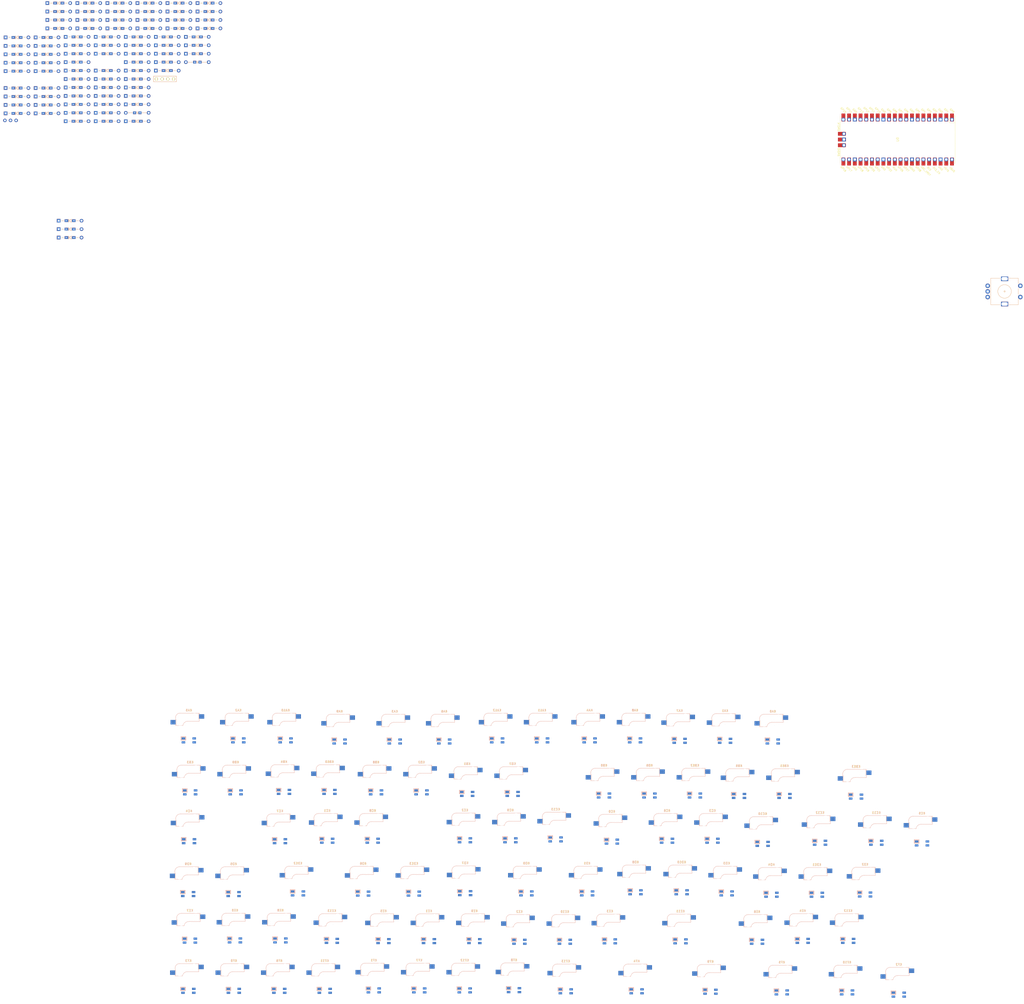
<source format=kicad_pcb>
(kicad_pcb (version 20171130) (host pcbnew "(5.1.6)-1")
  (layers (0 F.Cu signal) (31 B.Cu signal) (34 B.Paste user) (35 F.Paste user) (36 B.SilkS user) (37 F.SilkS user) (38 B.Mask user) (39 F.Mask user) (44 Edge.Cuts user))
  (net 0 "")
  (net 1 row00)
  (net 2 "Net-(DA0-Pad2)")
  (net 3 "Net-(DA1-Pad2)")
  (net 4 "Net-(DA2-Pad2)")
  (net 5 "Net-(DA3-Pad2)")
  (net 6 "Net-(DA4-Pad2)")
  (net 7 "Net-(DA5-Pad2)")
  (net 8 "Net-(DA6-Pad2)")
  (net 9 "Net-(DA7-Pad2)")
  (net 10 "Net-(DA8-Pad2)")
  (net 11 "Net-(DA9-Pad2)")
  (net 12 "Net-(DA10-Pad2)")
  (net 13 "Net-(DA11-Pad2)")
  (net 14 "Net-(DA12-Pad2)")
  (net 15 SW99B)
  (net 16 row01)
  (net 17 "Net-(DB0-Pad2)")
  (net 18 "Net-(DB1-Pad2)")
  (net 19 "Net-(DB2-Pad2)")
  (net 20 "Net-(DB3-Pad2)")
  (net 21 "Net-(DB4-Pad2)")
  (net 22 "Net-(DB5-Pad2)")
  (net 23 "Net-(DB6-Pad2)")
  (net 24 "Net-(DB7-Pad2)")
  (net 25 "Net-(DB8-Pad2)")
  (net 26 "Net-(DB9-Pad2)")
  (net 27 "Net-(DB10-Pad2)")
  (net 28 "Net-(DB11-Pad2)")
  (net 29 "Net-(DB12-Pad2)")
  (net 30 "Net-(DB13-Pad2)")
  (net 31 "Net-(DC0-Pad2)")
  (net 32 row02)
  (net 33 "Net-(DC1-Pad2)")
  (net 34 "Net-(DC2-Pad2)")
  (net 35 "Net-(DC3-Pad2)")
  (net 36 "Net-(DC4-Pad2)")
  (net 37 "Net-(DC5-Pad2)")
  (net 38 "Net-(DC6-Pad2)")
  (net 39 "Net-(DC7-Pad2)")
  (net 40 "Net-(DC8-Pad2)")
  (net 41 "Net-(DC9-Pad2)")
  (net 42 "Net-(DC10-Pad2)")
  (net 43 "Net-(DC11-Pad2)")
  (net 44 "Net-(DC12-Pad2)")
  (net 45 "Net-(DC13-Pad2)")
  (net 46 "Net-(DD0-Pad2)")
  (net 47 row03)
  (net 48 "Net-(DD1-Pad2)")
  (net 49 "Net-(DD2-Pad2)")
  (net 50 "Net-(DD3-Pad2)")
  (net 51 "Net-(DD4-Pad2)")
  (net 52 "Net-(DD5-Pad2)")
  (net 53 "Net-(DD6-Pad2)")
  (net 54 "Net-(DD7-Pad2)")
  (net 55 "Net-(DD8-Pad2)")
  (net 56 "Net-(DD9-Pad2)")
  (net 57 "Net-(DD10-Pad2)")
  (net 58 "Net-(DD11-Pad2)")
  (net 59 "Net-(DD12-Pad2)")
  (net 60 "Net-(DD13-Pad2)")
  (net 61 "Net-(DE0-Pad2)")
  (net 62 row04)
  (net 63 "Net-(DE1-Pad2)")
  (net 64 "Net-(DE2-Pad2)")
  (net 65 "Net-(DE3-Pad2)")
  (net 66 "Net-(DE4-Pad2)")
  (net 67 "Net-(DE5-Pad2)")
  (net 68 "Net-(DE6-Pad2)")
  (net 69 "Net-(DE7-Pad2)")
  (net 70 "Net-(DE8-Pad2)")
  (net 71 "Net-(DE9-Pad2)")
  (net 72 "Net-(DE10-Pad2)")
  (net 73 "Net-(DE11-Pad2)")
  (net 74 "Net-(DE12-Pad2)")
  (net 75 "Net-(DF0-Pad2)")
  (net 76 row05)
  (net 77 "Net-(DF1-Pad2)")
  (net 78 "Net-(DF2-Pad2)")
  (net 79 "Net-(DF3-Pad2)")
  (net 80 "Net-(DF4-Pad2)")
  (net 81 "Net-(DF5-Pad2)")
  (net 82 "Net-(DF6-Pad2)")
  (net 83 "Net-(DF7-Pad2)")
  (net 84 "Net-(DF8-Pad2)")
  (net 85 "Net-(DF9-Pad2)")
  (net 86 "Net-(DF10-Pad2)")
  (net 87 "Net-(DF11-Pad2)")
  (net 88 "Net-(DF12-Pad2)")
  (net 89 LED)
  (net 90 VCC)
  (net 91 GND)
  (net 92 SDA)
  (net 93 SCL)
  (net 94 SW99A)
  (net 95 ENCB)
  (net 96 ENCA)
  (net 97 LEDR0)
  (net 98 "Net-(KA0-Pad3)")
  (net 99 col00)
  (net 100 "Net-(KA1-Pad3)")
  (net 101 col01)
  (net 102 "Net-(KA2-Pad3)")
  (net 103 col02)
  (net 104 col03)
  (net 105 "Net-(KA3-Pad3)")
  (net 106 col04)
  (net 107 "Net-(KA4-Pad3)")
  (net 108 col05)
  (net 109 "Net-(KA5-Pad3)")
  (net 110 "Net-(KA6-Pad3)")
  (net 111 col06)
  (net 112 "Net-(KA7-Pad3)")
  (net 113 col07)
  (net 114 col08)
  (net 115 "Net-(KA8-Pad3)")
  (net 116 "Net-(KA10-Pad1)")
  (net 117 col09)
  (net 118 "Net-(KA10-Pad3)")
  (net 119 col10)
  (net 120 "Net-(KA11-Pad3)")
  (net 121 col11)
  (net 122 col12)
  (net 123 "Net-(KB0-Pad3)")
  (net 124 LEDR1)
  (net 125 "Net-(KB1-Pad3)")
  (net 126 "Net-(KB2-Pad3)")
  (net 127 "Net-(KB3-Pad3)")
  (net 128 "Net-(KB4-Pad3)")
  (net 129 "Net-(KB5-Pad3)")
  (net 130 "Net-(KB6-Pad3)")
  (net 131 "Net-(KB7-Pad3)")
  (net 132 "Net-(KB8-Pad3)")
  (net 133 "Net-(KB10-Pad1)")
  (net 134 "Net-(KB10-Pad3)")
  (net 135 "Net-(KB11-Pad3)")
  (net 136 "Net-(KB12-Pad3)")
  (net 137 "Net-(KC0-Pad3)")
  (net 138 LEDR2)
  (net 139 "Net-(KC1-Pad3)")
  (net 140 "Net-(KC2-Pad3)")
  (net 141 "Net-(KC3-Pad3)")
  (net 142 "Net-(KC4-Pad3)")
  (net 143 "Net-(KC5-Pad3)")
  (net 144 "Net-(KC6-Pad3)")
  (net 145 "Net-(KC7-Pad3)")
  (net 146 "Net-(KC8-Pad3)")
  (net 147 "Net-(KC10-Pad1)")
  (net 148 "Net-(KC10-Pad3)")
  (net 149 "Net-(KC11-Pad3)")
  (net 150 "Net-(KC12-Pad3)")
  (net 151 "Net-(KD0-Pad3)")
  (net 152 LEDR3)
  (net 153 "Net-(KD1-Pad3)")
  (net 154 "Net-(KD2-Pad3)")
  (net 155 "Net-(KD3-Pad3)")
  (net 156 "Net-(KD4-Pad3)")
  (net 157 "Net-(KD5-Pad3)")
  (net 158 "Net-(KD6-Pad3)")
  (net 159 "Net-(KD7-Pad3)")
  (net 160 "Net-(KD8-Pad3)")
  (net 161 "Net-(KD10-Pad1)")
  (net 162 "Net-(KD10-Pad3)")
  (net 163 "Net-(KD11-Pad3)")
  (net 164 "Net-(KD12-Pad3)")
  (net 165 "Net-(KE0-Pad3)")
  (net 166 LEDR4)
  (net 167 "Net-(KE1-Pad3)")
  (net 168 "Net-(KE2-Pad3)")
  (net 169 "Net-(KE3-Pad3)")
  (net 170 "Net-(KE4-Pad3)")
  (net 171 "Net-(KE5-Pad3)")
  (net 172 "Net-(KE6-Pad3)")
  (net 173 "Net-(KE7-Pad3)")
  (net 174 "Net-(KE8-Pad3)")
  (net 175 "Net-(KE10-Pad1)")
  (net 176 "Net-(KE10-Pad3)")
  (net 177 "Net-(KE11-Pad3)")
  (net 178 "Net-(KF0-Pad1)")
  (net 179 "Net-(KF0-Pad3)")
  (net 180 "Net-(KF1-Pad3)")
  (net 181 "Net-(KF2-Pad3)")
  (net 182 "Net-(KF3-Pad3)")
  (net 183 "Net-(KF4-Pad3)")
  (net 184 "Net-(KF5-Pad3)")
  (net 185 "Net-(KF6-Pad3)")
  (net 186 "Net-(KF7-Pad3)")
  (net 187 "Net-(KF8-Pad3)")
  (net 188 "Net-(KF10-Pad1)")
  (net 189 "Net-(KF10-Pad3)")
  (net 190 "Net-(KF11-Pad3)")
  (net 191 "Net-(DE13-Pad2)")
  (net 192 "Net-(DF13-Pad2)")
  (net 193 "Net-(KE12-Pad3)")
  (net 194 "Net-(KF12-Pad3)")
  (net 195 "Net-(U0-Pad30)")
  (net 196 "Net-(U0-Pad34)")
  (net 197 "Net-(U0-Pad35)")
  (net 198 "Net-(U0-Pad37)")
  (net 199 "Net-(U0-Pad39)")
  (net 200 "Net-(U0-Pad40)")
  (net 201 "Net-(U0-Pad41)")
  (net 202 "Net-(U0-Pad43)")
  (module layout-for-export:Dwgs.User_g222 (layer F.Cu) (at 217 152)
    (fp_text reference G*** hide)
    (fp_text value LOGO hide)
  )
  (module keyboard:SW_Cherry_MX_1.00u_SK6812MINI (layer F.Cu) (at 315.5 321.5)
    (fp_text reference KA0 hide)
    (fp_text value KEY_SW hide)
    (fp_text user %R (at 0 -7.874) (layer B.SilkS) (effects (justify mirror)))
    (fp_text user %R (at 0 -7.874) (layer F.SilkS))
    (pad "" np_thru_hole circle (at -5.08 0) (size 1.7 1.7) (drill 1.7) (layers *.Cu *.Mask))
    (pad "" np_thru_hole circle (at 5.08 0) (size 1.7 1.7) (drill 1.7) (layers *.Cu *.Mask))
    (pad 2 smd rect (at -2.4 6.375) (size 1.6 1) (layers B.Cu B.Paste B.Mask) (net 90 VCC))
    (pad 1 smd rect (at -2.4 4.625) (size 1.6 1) (layers B.Cu B.Paste B.Mask) (net 97 LEDR0))
    (pad 4 smd rect (at 2.4 4.625) (size 1.6 1) (layers B.Cu B.Paste B.Mask) (net 91 GND))
    (pad 3 smd rect (at 2.4 6.375) (size 1.6 1) (layers B.Cu B.Paste B.Mask) (net 98 "Net-(KA0-Pad3)"))
    (pad "" np_thru_hole circle (at 2.54 -5.08 180) (size 3 3) (drill 3) (layers *.Cu *.Mask))
    (pad "" np_thru_hole circle (at 0 0 90) (size 4.1 4.1) (drill 4.1) (layers *.Cu *.Mask))
    (pad 6 smd rect (at 5.7 -5.12 180) (size 2.3 2) (layers B.Cu B.Paste B.Mask) (net 2 "Net-(DA0-Pad2)"))
    (pad "" np_thru_hole circle (at -3.81 -2.54 180) (size 3 3) (drill 3) (layers *.Cu *.Mask))
    (pad 5 smd rect (at -7 -2.58 180) (size 2.3 2) (layers B.Cu B.Paste B.Mask) (net 99 col00))
  )
  (module keyboard:SW_Cherry_MX_1.00u_SK6812MINI (layer F.Cu) (at 294.300001 321.200001)
    (fp_text reference KA1 hide)
    (fp_text value KEY_SW hide)
    (fp_text user %R (at 0 -7.874) (layer B.SilkS) (effects (justify mirror)))
    (fp_text user %R (at 0 -7.874) (layer F.SilkS))
    (pad "" np_thru_hole circle (at -5.08 0) (size 1.7 1.7) (drill 1.7) (layers *.Cu *.Mask))
    (pad "" np_thru_hole circle (at 5.08 0) (size 1.7 1.7) (drill 1.7) (layers *.Cu *.Mask))
    (pad 2 smd rect (at -2.4 6.375) (size 1.6 1) (layers B.Cu B.Paste B.Mask) (net 90 VCC))
    (pad 1 smd rect (at -2.4 4.625) (size 1.6 1) (layers B.Cu B.Paste B.Mask) (net 98 "Net-(KA0-Pad3)"))
    (pad 4 smd rect (at 2.4 4.625) (size 1.6 1) (layers B.Cu B.Paste B.Mask) (net 91 GND))
    (pad 3 smd rect (at 2.4 6.375) (size 1.6 1) (layers B.Cu B.Paste B.Mask) (net 100 "Net-(KA1-Pad3)"))
    (pad "" np_thru_hole circle (at 2.54 -5.08 180) (size 3 3) (drill 3) (layers *.Cu *.Mask))
    (pad "" np_thru_hole circle (at 0 0 90) (size 4.1 4.1) (drill 4.1) (layers *.Cu *.Mask))
    (pad 6 smd rect (at 5.7 -5.12 180) (size 2.3 2) (layers B.Cu B.Paste B.Mask) (net 3 "Net-(DA1-Pad2)"))
    (pad "" np_thru_hole circle (at -3.81 -2.54 180) (size 3 3) (drill 3) (layers *.Cu *.Mask))
    (pad 5 smd rect (at -7 -2.58 180) (size 2.3 2) (layers B.Cu B.Paste B.Mask) (net 101 col01))
  )
  (module keyboard:SW_Cherry_MX_1.00u_SK6812MINI (layer F.Cu) (at 78 321)
    (fp_text reference KA2 hide)
    (fp_text value KEY_SW hide)
    (fp_text user %R (at 0 -7.874) (layer B.SilkS) (effects (justify mirror)))
    (fp_text user %R (at 0 -7.874) (layer F.SilkS))
    (pad "" np_thru_hole circle (at -5.08 0) (size 1.7 1.7) (drill 1.7) (layers *.Cu *.Mask))
    (pad "" np_thru_hole circle (at 5.08 0) (size 1.7 1.7) (drill 1.7) (layers *.Cu *.Mask))
    (pad 2 smd rect (at -2.4 6.375) (size 1.6 1) (layers B.Cu B.Paste B.Mask) (net 90 VCC))
    (pad 1 smd rect (at -2.4 4.625) (size 1.6 1) (layers B.Cu B.Paste B.Mask) (net 100 "Net-(KA1-Pad3)"))
    (pad 4 smd rect (at 2.4 4.625) (size 1.6 1) (layers B.Cu B.Paste B.Mask) (net 91 GND))
    (pad 3 smd rect (at 2.4 6.375) (size 1.6 1) (layers B.Cu B.Paste B.Mask) (net 102 "Net-(KA2-Pad3)"))
    (pad "" np_thru_hole circle (at 2.54 -5.08 180) (size 3 3) (drill 3) (layers *.Cu *.Mask))
    (pad "" np_thru_hole circle (at 0 0 90) (size 4.1 4.1) (drill 4.1) (layers *.Cu *.Mask))
    (pad 6 smd rect (at 5.7 -5.12 180) (size 2.3 2) (layers B.Cu B.Paste B.Mask) (net 4 "Net-(DA2-Pad2)"))
    (pad "" np_thru_hole circle (at -3.81 -2.54 180) (size 3 3) (drill 3) (layers *.Cu *.Mask))
    (pad 5 smd rect (at -7 -2.58 180) (size 2.3 2) (layers B.Cu B.Paste B.Mask) (net 103 col02))
  )
  (module keyboard:SW_Cherry_MX_1.00u_SK6812MINI (layer F.Cu) (at 147.5 321.5)
    (fp_text reference KA3 hide)
    (fp_text value KEY_SW hide)
    (fp_text user %R (at 0 -7.874) (layer B.SilkS) (effects (justify mirror)))
    (fp_text user %R (at 0 -7.874) (layer F.SilkS))
    (pad "" np_thru_hole circle (at -5.08 0) (size 1.7 1.7) (drill 1.7) (layers *.Cu *.Mask))
    (pad "" np_thru_hole circle (at 5.08 0) (size 1.7 1.7) (drill 1.7) (layers *.Cu *.Mask))
    (pad 2 smd rect (at -2.4 6.375) (size 1.6 1) (layers B.Cu B.Paste B.Mask) (net 90 VCC))
    (pad 1 smd rect (at -2.4 4.625) (size 1.6 1) (layers B.Cu B.Paste B.Mask) (net 102 "Net-(KA2-Pad3)"))
    (pad 4 smd rect (at 2.4 4.625) (size 1.6 1) (layers B.Cu B.Paste B.Mask) (net 91 GND))
    (pad 3 smd rect (at 2.4 6.375) (size 1.6 1) (layers B.Cu B.Paste B.Mask) (net 105 "Net-(KA3-Pad3)"))
    (pad "" np_thru_hole circle (at 2.54 -5.08 180) (size 3 3) (drill 3) (layers *.Cu *.Mask))
    (pad "" np_thru_hole circle (at 0 0 90) (size 4.1 4.1) (drill 4.1) (layers *.Cu *.Mask))
    (pad 6 smd rect (at 5.7 -5.12 180) (size 2.3 2) (layers B.Cu B.Paste B.Mask) (net 5 "Net-(DA3-Pad2)"))
    (pad "" np_thru_hole circle (at -3.81 -2.54 180) (size 3 3) (drill 3) (layers *.Cu *.Mask))
    (pad 5 smd rect (at -7 -2.58 180) (size 2.3 2) (layers B.Cu B.Paste B.Mask) (net 104 col03))
  )
  (module keyboard:SW_Cherry_MX_1.00u_SK6812MINI (layer F.Cu) (at 234.100001 321.000001)
    (fp_text reference KA4 hide)
    (fp_text value KEY_SW hide)
    (fp_text user %R (at 0 -7.874) (layer B.SilkS) (effects (justify mirror)))
    (fp_text user %R (at 0 -7.874) (layer F.SilkS))
    (pad "" np_thru_hole circle (at -5.08 0) (size 1.7 1.7) (drill 1.7) (layers *.Cu *.Mask))
    (pad "" np_thru_hole circle (at 5.08 0) (size 1.7 1.7) (drill 1.7) (layers *.Cu *.Mask))
    (pad 2 smd rect (at -2.4 6.375) (size 1.6 1) (layers B.Cu B.Paste B.Mask) (net 90 VCC))
    (pad 1 smd rect (at -2.4 4.625) (size 1.6 1) (layers B.Cu B.Paste B.Mask) (net 105 "Net-(KA3-Pad3)"))
    (pad 4 smd rect (at 2.4 4.625) (size 1.6 1) (layers B.Cu B.Paste B.Mask) (net 91 GND))
    (pad 3 smd rect (at 2.4 6.375) (size 1.6 1) (layers B.Cu B.Paste B.Mask) (net 107 "Net-(KA4-Pad3)"))
    (pad "" np_thru_hole circle (at 2.54 -5.08 180) (size 3 3) (drill 3) (layers *.Cu *.Mask))
    (pad "" np_thru_hole circle (at 0 0 90) (size 4.1 4.1) (drill 4.1) (layers *.Cu *.Mask))
    (pad 6 smd rect (at 5.7 -5.12 180) (size 2.3 2) (layers B.Cu B.Paste B.Mask) (net 6 "Net-(DA4-Pad2)"))
    (pad "" np_thru_hole circle (at -3.81 -2.54 180) (size 3 3) (drill 3) (layers *.Cu *.Mask))
    (pad 5 smd rect (at -7 -2.58 180) (size 2.3 2) (layers B.Cu B.Paste B.Mask) (net 106 col04))
  )
  (module keyboard:SW_Cherry_MX_1.00u_SK6812MINI (layer F.Cu) (at 56 321)
    (fp_text reference KA5 hide)
    (fp_text value KEY_SW hide)
    (fp_text user %R (at 0 -7.874) (layer B.SilkS) (effects (justify mirror)))
    (fp_text user %R (at 0 -7.874) (layer F.SilkS))
    (pad "" np_thru_hole circle (at -5.08 0) (size 1.7 1.7) (drill 1.7) (layers *.Cu *.Mask))
    (pad "" np_thru_hole circle (at 5.08 0) (size 1.7 1.7) (drill 1.7) (layers *.Cu *.Mask))
    (pad 2 smd rect (at -2.4 6.375) (size 1.6 1) (layers B.Cu B.Paste B.Mask) (net 90 VCC))
    (pad 1 smd rect (at -2.4 4.625) (size 1.6 1) (layers B.Cu B.Paste B.Mask) (net 107 "Net-(KA4-Pad3)"))
    (pad 4 smd rect (at 2.4 4.625) (size 1.6 1) (layers B.Cu B.Paste B.Mask) (net 91 GND))
    (pad 3 smd rect (at 2.4 6.375) (size 1.6 1) (layers B.Cu B.Paste B.Mask) (net 109 "Net-(KA5-Pad3)"))
    (pad "" np_thru_hole circle (at 2.54 -5.08 180) (size 3 3) (drill 3) (layers *.Cu *.Mask))
    (pad "" np_thru_hole circle (at 0 0 90) (size 4.1 4.1) (drill 4.1) (layers *.Cu *.Mask))
    (pad 6 smd rect (at 5.7 -5.12 180) (size 2.3 2) (layers B.Cu B.Paste B.Mask) (net 7 "Net-(DA5-Pad2)"))
    (pad "" np_thru_hole circle (at -3.81 -2.54 180) (size 3 3) (drill 3) (layers *.Cu *.Mask))
    (pad 5 smd rect (at -7 -2.58 180) (size 2.3 2) (layers B.Cu B.Paste B.Mask) (net 108 col05))
  )
  (module keyboard:SW_Cherry_MX_1.00u_SK6812MINI (layer F.Cu) (at 169.5 321.5)
    (fp_text reference KA6 hide)
    (fp_text value KEY_SW hide)
    (fp_text user %R (at 0 -7.874) (layer B.SilkS) (effects (justify mirror)))
    (fp_text user %R (at 0 -7.874) (layer F.SilkS))
    (pad "" np_thru_hole circle (at -5.08 0) (size 1.7 1.7) (drill 1.7) (layers *.Cu *.Mask))
    (pad "" np_thru_hole circle (at 5.08 0) (size 1.7 1.7) (drill 1.7) (layers *.Cu *.Mask))
    (pad 2 smd rect (at -2.4 6.375) (size 1.6 1) (layers B.Cu B.Paste B.Mask) (net 90 VCC))
    (pad 1 smd rect (at -2.4 4.625) (size 1.6 1) (layers B.Cu B.Paste B.Mask) (net 109 "Net-(KA5-Pad3)"))
    (pad 4 smd rect (at 2.4 4.625) (size 1.6 1) (layers B.Cu B.Paste B.Mask) (net 91 GND))
    (pad 3 smd rect (at 2.4 6.375) (size 1.6 1) (layers B.Cu B.Paste B.Mask) (net 110 "Net-(KA6-Pad3)"))
    (pad "" np_thru_hole circle (at 2.54 -5.08 180) (size 3 3) (drill 3) (layers *.Cu *.Mask))
    (pad "" np_thru_hole circle (at 0 0 90) (size 4.1 4.1) (drill 4.1) (layers *.Cu *.Mask))
    (pad 6 smd rect (at 5.7 -5.12 180) (size 2.3 2) (layers B.Cu B.Paste B.Mask) (net 8 "Net-(DA6-Pad2)"))
    (pad "" np_thru_hole circle (at -3.81 -2.54 180) (size 3 3) (drill 3) (layers *.Cu *.Mask))
    (pad 5 smd rect (at -7 -2.58 180) (size 2.3 2) (layers B.Cu B.Paste B.Mask) (net 111 col06))
  )
  (module keyboard:SW_Cherry_MX_1.00u_SK6812MINI (layer F.Cu) (at 274.100001 321.200001)
    (fp_text reference KA7 hide)
    (fp_text value KEY_SW hide)
    (fp_text user %R (at 0 -7.874) (layer B.SilkS) (effects (justify mirror)))
    (fp_text user %R (at 0 -7.874) (layer F.SilkS))
    (pad "" np_thru_hole circle (at -5.08 0) (size 1.7 1.7) (drill 1.7) (layers *.Cu *.Mask))
    (pad "" np_thru_hole circle (at 5.08 0) (size 1.7 1.7) (drill 1.7) (layers *.Cu *.Mask))
    (pad 2 smd rect (at -2.4 6.375) (size 1.6 1) (layers B.Cu B.Paste B.Mask) (net 90 VCC))
    (pad 1 smd rect (at -2.4 4.625) (size 1.6 1) (layers B.Cu B.Paste B.Mask) (net 110 "Net-(KA6-Pad3)"))
    (pad 4 smd rect (at 2.4 4.625) (size 1.6 1) (layers B.Cu B.Paste B.Mask) (net 91 GND))
    (pad 3 smd rect (at 2.4 6.375) (size 1.6 1) (layers B.Cu B.Paste B.Mask) (net 112 "Net-(KA7-Pad3)"))
    (pad "" np_thru_hole circle (at 2.54 -5.08 180) (size 3 3) (drill 3) (layers *.Cu *.Mask))
    (pad "" np_thru_hole circle (at 0 0 90) (size 4.1 4.1) (drill 4.1) (layers *.Cu *.Mask))
    (pad 6 smd rect (at 5.7 -5.12 180) (size 2.3 2) (layers B.Cu B.Paste B.Mask) (net 9 "Net-(DA7-Pad2)"))
    (pad "" np_thru_hole circle (at -3.81 -2.54 180) (size 3 3) (drill 3) (layers *.Cu *.Mask))
    (pad 5 smd rect (at -7 -2.58 180) (size 2.3 2) (layers B.Cu B.Paste B.Mask) (net 113 col07))
  )
  (module keyboard:SW_Cherry_MX_1.00u_SK6812MINI (layer F.Cu) (at 254.300001 321.000001)
    (fp_text reference KA8 hide)
    (fp_text value KEY_SW hide)
    (fp_text user %R (at 0 -7.874) (layer B.SilkS) (effects (justify mirror)))
    (fp_text user %R (at 0 -7.874) (layer F.SilkS))
    (pad "" np_thru_hole circle (at -5.08 0) (size 1.7 1.7) (drill 1.7) (layers *.Cu *.Mask))
    (pad "" np_thru_hole circle (at 5.08 0) (size 1.7 1.7) (drill 1.7) (layers *.Cu *.Mask))
    (pad 2 smd rect (at -2.4 6.375) (size 1.6 1) (layers B.Cu B.Paste B.Mask) (net 90 VCC))
    (pad 1 smd rect (at -2.4 4.625) (size 1.6 1) (layers B.Cu B.Paste B.Mask) (net 112 "Net-(KA7-Pad3)"))
    (pad 4 smd rect (at 2.4 4.625) (size 1.6 1) (layers B.Cu B.Paste B.Mask) (net 91 GND))
    (pad 3 smd rect (at 2.4 6.375) (size 1.6 1) (layers B.Cu B.Paste B.Mask) (net 115 "Net-(KA8-Pad3)"))
    (pad "" np_thru_hole circle (at 2.54 -5.08 180) (size 3 3) (drill 3) (layers *.Cu *.Mask))
    (pad "" np_thru_hole circle (at 0 0 90) (size 4.1 4.1) (drill 4.1) (layers *.Cu *.Mask))
    (pad 6 smd rect (at 5.7 -5.12 180) (size 2.3 2) (layers B.Cu B.Paste B.Mask) (net 10 "Net-(DA8-Pad2)"))
    (pad "" np_thru_hole circle (at -3.81 -2.54 180) (size 3 3) (drill 3) (layers *.Cu *.Mask))
    (pad 5 smd rect (at -7 -2.58 180) (size 2.3 2) (layers B.Cu B.Paste B.Mask) (net 114 col08))
  )
  (module keyboard:SW_Cherry_MX_1.00u_SK6812MINI (layer F.Cu) (at 123 321.5)
    (fp_text reference KA9 hide)
    (fp_text value KEY_SW hide)
    (fp_text user %R (at 0 -7.874) (layer B.SilkS) (effects (justify mirror)))
    (fp_text user %R (at 0 -7.874) (layer F.SilkS))
    (pad "" np_thru_hole circle (at -5.08 0) (size 1.7 1.7) (drill 1.7) (layers *.Cu *.Mask))
    (pad "" np_thru_hole circle (at 5.08 0) (size 1.7 1.7) (drill 1.7) (layers *.Cu *.Mask))
    (pad 2 smd rect (at -2.4 6.375) (size 1.6 1) (layers B.Cu B.Paste B.Mask) (net 90 VCC))
    (pad 1 smd rect (at -2.4 4.625) (size 1.6 1) (layers B.Cu B.Paste B.Mask) (net 115 "Net-(KA8-Pad3)"))
    (pad 4 smd rect (at 2.4 4.625) (size 1.6 1) (layers B.Cu B.Paste B.Mask) (net 91 GND))
    (pad 3 smd rect (at 2.4 6.375) (size 1.6 1) (layers B.Cu B.Paste B.Mask) (net 116 "Net-(KA10-Pad1)"))
    (pad "" np_thru_hole circle (at 2.54 -5.08 180) (size 3 3) (drill 3) (layers *.Cu *.Mask))
    (pad "" np_thru_hole circle (at 0 0 90) (size 4.1 4.1) (drill 4.1) (layers *.Cu *.Mask))
    (pad 6 smd rect (at 5.7 -5.12 180) (size 2.3 2) (layers B.Cu B.Paste B.Mask) (net 11 "Net-(DA9-Pad2)"))
    (pad "" np_thru_hole circle (at -3.81 -2.54 180) (size 3 3) (drill 3) (layers *.Cu *.Mask))
    (pad 5 smd rect (at -7 -2.58 180) (size 2.3 2) (layers B.Cu B.Paste B.Mask) (net 117 col09))
  )
  (module keyboard:SW_Cherry_MX_1.00u_SK6812MINI (layer F.Cu) (at 99 321)
    (fp_text reference KA10 hide)
    (fp_text value KEY_SW hide)
    (fp_text user %R (at 0 -7.874) (layer B.SilkS) (effects (justify mirror)))
    (fp_text user %R (at 0 -7.874) (layer F.SilkS))
    (pad "" np_thru_hole circle (at -5.08 0) (size 1.7 1.7) (drill 1.7) (layers *.Cu *.Mask))
    (pad "" np_thru_hole circle (at 5.08 0) (size 1.7 1.7) (drill 1.7) (layers *.Cu *.Mask))
    (pad 2 smd rect (at -2.4 6.375) (size 1.6 1) (layers B.Cu B.Paste B.Mask) (net 90 VCC))
    (pad 1 smd rect (at -2.4 4.625) (size 1.6 1) (layers B.Cu B.Paste B.Mask) (net 116 "Net-(KA10-Pad1)"))
    (pad 4 smd rect (at 2.4 4.625) (size 1.6 1) (layers B.Cu B.Paste B.Mask) (net 91 GND))
    (pad 3 smd rect (at 2.4 6.375) (size 1.6 1) (layers B.Cu B.Paste B.Mask) (net 118 "Net-(KA10-Pad3)"))
    (pad "" np_thru_hole circle (at 2.54 -5.08 180) (size 3 3) (drill 3) (layers *.Cu *.Mask))
    (pad "" np_thru_hole circle (at 0 0 90) (size 4.1 4.1) (drill 4.1) (layers *.Cu *.Mask))
    (pad 6 smd rect (at 5.7 -5.12 180) (size 2.3 2) (layers B.Cu B.Paste B.Mask) (net 12 "Net-(DA10-Pad2)"))
    (pad "" np_thru_hole circle (at -3.81 -2.54 180) (size 3 3) (drill 3) (layers *.Cu *.Mask))
    (pad 5 smd rect (at -7 -2.58 180) (size 2.3 2) (layers B.Cu B.Paste B.Mask) (net 119 col10))
  )
  (module keyboard:SW_Cherry_MX_1.00u_SK6812MINI (layer F.Cu) (at 213 321)
    (fp_text reference KA11 hide)
    (fp_text value KEY_SW hide)
    (fp_text user %R (at 0 -7.874) (layer B.SilkS) (effects (justify mirror)))
    (fp_text user %R (at 0 -7.874) (layer F.SilkS))
    (pad "" np_thru_hole circle (at -5.08 0) (size 1.7 1.7) (drill 1.7) (layers *.Cu *.Mask))
    (pad "" np_thru_hole circle (at 5.08 0) (size 1.7 1.7) (drill 1.7) (layers *.Cu *.Mask))
    (pad 2 smd rect (at -2.4 6.375) (size 1.6 1) (layers B.Cu B.Paste B.Mask) (net 90 VCC))
    (pad 1 smd rect (at -2.4 4.625) (size 1.6 1) (layers B.Cu B.Paste B.Mask) (net 118 "Net-(KA10-Pad3)"))
    (pad 4 smd rect (at 2.4 4.625) (size 1.6 1) (layers B.Cu B.Paste B.Mask) (net 91 GND))
    (pad 3 smd rect (at 2.4 6.375) (size 1.6 1) (layers B.Cu B.Paste B.Mask) (net 120 "Net-(KA11-Pad3)"))
    (pad "" np_thru_hole circle (at 2.54 -5.08 180) (size 3 3) (drill 3) (layers *.Cu *.Mask))
    (pad "" np_thru_hole circle (at 0 0 90) (size 4.1 4.1) (drill 4.1) (layers *.Cu *.Mask))
    (pad 6 smd rect (at 5.7 -5.12 180) (size 2.3 2) (layers B.Cu B.Paste B.Mask) (net 13 "Net-(DA11-Pad2)"))
    (pad "" np_thru_hole circle (at -3.81 -2.54 180) (size 3 3) (drill 3) (layers *.Cu *.Mask))
    (pad 5 smd rect (at -7 -2.58 180) (size 2.3 2) (layers B.Cu B.Paste B.Mask) (net 121 col11))
  )
  (module keyboard:SW_Cherry_MX_1.00u_SK6812MINI (layer F.Cu) (at 193 321)
    (fp_text reference KA12 hide)
    (fp_text value KEY_SW hide)
    (fp_text user %R (at 0 -7.874) (layer B.SilkS) (effects (justify mirror)))
    (fp_text user %R (at 0 -7.874) (layer F.SilkS))
    (pad "" np_thru_hole circle (at -5.08 0) (size 1.7 1.7) (drill 1.7) (layers *.Cu *.Mask))
    (pad "" np_thru_hole circle (at 5.08 0) (size 1.7 1.7) (drill 1.7) (layers *.Cu *.Mask))
    (pad 2 smd rect (at -2.4 6.375) (size 1.6 1) (layers B.Cu B.Paste B.Mask) (net 90 VCC))
    (pad 1 smd rect (at -2.4 4.625) (size 1.6 1) (layers B.Cu B.Paste B.Mask) (net 120 "Net-(KA11-Pad3)"))
    (pad 4 smd rect (at 2.4 4.625) (size 1.6 1) (layers B.Cu B.Paste B.Mask) (net 91 GND))
    (pad 3 smd rect (at 2.4 6.375) (size 1.6 1) (layers B.Cu B.Paste B.Mask) (net 89 LED))
    (pad "" np_thru_hole circle (at 2.54 -5.08 180) (size 3 3) (drill 3) (layers *.Cu *.Mask))
    (pad "" np_thru_hole circle (at 0 0 90) (size 4.1 4.1) (drill 4.1) (layers *.Cu *.Mask))
    (pad 6 smd rect (at 5.7 -5.12 180) (size 2.3 2) (layers B.Cu B.Paste B.Mask) (net 14 "Net-(DA12-Pad2)"))
    (pad "" np_thru_hole circle (at -3.81 -2.54 180) (size 3 3) (drill 3) (layers *.Cu *.Mask))
    (pad 5 smd rect (at -7 -2.58 180) (size 2.3 2) (layers B.Cu B.Paste B.Mask) (net 122 col12))
  )
  (module keyboard:SW_Cherry_MX_1.00u_SK6812MINI (layer F.Cu) (at 240.500001 345.500001)
    (fp_text reference KB0 hide)
    (fp_text value KEY_SW hide)
    (fp_text user %R (at 0 -7.874) (layer B.SilkS) (effects (justify mirror)))
    (fp_text user %R (at 0 -7.874) (layer F.SilkS))
    (pad "" np_thru_hole circle (at -5.08 0) (size 1.7 1.7) (drill 1.7) (layers *.Cu *.Mask))
    (pad "" np_thru_hole circle (at 5.08 0) (size 1.7 1.7) (drill 1.7) (layers *.Cu *.Mask))
    (pad 2 smd rect (at -2.4 6.375) (size 1.6 1) (layers B.Cu B.Paste B.Mask) (net 90 VCC))
    (pad 1 smd rect (at -2.4 4.625) (size 1.6 1) (layers B.Cu B.Paste B.Mask) (net 124 LEDR1))
    (pad 4 smd rect (at 2.4 4.625) (size 1.6 1) (layers B.Cu B.Paste B.Mask) (net 91 GND))
    (pad 3 smd rect (at 2.4 6.375) (size 1.6 1) (layers B.Cu B.Paste B.Mask) (net 123 "Net-(KB0-Pad3)"))
    (pad "" np_thru_hole circle (at 2.54 -5.08 180) (size 3 3) (drill 3) (layers *.Cu *.Mask))
    (pad "" np_thru_hole circle (at 0 0 90) (size 4.1 4.1) (drill 4.1) (layers *.Cu *.Mask))
    (pad 6 smd rect (at 5.7 -5.12 180) (size 2.3 2) (layers B.Cu B.Paste B.Mask) (net 17 "Net-(DB0-Pad2)"))
    (pad "" np_thru_hole circle (at -3.81 -2.54 180) (size 3 3) (drill 3) (layers *.Cu *.Mask))
    (pad 5 smd rect (at -7 -2.58 180) (size 2.3 2) (layers B.Cu B.Paste B.Mask) (net 99 col00))
  )
  (module keyboard:SW_Cherry_MX_1.00u_SK6812MINI (layer F.Cu) (at 179.700001 344.800001)
    (fp_text reference KB1 hide)
    (fp_text value KEY_SW hide)
    (fp_text user %R (at 0 -7.874) (layer B.SilkS) (effects (justify mirror)))
    (fp_text user %R (at 0 -7.874) (layer F.SilkS))
    (pad "" np_thru_hole circle (at -5.08 0) (size 1.7 1.7) (drill 1.7) (layers *.Cu *.Mask))
    (pad "" np_thru_hole circle (at 5.08 0) (size 1.7 1.7) (drill 1.7) (layers *.Cu *.Mask))
    (pad 2 smd rect (at -2.4 6.375) (size 1.6 1) (layers B.Cu B.Paste B.Mask) (net 90 VCC))
    (pad 1 smd rect (at -2.4 4.625) (size 1.6 1) (layers B.Cu B.Paste B.Mask) (net 123 "Net-(KB0-Pad3)"))
    (pad 4 smd rect (at 2.4 4.625) (size 1.6 1) (layers B.Cu B.Paste B.Mask) (net 91 GND))
    (pad 3 smd rect (at 2.4 6.375) (size 1.6 1) (layers B.Cu B.Paste B.Mask) (net 125 "Net-(KB1-Pad3)"))
    (pad "" np_thru_hole circle (at 2.54 -5.08 180) (size 3 3) (drill 3) (layers *.Cu *.Mask))
    (pad "" np_thru_hole circle (at 0 0 90) (size 4.1 4.1) (drill 4.1) (layers *.Cu *.Mask))
    (pad 6 smd rect (at 5.7 -5.12 180) (size 2.3 2) (layers B.Cu B.Paste B.Mask) (net 18 "Net-(DB1-Pad2)"))
    (pad "" np_thru_hole circle (at -3.81 -2.54 180) (size 3 3) (drill 3) (layers *.Cu *.Mask))
    (pad 5 smd rect (at -7 -2.58 180) (size 2.3 2) (layers B.Cu B.Paste B.Mask) (net 101 col01))
  )
  (module keyboard:SW_Cherry_MX_1.00u_SK6812MINI (layer F.Cu) (at 159.400001 344.100001)
    (fp_text reference KB2 hide)
    (fp_text value KEY_SW hide)
    (fp_text user %R (at 0 -7.874) (layer B.SilkS) (effects (justify mirror)))
    (fp_text user %R (at 0 -7.874) (layer F.SilkS))
    (pad "" np_thru_hole circle (at -5.08 0) (size 1.7 1.7) (drill 1.7) (layers *.Cu *.Mask))
    (pad "" np_thru_hole circle (at 5.08 0) (size 1.7 1.7) (drill 1.7) (layers *.Cu *.Mask))
    (pad 2 smd rect (at -2.4 6.375) (size 1.6 1) (layers B.Cu B.Paste B.Mask) (net 90 VCC))
    (pad 1 smd rect (at -2.4 4.625) (size 1.6 1) (layers B.Cu B.Paste B.Mask) (net 125 "Net-(KB1-Pad3)"))
    (pad 4 smd rect (at 2.4 4.625) (size 1.6 1) (layers B.Cu B.Paste B.Mask) (net 91 GND))
    (pad 3 smd rect (at 2.4 6.375) (size 1.6 1) (layers B.Cu B.Paste B.Mask) (net 126 "Net-(KB2-Pad3)"))
    (pad "" np_thru_hole circle (at 2.54 -5.08 180) (size 3 3) (drill 3) (layers *.Cu *.Mask))
    (pad "" np_thru_hole circle (at 0 0 90) (size 4.1 4.1) (drill 4.1) (layers *.Cu *.Mask))
    (pad 6 smd rect (at 5.7 -5.12 180) (size 2.3 2) (layers B.Cu B.Paste B.Mask) (net 19 "Net-(DB2-Pad2)"))
    (pad "" np_thru_hole circle (at -3.81 -2.54 180) (size 3 3) (drill 3) (layers *.Cu *.Mask))
    (pad 5 smd rect (at -7 -2.58 180) (size 2.3 2) (layers B.Cu B.Paste B.Mask) (net 103 col02))
  )
  (module keyboard:SW_Cherry_MX_1.00u_SK6812MINI (layer F.Cu) (at 56.600001 344.100001)
    (fp_text reference KB3 hide)
    (fp_text value KEY_SW hide)
    (fp_text user %R (at 0 -7.874) (layer B.SilkS) (effects (justify mirror)))
    (fp_text user %R (at 0 -7.874) (layer F.SilkS))
    (pad "" np_thru_hole circle (at -5.08 0) (size 1.7 1.7) (drill 1.7) (layers *.Cu *.Mask))
    (pad "" np_thru_hole circle (at 5.08 0) (size 1.7 1.7) (drill 1.7) (layers *.Cu *.Mask))
    (pad 2 smd rect (at -2.4 6.375) (size 1.6 1) (layers B.Cu B.Paste B.Mask) (net 90 VCC))
    (pad 1 smd rect (at -2.4 4.625) (size 1.6 1) (layers B.Cu B.Paste B.Mask) (net 126 "Net-(KB2-Pad3)"))
    (pad 4 smd rect (at 2.4 4.625) (size 1.6 1) (layers B.Cu B.Paste B.Mask) (net 91 GND))
    (pad 3 smd rect (at 2.4 6.375) (size 1.6 1) (layers B.Cu B.Paste B.Mask) (net 127 "Net-(KB3-Pad3)"))
    (pad "" np_thru_hole circle (at 2.54 -5.08 180) (size 3 3) (drill 3) (layers *.Cu *.Mask))
    (pad "" np_thru_hole circle (at 0 0 90) (size 4.1 4.1) (drill 4.1) (layers *.Cu *.Mask))
    (pad 6 smd rect (at 5.7 -5.12 180) (size 2.3 2) (layers B.Cu B.Paste B.Mask) (net 20 "Net-(DB3-Pad2)"))
    (pad "" np_thru_hole circle (at -3.81 -2.54 180) (size 3 3) (drill 3) (layers *.Cu *.Mask))
    (pad 5 smd rect (at -7 -2.58 180) (size 2.3 2) (layers B.Cu B.Paste B.Mask) (net 104 col03))
  )
  (module keyboard:SW_Cherry_MX_1.00u_SK6812MINI (layer F.Cu) (at 98.300001 343.900001)
    (fp_text reference KB4 hide)
    (fp_text value KEY_SW hide)
    (fp_text user %R (at 0 -7.874) (layer B.SilkS) (effects (justify mirror)))
    (fp_text user %R (at 0 -7.874) (layer F.SilkS))
    (pad "" np_thru_hole circle (at -5.08 0) (size 1.7 1.7) (drill 1.7) (layers *.Cu *.Mask))
    (pad "" np_thru_hole circle (at 5.08 0) (size 1.7 1.7) (drill 1.7) (layers *.Cu *.Mask))
    (pad 2 smd rect (at -2.4 6.375) (size 1.6 1) (layers B.Cu B.Paste B.Mask) (net 90 VCC))
    (pad 1 smd rect (at -2.4 4.625) (size 1.6 1) (layers B.Cu B.Paste B.Mask) (net 127 "Net-(KB3-Pad3)"))
    (pad 4 smd rect (at 2.4 4.625) (size 1.6 1) (layers B.Cu B.Paste B.Mask) (net 91 GND))
    (pad 3 smd rect (at 2.4 6.375) (size 1.6 1) (layers B.Cu B.Paste B.Mask) (net 128 "Net-(KB4-Pad3)"))
    (pad "" np_thru_hole circle (at 2.54 -5.08 180) (size 3 3) (drill 3) (layers *.Cu *.Mask))
    (pad "" np_thru_hole circle (at 0 0 90) (size 4.1 4.1) (drill 4.1) (layers *.Cu *.Mask))
    (pad 6 smd rect (at 5.7 -5.12 180) (size 2.3 2) (layers B.Cu B.Paste B.Mask) (net 21 "Net-(DB4-Pad2)"))
    (pad "" np_thru_hole circle (at -3.81 -2.54 180) (size 3 3) (drill 3) (layers *.Cu *.Mask))
    (pad 5 smd rect (at -7 -2.58 180) (size 2.3 2) (layers B.Cu B.Paste B.Mask) (net 106 col04))
  )
  (module keyboard:SW_Cherry_MX_1.00u_SK6812MINI (layer F.Cu) (at 300.500001 345.700001)
    (fp_text reference KB5 hide)
    (fp_text value KEY_SW hide)
    (fp_text user %R (at 0 -7.874) (layer B.SilkS) (effects (justify mirror)))
    (fp_text user %R (at 0 -7.874) (layer F.SilkS))
    (pad "" np_thru_hole circle (at -5.08 0) (size 1.7 1.7) (drill 1.7) (layers *.Cu *.Mask))
    (pad "" np_thru_hole circle (at 5.08 0) (size 1.7 1.7) (drill 1.7) (layers *.Cu *.Mask))
    (pad 2 smd rect (at -2.4 6.375) (size 1.6 1) (layers B.Cu B.Paste B.Mask) (net 90 VCC))
    (pad 1 smd rect (at -2.4 4.625) (size 1.6 1) (layers B.Cu B.Paste B.Mask) (net 128 "Net-(KB4-Pad3)"))
    (pad 4 smd rect (at 2.4 4.625) (size 1.6 1) (layers B.Cu B.Paste B.Mask) (net 91 GND))
    (pad 3 smd rect (at 2.4 6.375) (size 1.6 1) (layers B.Cu B.Paste B.Mask) (net 129 "Net-(KB5-Pad3)"))
    (pad "" np_thru_hole circle (at 2.54 -5.08 180) (size 3 3) (drill 3) (layers *.Cu *.Mask))
    (pad "" np_thru_hole circle (at 0 0 90) (size 4.1 4.1) (drill 4.1) (layers *.Cu *.Mask))
    (pad 6 smd rect (at 5.7 -5.12 180) (size 2.3 2) (layers B.Cu B.Paste B.Mask) (net 22 "Net-(DB5-Pad2)"))
    (pad "" np_thru_hole circle (at -3.81 -2.54 180) (size 3 3) (drill 3) (layers *.Cu *.Mask))
    (pad 5 smd rect (at -7 -2.58 180) (size 2.3 2) (layers B.Cu B.Paste B.Mask) (net 108 col05))
  )
  (module keyboard:SW_Cherry_MX_1.00u_SK6812MINI (layer F.Cu) (at 260.700001 345.500001)
    (fp_text reference KB6 hide)
    (fp_text value KEY_SW hide)
    (fp_text user %R (at 0 -7.874) (layer B.SilkS) (effects (justify mirror)))
    (fp_text user %R (at 0 -7.874) (layer F.SilkS))
    (pad "" np_thru_hole circle (at -5.08 0) (size 1.7 1.7) (drill 1.7) (layers *.Cu *.Mask))
    (pad "" np_thru_hole circle (at 5.08 0) (size 1.7 1.7) (drill 1.7) (layers *.Cu *.Mask))
    (pad 2 smd rect (at -2.4 6.375) (size 1.6 1) (layers B.Cu B.Paste B.Mask) (net 90 VCC))
    (pad 1 smd rect (at -2.4 4.625) (size 1.6 1) (layers B.Cu B.Paste B.Mask) (net 129 "Net-(KB5-Pad3)"))
    (pad 4 smd rect (at 2.4 4.625) (size 1.6 1) (layers B.Cu B.Paste B.Mask) (net 91 GND))
    (pad 3 smd rect (at 2.4 6.375) (size 1.6 1) (layers B.Cu B.Paste B.Mask) (net 130 "Net-(KB6-Pad3)"))
    (pad "" np_thru_hole circle (at 2.54 -5.08 180) (size 3 3) (drill 3) (layers *.Cu *.Mask))
    (pad "" np_thru_hole circle (at 0 0 90) (size 4.1 4.1) (drill 4.1) (layers *.Cu *.Mask))
    (pad 6 smd rect (at 5.7 -5.12 180) (size 2.3 2) (layers B.Cu B.Paste B.Mask) (net 23 "Net-(DB6-Pad2)"))
    (pad "" np_thru_hole circle (at -3.81 -2.54 180) (size 3 3) (drill 3) (layers *.Cu *.Mask))
    (pad 5 smd rect (at -7 -2.58 180) (size 2.3 2) (layers B.Cu B.Paste B.Mask) (net 111 col06))
  )
  (module keyboard:SW_Cherry_MX_1.00u_SK6812MINI (layer F.Cu) (at 199.900001 344.800001)
    (fp_text reference KB7 hide)
    (fp_text value KEY_SW hide)
    (fp_text user %R (at 0 -7.874) (layer B.SilkS) (effects (justify mirror)))
    (fp_text user %R (at 0 -7.874) (layer F.SilkS))
    (pad "" np_thru_hole circle (at -5.08 0) (size 1.7 1.7) (drill 1.7) (layers *.Cu *.Mask))
    (pad "" np_thru_hole circle (at 5.08 0) (size 1.7 1.7) (drill 1.7) (layers *.Cu *.Mask))
    (pad 2 smd rect (at -2.4 6.375) (size 1.6 1) (layers B.Cu B.Paste B.Mask) (net 90 VCC))
    (pad 1 smd rect (at -2.4 4.625) (size 1.6 1) (layers B.Cu B.Paste B.Mask) (net 130 "Net-(KB6-Pad3)"))
    (pad 4 smd rect (at 2.4 4.625) (size 1.6 1) (layers B.Cu B.Paste B.Mask) (net 91 GND))
    (pad 3 smd rect (at 2.4 6.375) (size 1.6 1) (layers B.Cu B.Paste B.Mask) (net 131 "Net-(KB7-Pad3)"))
    (pad "" np_thru_hole circle (at 2.54 -5.08 180) (size 3 3) (drill 3) (layers *.Cu *.Mask))
    (pad "" np_thru_hole circle (at 0 0 90) (size 4.1 4.1) (drill 4.1) (layers *.Cu *.Mask))
    (pad 6 smd rect (at 5.7 -5.12 180) (size 2.3 2) (layers B.Cu B.Paste B.Mask) (net 24 "Net-(DB7-Pad2)"))
    (pad "" np_thru_hole circle (at -3.81 -2.54 180) (size 3 3) (drill 3) (layers *.Cu *.Mask))
    (pad 5 smd rect (at -7 -2.58 180) (size 2.3 2) (layers B.Cu B.Paste B.Mask) (net 113 col07))
  )
  (module keyboard:SW_Cherry_MX_1.00u_SK6812MINI (layer F.Cu) (at 139.200001 344.100001)
    (fp_text reference KB8 hide)
    (fp_text value KEY_SW hide)
    (fp_text user %R (at 0 -7.874) (layer B.SilkS) (effects (justify mirror)))
    (fp_text user %R (at 0 -7.874) (layer F.SilkS))
    (pad "" np_thru_hole circle (at -5.08 0) (size 1.7 1.7) (drill 1.7) (layers *.Cu *.Mask))
    (pad "" np_thru_hole circle (at 5.08 0) (size 1.7 1.7) (drill 1.7) (layers *.Cu *.Mask))
    (pad 2 smd rect (at -2.4 6.375) (size 1.6 1) (layers B.Cu B.Paste B.Mask) (net 90 VCC))
    (pad 1 smd rect (at -2.4 4.625) (size 1.6 1) (layers B.Cu B.Paste B.Mask) (net 131 "Net-(KB7-Pad3)"))
    (pad 4 smd rect (at 2.4 4.625) (size 1.6 1) (layers B.Cu B.Paste B.Mask) (net 91 GND))
    (pad 3 smd rect (at 2.4 6.375) (size 1.6 1) (layers B.Cu B.Paste B.Mask) (net 132 "Net-(KB8-Pad3)"))
    (pad "" np_thru_hole circle (at 2.54 -5.08 180) (size 3 3) (drill 3) (layers *.Cu *.Mask))
    (pad "" np_thru_hole circle (at 0 0 90) (size 4.1 4.1) (drill 4.1) (layers *.Cu *.Mask))
    (pad 6 smd rect (at 5.7 -5.12 180) (size 2.3 2) (layers B.Cu B.Paste B.Mask) (net 25 "Net-(DB8-Pad2)"))
    (pad "" np_thru_hole circle (at -3.81 -2.54 180) (size 3 3) (drill 3) (layers *.Cu *.Mask))
    (pad 5 smd rect (at -7 -2.58 180) (size 2.3 2) (layers B.Cu B.Paste B.Mask) (net 114 col08))
  )
  (module keyboard:SW_Cherry_MX_1.00u_SK6812MINI (layer F.Cu) (at 76.800001 344.100001)
    (fp_text reference KB9 hide)
    (fp_text value KEY_SW hide)
    (fp_text user %R (at 0 -7.874) (layer B.SilkS) (effects (justify mirror)))
    (fp_text user %R (at 0 -7.874) (layer F.SilkS))
    (pad "" np_thru_hole circle (at -5.08 0) (size 1.7 1.7) (drill 1.7) (layers *.Cu *.Mask))
    (pad "" np_thru_hole circle (at 5.08 0) (size 1.7 1.7) (drill 1.7) (layers *.Cu *.Mask))
    (pad 2 smd rect (at -2.4 6.375) (size 1.6 1) (layers B.Cu B.Paste B.Mask) (net 90 VCC))
    (pad 1 smd rect (at -2.4 4.625) (size 1.6 1) (layers B.Cu B.Paste B.Mask) (net 132 "Net-(KB8-Pad3)"))
    (pad 4 smd rect (at 2.4 4.625) (size 1.6 1) (layers B.Cu B.Paste B.Mask) (net 91 GND))
    (pad 3 smd rect (at 2.4 6.375) (size 1.6 1) (layers B.Cu B.Paste B.Mask) (net 133 "Net-(KB10-Pad1)"))
    (pad "" np_thru_hole circle (at 2.54 -5.08 180) (size 3 3) (drill 3) (layers *.Cu *.Mask))
    (pad "" np_thru_hole circle (at 0 0 90) (size 4.1 4.1) (drill 4.1) (layers *.Cu *.Mask))
    (pad 6 smd rect (at 5.7 -5.12 180) (size 2.3 2) (layers B.Cu B.Paste B.Mask) (net 26 "Net-(DB9-Pad2)"))
    (pad "" np_thru_hole circle (at -3.81 -2.54 180) (size 3 3) (drill 3) (layers *.Cu *.Mask))
    (pad 5 smd rect (at -7 -2.58 180) (size 2.3 2) (layers B.Cu B.Paste B.Mask) (net 117 col09))
  )
  (module keyboard:SW_Cherry_MX_1.00u_SK6812MINI (layer F.Cu) (at 118.500001 343.900001)
    (fp_text reference KB10 hide)
    (fp_text value KEY_SW hide)
    (fp_text user %R (at 0 -7.874) (layer B.SilkS) (effects (justify mirror)))
    (fp_text user %R (at 0 -7.874) (layer F.SilkS))
    (pad "" np_thru_hole circle (at -5.08 0) (size 1.7 1.7) (drill 1.7) (layers *.Cu *.Mask))
    (pad "" np_thru_hole circle (at 5.08 0) (size 1.7 1.7) (drill 1.7) (layers *.Cu *.Mask))
    (pad 2 smd rect (at -2.4 6.375) (size 1.6 1) (layers B.Cu B.Paste B.Mask) (net 90 VCC))
    (pad 1 smd rect (at -2.4 4.625) (size 1.6 1) (layers B.Cu B.Paste B.Mask) (net 133 "Net-(KB10-Pad1)"))
    (pad 4 smd rect (at 2.4 4.625) (size 1.6 1) (layers B.Cu B.Paste B.Mask) (net 91 GND))
    (pad 3 smd rect (at 2.4 6.375) (size 1.6 1) (layers B.Cu B.Paste B.Mask) (net 134 "Net-(KB10-Pad3)"))
    (pad "" np_thru_hole circle (at 2.54 -5.08 180) (size 3 3) (drill 3) (layers *.Cu *.Mask))
    (pad "" np_thru_hole circle (at 0 0 90) (size 4.1 4.1) (drill 4.1) (layers *.Cu *.Mask))
    (pad 6 smd rect (at 5.7 -5.12 180) (size 2.3 2) (layers B.Cu B.Paste B.Mask) (net 27 "Net-(DB10-Pad2)"))
    (pad "" np_thru_hole circle (at -3.81 -2.54 180) (size 3 3) (drill 3) (layers *.Cu *.Mask))
    (pad 5 smd rect (at -7 -2.58 180) (size 2.3 2) (layers B.Cu B.Paste B.Mask) (net 119 col10))
  )
  (module keyboard:SW_Cherry_MX_1.00u_SK6812MINI (layer F.Cu) (at 320.700001 345.700001)
    (fp_text reference KB11 hide)
    (fp_text value KEY_SW hide)
    (fp_text user %R (at 0 -7.874) (layer B.SilkS) (effects (justify mirror)))
    (fp_text user %R (at 0 -7.874) (layer F.SilkS))
    (pad "" np_thru_hole circle (at -5.08 0) (size 1.7 1.7) (drill 1.7) (layers *.Cu *.Mask))
    (pad "" np_thru_hole circle (at 5.08 0) (size 1.7 1.7) (drill 1.7) (layers *.Cu *.Mask))
    (pad 2 smd rect (at -2.4 6.375) (size 1.6 1) (layers B.Cu B.Paste B.Mask) (net 90 VCC))
    (pad 1 smd rect (at -2.4 4.625) (size 1.6 1) (layers B.Cu B.Paste B.Mask) (net 134 "Net-(KB10-Pad3)"))
    (pad 4 smd rect (at 2.4 4.625) (size 1.6 1) (layers B.Cu B.Paste B.Mask) (net 91 GND))
    (pad 3 smd rect (at 2.4 6.375) (size 1.6 1) (layers B.Cu B.Paste B.Mask) (net 135 "Net-(KB11-Pad3)"))
    (pad "" np_thru_hole circle (at 2.54 -5.08 180) (size 3 3) (drill 3) (layers *.Cu *.Mask))
    (pad "" np_thru_hole circle (at 0 0 90) (size 4.1 4.1) (drill 4.1) (layers *.Cu *.Mask))
    (pad 6 smd rect (at 5.7 -5.12 180) (size 2.3 2) (layers B.Cu B.Paste B.Mask) (net 28 "Net-(DB11-Pad2)"))
    (pad "" np_thru_hole circle (at -3.81 -2.54 180) (size 3 3) (drill 3) (layers *.Cu *.Mask))
    (pad 5 smd rect (at -7 -2.58 180) (size 2.3 2) (layers B.Cu B.Paste B.Mask) (net 121 col11))
  )
  (module keyboard:SW_Cherry_MX_1.00u_SK6812MINI (layer F.Cu) (at 280.900001 345.500001)
    (fp_text reference KB12 hide)
    (fp_text value KEY_SW hide)
    (fp_text user %R (at 0 -7.874) (layer B.SilkS) (effects (justify mirror)))
    (fp_text user %R (at 0 -7.874) (layer F.SilkS))
    (pad "" np_thru_hole circle (at -5.08 0) (size 1.7 1.7) (drill 1.7) (layers *.Cu *.Mask))
    (pad "" np_thru_hole circle (at 5.08 0) (size 1.7 1.7) (drill 1.7) (layers *.Cu *.Mask))
    (pad 2 smd rect (at -2.4 6.375) (size 1.6 1) (layers B.Cu B.Paste B.Mask) (net 90 VCC))
    (pad 1 smd rect (at -2.4 4.625) (size 1.6 1) (layers B.Cu B.Paste B.Mask) (net 135 "Net-(KB11-Pad3)"))
    (pad 4 smd rect (at 2.4 4.625) (size 1.6 1) (layers B.Cu B.Paste B.Mask) (net 91 GND))
    (pad 3 smd rect (at 2.4 6.375) (size 1.6 1) (layers B.Cu B.Paste B.Mask) (net 136 "Net-(KB12-Pad3)"))
    (pad "" np_thru_hole circle (at 2.54 -5.08 180) (size 3 3) (drill 3) (layers *.Cu *.Mask))
    (pad "" np_thru_hole circle (at 0 0 90) (size 4.1 4.1) (drill 4.1) (layers *.Cu *.Mask))
    (pad 6 smd rect (at 5.7 -5.12 180) (size 2.3 2) (layers B.Cu B.Paste B.Mask) (net 29 "Net-(DB12-Pad2)"))
    (pad "" np_thru_hole circle (at -3.81 -2.54 180) (size 3 3) (drill 3) (layers *.Cu *.Mask))
    (pad 5 smd rect (at -7 -2.58 180) (size 2.3 2) (layers B.Cu B.Paste B.Mask) (net 122 col12))
  )
  (module keyboard:SW_Cherry_MX_1.00u_SK6812MINI (layer F.Cu) (at 117.500001 365.600001)
    (fp_text reference KC1 hide)
    (fp_text value KEY_SW hide)
    (fp_text user %R (at 0 -7.874) (layer B.SilkS) (effects (justify mirror)))
    (fp_text user %R (at 0 -7.874) (layer F.SilkS))
    (pad "" np_thru_hole circle (at -5.08 0) (size 1.7 1.7) (drill 1.7) (layers *.Cu *.Mask))
    (pad "" np_thru_hole circle (at 5.08 0) (size 1.7 1.7) (drill 1.7) (layers *.Cu *.Mask))
    (pad 2 smd rect (at -2.4 6.375) (size 1.6 1) (layers B.Cu B.Paste B.Mask) (net 90 VCC))
    (pad 1 smd rect (at -2.4 4.625) (size 1.6 1) (layers B.Cu B.Paste B.Mask) (net 137 "Net-(KC0-Pad3)"))
    (pad 4 smd rect (at 2.4 4.625) (size 1.6 1) (layers B.Cu B.Paste B.Mask) (net 91 GND))
    (pad 3 smd rect (at 2.4 6.375) (size 1.6 1) (layers B.Cu B.Paste B.Mask) (net 139 "Net-(KC1-Pad3)"))
    (pad "" np_thru_hole circle (at 2.54 -5.08 180) (size 3 3) (drill 3) (layers *.Cu *.Mask))
    (pad "" np_thru_hole circle (at 0 0 90) (size 4.1 4.1) (drill 4.1) (layers *.Cu *.Mask))
    (pad 6 smd rect (at 5.7 -5.12 180) (size 2.3 2) (layers B.Cu B.Paste B.Mask) (net 33 "Net-(DC1-Pad2)"))
    (pad "" np_thru_hole circle (at -3.81 -2.54 180) (size 3 3) (drill 3) (layers *.Cu *.Mask))
    (pad 5 smd rect (at -7 -2.58 180) (size 2.3 2) (layers B.Cu B.Paste B.Mask) (net 101 col01))
  )
  (module keyboard:SW_Cherry_MX_1.00u_SK6812MINI (layer F.Cu) (at 178.700001 365.400001)
    (fp_text reference KC2 hide)
    (fp_text value KEY_SW hide)
    (fp_text user %R (at 0 -7.874) (layer B.SilkS) (effects (justify mirror)))
    (fp_text user %R (at 0 -7.874) (layer F.SilkS))
    (pad "" np_thru_hole circle (at -5.08 0) (size 1.7 1.7) (drill 1.7) (layers *.Cu *.Mask))
    (pad "" np_thru_hole circle (at 5.08 0) (size 1.7 1.7) (drill 1.7) (layers *.Cu *.Mask))
    (pad 2 smd rect (at -2.4 6.375) (size 1.6 1) (layers B.Cu B.Paste B.Mask) (net 90 VCC))
    (pad 1 smd rect (at -2.4 4.625) (size 1.6 1) (layers B.Cu B.Paste B.Mask) (net 139 "Net-(KC1-Pad3)"))
    (pad 4 smd rect (at 2.4 4.625) (size 1.6 1) (layers B.Cu B.Paste B.Mask) (net 91 GND))
    (pad 3 smd rect (at 2.4 6.375) (size 1.6 1) (layers B.Cu B.Paste B.Mask) (net 140 "Net-(KC2-Pad3)"))
    (pad "" np_thru_hole circle (at 2.54 -5.08 180) (size 3 3) (drill 3) (layers *.Cu *.Mask))
    (pad "" np_thru_hole circle (at 0 0 90) (size 4.1 4.1) (drill 4.1) (layers *.Cu *.Mask))
    (pad 6 smd rect (at 5.7 -5.12 180) (size 2.3 2) (layers B.Cu B.Paste B.Mask) (net 34 "Net-(DC2-Pad2)"))
    (pad "" np_thru_hole circle (at -3.81 -2.54 180) (size 3 3) (drill 3) (layers *.Cu *.Mask))
    (pad 5 smd rect (at -7 -2.58 180) (size 2.3 2) (layers B.Cu B.Paste B.Mask) (net 103 col02))
  )
  (module keyboard:SW_Cherry_MX_1.00u_SK6812MINI (layer F.Cu) (at 288.700001 365.600001)
    (fp_text reference KC3 hide)
    (fp_text value KEY_SW hide)
    (fp_text user %R (at 0 -7.874) (layer B.SilkS) (effects (justify mirror)))
    (fp_text user %R (at 0 -7.874) (layer F.SilkS))
    (pad "" np_thru_hole circle (at -5.08 0) (size 1.7 1.7) (drill 1.7) (layers *.Cu *.Mask))
    (pad "" np_thru_hole circle (at 5.08 0) (size 1.7 1.7) (drill 1.7) (layers *.Cu *.Mask))
    (pad 2 smd rect (at -2.4 6.375) (size 1.6 1) (layers B.Cu B.Paste B.Mask) (net 90 VCC))
    (pad 1 smd rect (at -2.4 4.625) (size 1.6 1) (layers B.Cu B.Paste B.Mask) (net 140 "Net-(KC2-Pad3)"))
    (pad 4 smd rect (at 2.4 4.625) (size 1.6 1) (layers B.Cu B.Paste B.Mask) (net 91 GND))
    (pad 3 smd rect (at 2.4 6.375) (size 1.6 1) (layers B.Cu B.Paste B.Mask) (net 141 "Net-(KC3-Pad3)"))
    (pad "" np_thru_hole circle (at 2.54 -5.08 180) (size 3 3) (drill 3) (layers *.Cu *.Mask))
    (pad "" np_thru_hole circle (at 0 0 90) (size 4.1 4.1) (drill 4.1) (layers *.Cu *.Mask))
    (pad 6 smd rect (at 5.7 -5.12 180) (size 2.3 2) (layers B.Cu B.Paste B.Mask) (net 35 "Net-(DC3-Pad2)"))
    (pad "" np_thru_hole circle (at -3.81 -2.54 180) (size 3 3) (drill 3) (layers *.Cu *.Mask))
    (pad 5 smd rect (at -7 -2.58 180) (size 2.3 2) (layers B.Cu B.Paste B.Mask) (net 104 col03))
  )
  (module keyboard:SW_Cherry_MX_1.00u_SK6812MINI (layer F.Cu) (at 56.100001 365.800001)
    (fp_text reference KC4 hide)
    (fp_text value KEY_SW hide)
    (fp_text user %R (at 0 -7.874) (layer B.SilkS) (effects (justify mirror)))
    (fp_text user %R (at 0 -7.874) (layer F.SilkS))
    (pad "" np_thru_hole circle (at -5.08 0) (size 1.7 1.7) (drill 1.7) (layers *.Cu *.Mask))
    (pad "" np_thru_hole circle (at 5.08 0) (size 1.7 1.7) (drill 1.7) (layers *.Cu *.Mask))
    (pad 2 smd rect (at -2.4 6.375) (size 1.6 1) (layers B.Cu B.Paste B.Mask) (net 90 VCC))
    (pad 1 smd rect (at -2.4 4.625) (size 1.6 1) (layers B.Cu B.Paste B.Mask) (net 141 "Net-(KC3-Pad3)"))
    (pad 4 smd rect (at 2.4 4.625) (size 1.6 1) (layers B.Cu B.Paste B.Mask) (net 91 GND))
    (pad 3 smd rect (at 2.4 6.375) (size 1.6 1) (layers B.Cu B.Paste B.Mask) (net 142 "Net-(KC4-Pad3)"))
    (pad "" np_thru_hole circle (at 2.54 -5.08 180) (size 3 3) (drill 3) (layers *.Cu *.Mask))
    (pad "" np_thru_hole circle (at 0 0 90) (size 4.1 4.1) (drill 4.1) (layers *.Cu *.Mask))
    (pad 6 smd rect (at 5.7 -5.12 180) (size 2.3 2) (layers B.Cu B.Paste B.Mask) (net 36 "Net-(DC4-Pad2)"))
    (pad "" np_thru_hole circle (at -3.81 -2.54 180) (size 3 3) (drill 3) (layers *.Cu *.Mask))
    (pad 5 smd rect (at -7 -2.58 180) (size 2.3 2) (layers B.Cu B.Paste B.Mask) (net 106 col04))
  )
  (module keyboard:SW_Cherry_MX_1.00u_SK6812MINI (layer F.Cu) (at 381.800001 366.800001)
    (fp_text reference KC5 hide)
    (fp_text value KEY_SW hide)
    (fp_text user %R (at 0 -7.874) (layer B.SilkS) (effects (justify mirror)))
    (fp_text user %R (at 0 -7.874) (layer F.SilkS))
    (pad "" np_thru_hole circle (at -5.08 0) (size 1.7 1.7) (drill 1.7) (layers *.Cu *.Mask))
    (pad "" np_thru_hole circle (at 5.08 0) (size 1.7 1.7) (drill 1.7) (layers *.Cu *.Mask))
    (pad 2 smd rect (at -2.4 6.375) (size 1.6 1) (layers B.Cu B.Paste B.Mask) (net 90 VCC))
    (pad 1 smd rect (at -2.4 4.625) (size 1.6 1) (layers B.Cu B.Paste B.Mask) (net 142 "Net-(KC4-Pad3)"))
    (pad 4 smd rect (at 2.4 4.625) (size 1.6 1) (layers B.Cu B.Paste B.Mask) (net 91 GND))
    (pad 3 smd rect (at 2.4 6.375) (size 1.6 1) (layers B.Cu B.Paste B.Mask) (net 143 "Net-(KC5-Pad3)"))
    (pad "" np_thru_hole circle (at 2.54 -5.08 180) (size 3 3) (drill 3) (layers *.Cu *.Mask))
    (pad "" np_thru_hole circle (at 0 0 90) (size 4.1 4.1) (drill 4.1) (layers *.Cu *.Mask))
    (pad 6 smd rect (at 5.7 -5.12 180) (size 2.3 2) (layers B.Cu B.Paste B.Mask) (net 37 "Net-(DC5-Pad2)"))
    (pad "" np_thru_hole circle (at -3.81 -2.54 180) (size 3 3) (drill 3) (layers *.Cu *.Mask))
    (pad 5 smd rect (at -7 -2.58 180) (size 2.3 2) (layers B.Cu B.Paste B.Mask) (net 108 col05))
  )
  (module keyboard:SW_Cherry_MX_1.00u_SK6812MINI (layer F.Cu) (at 268.500001 365.600001)
    (fp_text reference KC6 hide)
    (fp_text value KEY_SW hide)
    (fp_text user %R (at 0 -7.874) (layer B.SilkS) (effects (justify mirror)))
    (fp_text user %R (at 0 -7.874) (layer F.SilkS))
    (pad "" np_thru_hole circle (at -5.08 0) (size 1.7 1.7) (drill 1.7) (layers *.Cu *.Mask))
    (pad "" np_thru_hole circle (at 5.08 0) (size 1.7 1.7) (drill 1.7) (layers *.Cu *.Mask))
    (pad 2 smd rect (at -2.4 6.375) (size 1.6 1) (layers B.Cu B.Paste B.Mask) (net 90 VCC))
    (pad 1 smd rect (at -2.4 4.625) (size 1.6 1) (layers B.Cu B.Paste B.Mask) (net 143 "Net-(KC5-Pad3)"))
    (pad 4 smd rect (at 2.4 4.625) (size 1.6 1) (layers B.Cu B.Paste B.Mask) (net 91 GND))
    (pad 3 smd rect (at 2.4 6.375) (size 1.6 1) (layers B.Cu B.Paste B.Mask) (net 144 "Net-(KC6-Pad3)"))
    (pad "" np_thru_hole circle (at 2.54 -5.08 180) (size 3 3) (drill 3) (layers *.Cu *.Mask))
    (pad "" np_thru_hole circle (at 0 0 90) (size 4.1 4.1) (drill 4.1) (layers *.Cu *.Mask))
    (pad 6 smd rect (at 5.7 -5.12 180) (size 2.3 2) (layers B.Cu B.Paste B.Mask) (net 38 "Net-(DC6-Pad2)"))
    (pad "" np_thru_hole circle (at -3.81 -2.54 180) (size 3 3) (drill 3) (layers *.Cu *.Mask))
    (pad 5 smd rect (at -7 -2.58 180) (size 2.3 2) (layers B.Cu B.Paste B.Mask) (net 111 col06))
  )
  (module keyboard:SW_Cherry_MX_1.00u_SK6812MINI (layer F.Cu) (at 96.500001 365.800001)
    (fp_text reference KC7 hide)
    (fp_text value KEY_SW hide)
    (fp_text user %R (at 0 -7.874) (layer B.SilkS) (effects (justify mirror)))
    (fp_text user %R (at 0 -7.874) (layer F.SilkS))
    (pad "" np_thru_hole circle (at -5.08 0) (size 1.7 1.7) (drill 1.7) (layers *.Cu *.Mask))
    (pad "" np_thru_hole circle (at 5.08 0) (size 1.7 1.7) (drill 1.7) (layers *.Cu *.Mask))
    (pad 2 smd rect (at -2.4 6.375) (size 1.6 1) (layers B.Cu B.Paste B.Mask) (net 90 VCC))
    (pad 1 smd rect (at -2.4 4.625) (size 1.6 1) (layers B.Cu B.Paste B.Mask) (net 144 "Net-(KC6-Pad3)"))
    (pad 4 smd rect (at 2.4 4.625) (size 1.6 1) (layers B.Cu B.Paste B.Mask) (net 91 GND))
    (pad 3 smd rect (at 2.4 6.375) (size 1.6 1) (layers B.Cu B.Paste B.Mask) (net 145 "Net-(KC7-Pad3)"))
    (pad "" np_thru_hole circle (at 2.54 -5.08 180) (size 3 3) (drill 3) (layers *.Cu *.Mask))
    (pad "" np_thru_hole circle (at 0 0 90) (size 4.1 4.1) (drill 4.1) (layers *.Cu *.Mask))
    (pad 6 smd rect (at 5.7 -5.12 180) (size 2.3 2) (layers B.Cu B.Paste B.Mask) (net 39 "Net-(DC7-Pad2)"))
    (pad "" np_thru_hole circle (at -3.81 -2.54 180) (size 3 3) (drill 3) (layers *.Cu *.Mask))
    (pad 5 smd rect (at -7 -2.58 180) (size 2.3 2) (layers B.Cu B.Paste B.Mask) (net 113 col07))
  )
  (module keyboard:SW_Cherry_MX_1.00u_SK6812MINI (layer F.Cu) (at 137.700001 365.600001)
    (fp_text reference KC8 hide)
    (fp_text value KEY_SW hide)
    (fp_text user %R (at 0 -7.874) (layer B.SilkS) (effects (justify mirror)))
    (fp_text user %R (at 0 -7.874) (layer F.SilkS))
    (pad "" np_thru_hole circle (at -5.08 0) (size 1.7 1.7) (drill 1.7) (layers *.Cu *.Mask))
    (pad "" np_thru_hole circle (at 5.08 0) (size 1.7 1.7) (drill 1.7) (layers *.Cu *.Mask))
    (pad 2 smd rect (at -2.4 6.375) (size 1.6 1) (layers B.Cu B.Paste B.Mask) (net 90 VCC))
    (pad 1 smd rect (at -2.4 4.625) (size 1.6 1) (layers B.Cu B.Paste B.Mask) (net 145 "Net-(KC7-Pad3)"))
    (pad 4 smd rect (at 2.4 4.625) (size 1.6 1) (layers B.Cu B.Paste B.Mask) (net 91 GND))
    (pad 3 smd rect (at 2.4 6.375) (size 1.6 1) (layers B.Cu B.Paste B.Mask) (net 146 "Net-(KC8-Pad3)"))
    (pad "" np_thru_hole circle (at 2.54 -5.08 180) (size 3 3) (drill 3) (layers *.Cu *.Mask))
    (pad "" np_thru_hole circle (at 0 0 90) (size 4.1 4.1) (drill 4.1) (layers *.Cu *.Mask))
    (pad 6 smd rect (at 5.7 -5.12 180) (size 2.3 2) (layers B.Cu B.Paste B.Mask) (net 40 "Net-(DC8-Pad2)"))
    (pad "" np_thru_hole circle (at -3.81 -2.54 180) (size 3 3) (drill 3) (layers *.Cu *.Mask))
    (pad 5 smd rect (at -7 -2.58 180) (size 2.3 2) (layers B.Cu B.Paste B.Mask) (net 114 col08))
  )
  (module keyboard:SW_Cherry_MX_1.00u_SK6812MINI (layer F.Cu) (at 198.900001 365.400001)
    (fp_text reference KC9 hide)
    (fp_text value KEY_SW hide)
    (fp_text user %R (at 0 -7.874) (layer B.SilkS) (effects (justify mirror)))
    (fp_text user %R (at 0 -7.874) (layer F.SilkS))
    (pad "" np_thru_hole circle (at -5.08 0) (size 1.7 1.7) (drill 1.7) (layers *.Cu *.Mask))
    (pad "" np_thru_hole circle (at 5.08 0) (size 1.7 1.7) (drill 1.7) (layers *.Cu *.Mask))
    (pad 2 smd rect (at -2.4 6.375) (size 1.6 1) (layers B.Cu B.Paste B.Mask) (net 90 VCC))
    (pad 1 smd rect (at -2.4 4.625) (size 1.6 1) (layers B.Cu B.Paste B.Mask) (net 146 "Net-(KC8-Pad3)"))
    (pad 4 smd rect (at 2.4 4.625) (size 1.6 1) (layers B.Cu B.Paste B.Mask) (net 91 GND))
    (pad 3 smd rect (at 2.4 6.375) (size 1.6 1) (layers B.Cu B.Paste B.Mask) (net 147 "Net-(KC10-Pad1)"))
    (pad "" np_thru_hole circle (at 2.54 -5.08 180) (size 3 3) (drill 3) (layers *.Cu *.Mask))
    (pad "" np_thru_hole circle (at 0 0 90) (size 4.1 4.1) (drill 4.1) (layers *.Cu *.Mask))
    (pad 6 smd rect (at 5.7 -5.12 180) (size 2.3 2) (layers B.Cu B.Paste B.Mask) (net 41 "Net-(DC9-Pad2)"))
    (pad "" np_thru_hole circle (at -3.81 -2.54 180) (size 3 3) (drill 3) (layers *.Cu *.Mask))
    (pad 5 smd rect (at -7 -2.58 180) (size 2.3 2) (layers B.Cu B.Paste B.Mask) (net 117 col09))
  )
  (module keyboard:SW_Cherry_MX_1.00u_SK6812MINI (layer F.Cu) (at 311 367)
    (fp_text reference KC10 hide)
    (fp_text value KEY_SW hide)
    (fp_text user %R (at 0 -7.874) (layer B.SilkS) (effects (justify mirror)))
    (fp_text user %R (at 0 -7.874) (layer F.SilkS))
    (pad "" np_thru_hole circle (at -5.08 0) (size 1.7 1.7) (drill 1.7) (layers *.Cu *.Mask))
    (pad "" np_thru_hole circle (at 5.08 0) (size 1.7 1.7) (drill 1.7) (layers *.Cu *.Mask))
    (pad 2 smd rect (at -2.4 6.375) (size 1.6 1) (layers B.Cu B.Paste B.Mask) (net 90 VCC))
    (pad 1 smd rect (at -2.4 4.625) (size 1.6 1) (layers B.Cu B.Paste B.Mask) (net 147 "Net-(KC10-Pad1)"))
    (pad 4 smd rect (at 2.4 4.625) (size 1.6 1) (layers B.Cu B.Paste B.Mask) (net 91 GND))
    (pad 3 smd rect (at 2.4 6.375) (size 1.6 1) (layers B.Cu B.Paste B.Mask) (net 148 "Net-(KC10-Pad3)"))
    (pad "" np_thru_hole circle (at 2.54 -5.08 180) (size 3 3) (drill 3) (layers *.Cu *.Mask))
    (pad "" np_thru_hole circle (at 0 0 90) (size 4.1 4.1) (drill 4.1) (layers *.Cu *.Mask))
    (pad 6 smd rect (at 5.7 -5.12 180) (size 2.3 2) (layers B.Cu B.Paste B.Mask) (net 42 "Net-(DC10-Pad2)"))
    (pad "" np_thru_hole circle (at -3.81 -2.54 180) (size 3 3) (drill 3) (layers *.Cu *.Mask))
    (pad 5 smd rect (at -7 -2.58 180) (size 2.3 2) (layers B.Cu B.Paste B.Mask) (net 119 col10))
  )
  (module keyboard:SW_Cherry_MX_1.00u_SK6812MINI (layer F.Cu) (at 361.5 366.5)
    (fp_text reference KC11 hide)
    (fp_text value KEY_SW hide)
    (fp_text user %R (at 0 -7.874) (layer B.SilkS) (effects (justify mirror)))
    (fp_text user %R (at 0 -7.874) (layer F.SilkS))
    (pad "" np_thru_hole circle (at -5.08 0) (size 1.7 1.7) (drill 1.7) (layers *.Cu *.Mask))
    (pad "" np_thru_hole circle (at 5.08 0) (size 1.7 1.7) (drill 1.7) (layers *.Cu *.Mask))
    (pad 2 smd rect (at -2.4 6.375) (size 1.6 1) (layers B.Cu B.Paste B.Mask) (net 90 VCC))
    (pad 1 smd rect (at -2.4 4.625) (size 1.6 1) (layers B.Cu B.Paste B.Mask) (net 148 "Net-(KC10-Pad3)"))
    (pad 4 smd rect (at 2.4 4.625) (size 1.6 1) (layers B.Cu B.Paste B.Mask) (net 91 GND))
    (pad 3 smd rect (at 2.4 6.375) (size 1.6 1) (layers B.Cu B.Paste B.Mask) (net 149 "Net-(KC11-Pad3)"))
    (pad "" np_thru_hole circle (at 2.54 -5.08 180) (size 3 3) (drill 3) (layers *.Cu *.Mask))
    (pad "" np_thru_hole circle (at 0 0 90) (size 4.1 4.1) (drill 4.1) (layers *.Cu *.Mask))
    (pad 6 smd rect (at 5.7 -5.12 180) (size 2.3 2) (layers B.Cu B.Paste B.Mask) (net 43 "Net-(DC11-Pad2)"))
    (pad "" np_thru_hole circle (at -3.81 -2.54 180) (size 3 3) (drill 3) (layers *.Cu *.Mask))
    (pad 5 smd rect (at -7 -2.58 180) (size 2.3 2) (layers B.Cu B.Paste B.Mask) (net 121 col11))
  )
  (module keyboard:SW_Cherry_MX_1.00u_SK6812MINI (layer F.Cu) (at 219 365)
    (fp_text reference KC13 hide)
    (fp_text value KEY_SW hide)
    (fp_text user %R (at 0 -7.874) (layer B.SilkS) (effects (justify mirror)))
    (fp_text user %R (at 0 -7.874) (layer F.SilkS))
    (pad "" np_thru_hole circle (at -5.08 0) (size 1.7 1.7) (drill 1.7) (layers *.Cu *.Mask))
    (pad "" np_thru_hole circle (at 5.08 0) (size 1.7 1.7) (drill 1.7) (layers *.Cu *.Mask))
    (pad 2 smd rect (at -2.4 6.375) (size 1.6 1) (layers B.Cu B.Paste B.Mask) (net 90 VCC))
    (pad 1 smd rect (at -2.4 4.625) (size 1.6 1) (layers B.Cu B.Paste B.Mask) (net 150 "Net-(KC12-Pad3)"))
    (pad 4 smd rect (at 2.4 4.625) (size 1.6 1) (layers B.Cu B.Paste B.Mask) (net 91 GND))
    (pad 3 smd rect (at 2.4 6.375) (size 1.6 1) (layers B.Cu B.Paste B.Mask) (net 124 LEDR1))
    (pad "" np_thru_hole circle (at 2.54 -5.08 180) (size 3 3) (drill 3) (layers *.Cu *.Mask))
    (pad "" np_thru_hole circle (at 0 0 90) (size 4.1 4.1) (drill 4.1) (layers *.Cu *.Mask))
    (pad 6 smd rect (at 5.7 -5.12 180) (size 2.3 2) (layers B.Cu B.Paste B.Mask) (net 45 "Net-(DC13-Pad2)"))
    (pad "" np_thru_hole circle (at -3.81 -2.54 180) (size 3 3) (drill 3) (layers *.Cu *.Mask))
    (pad 5 smd rect (at -7 -2.58 180) (size 2.3 2) (layers B.Cu B.Paste B.Mask) (net 94 SW99A))
  )
  (module keyboard:SW_Cherry_MX_1.00u_SK6812MINI (layer F.Cu) (at 233 389)
    (fp_text reference KD1 hide)
    (fp_text value KEY_SW hide)
    (fp_text user %R (at 0 -7.874) (layer B.SilkS) (effects (justify mirror)))
    (fp_text user %R (at 0 -7.874) (layer F.SilkS))
    (pad "" np_thru_hole circle (at -5.08 0) (size 1.7 1.7) (drill 1.7) (layers *.Cu *.Mask))
    (pad "" np_thru_hole circle (at 5.08 0) (size 1.7 1.7) (drill 1.7) (layers *.Cu *.Mask))
    (pad 2 smd rect (at -2.4 6.375) (size 1.6 1) (layers B.Cu B.Paste B.Mask) (net 90 VCC))
    (pad 1 smd rect (at -2.4 4.625) (size 1.6 1) (layers B.Cu B.Paste B.Mask) (net 151 "Net-(KD0-Pad3)"))
    (pad 4 smd rect (at 2.4 4.625) (size 1.6 1) (layers B.Cu B.Paste B.Mask) (net 91 GND))
    (pad 3 smd rect (at 2.4 6.375) (size 1.6 1) (layers B.Cu B.Paste B.Mask) (net 153 "Net-(KD1-Pad3)"))
    (pad "" np_thru_hole circle (at 2.54 -5.08 180) (size 3 3) (drill 3) (layers *.Cu *.Mask))
    (pad "" np_thru_hole circle (at 0 0 90) (size 4.1 4.1) (drill 4.1) (layers *.Cu *.Mask))
    (pad 6 smd rect (at 5.7 -5.12 180) (size 2.3 2) (layers B.Cu B.Paste B.Mask) (net 48 "Net-(DD1-Pad2)"))
    (pad "" np_thru_hole circle (at -3.81 -2.54 180) (size 3 3) (drill 3) (layers *.Cu *.Mask))
    (pad 5 smd rect (at -7 -2.58 180) (size 2.3 2) (layers B.Cu B.Paste B.Mask) (net 101 col01))
  )
  (module keyboard:SW_Cherry_MX_1.00u_SK6812MINI (layer F.Cu) (at 356.5 389.5)
    (fp_text reference KD2 hide)
    (fp_text value KEY_SW hide)
    (fp_text user %R (at 0 -7.874) (layer B.SilkS) (effects (justify mirror)))
    (fp_text user %R (at 0 -7.874) (layer F.SilkS))
    (pad "" np_thru_hole circle (at -5.08 0) (size 1.7 1.7) (drill 1.7) (layers *.Cu *.Mask))
    (pad "" np_thru_hole circle (at 5.08 0) (size 1.7 1.7) (drill 1.7) (layers *.Cu *.Mask))
    (pad 2 smd rect (at -2.4 6.375) (size 1.6 1) (layers B.Cu B.Paste B.Mask) (net 90 VCC))
    (pad 1 smd rect (at -2.4 4.625) (size 1.6 1) (layers B.Cu B.Paste B.Mask) (net 153 "Net-(KD1-Pad3)"))
    (pad 4 smd rect (at 2.4 4.625) (size 1.6 1) (layers B.Cu B.Paste B.Mask) (net 91 GND))
    (pad 3 smd rect (at 2.4 6.375) (size 1.6 1) (layers B.Cu B.Paste B.Mask) (net 154 "Net-(KD2-Pad3)"))
    (pad "" np_thru_hole circle (at 2.54 -5.08 180) (size 3 3) (drill 3) (layers *.Cu *.Mask))
    (pad "" np_thru_hole circle (at 0 0 90) (size 4.1 4.1) (drill 4.1) (layers *.Cu *.Mask))
    (pad 6 smd rect (at 5.7 -5.12 180) (size 2.3 2) (layers B.Cu B.Paste B.Mask) (net 49 "Net-(DD2-Pad2)"))
    (pad "" np_thru_hole circle (at -3.81 -2.54 180) (size 3 3) (drill 3) (layers *.Cu *.Mask))
    (pad 5 smd rect (at -7 -2.58 180) (size 2.3 2) (layers B.Cu B.Paste B.Mask) (net 103 col02))
  )
  (module keyboard:SW_Cherry_MX_1.00u_SK6812MINI (layer F.Cu) (at 295 389)
    (fp_text reference KD3 hide)
    (fp_text value KEY_SW hide)
    (fp_text user %R (at 0 -7.874) (layer B.SilkS) (effects (justify mirror)))
    (fp_text user %R (at 0 -7.874) (layer F.SilkS))
    (pad "" np_thru_hole circle (at -5.08 0) (size 1.7 1.7) (drill 1.7) (layers *.Cu *.Mask))
    (pad "" np_thru_hole circle (at 5.08 0) (size 1.7 1.7) (drill 1.7) (layers *.Cu *.Mask))
    (pad 2 smd rect (at -2.4 6.375) (size 1.6 1) (layers B.Cu B.Paste B.Mask) (net 90 VCC))
    (pad 1 smd rect (at -2.4 4.625) (size 1.6 1) (layers B.Cu B.Paste B.Mask) (net 154 "Net-(KD2-Pad3)"))
    (pad 4 smd rect (at 2.4 4.625) (size 1.6 1) (layers B.Cu B.Paste B.Mask) (net 91 GND))
    (pad 3 smd rect (at 2.4 6.375) (size 1.6 1) (layers B.Cu B.Paste B.Mask) (net 155 "Net-(KD3-Pad3)"))
    (pad "" np_thru_hole circle (at 2.54 -5.08 180) (size 3 3) (drill 3) (layers *.Cu *.Mask))
    (pad "" np_thru_hole circle (at 0 0 90) (size 4.1 4.1) (drill 4.1) (layers *.Cu *.Mask))
    (pad 6 smd rect (at 5.7 -5.12 180) (size 2.3 2) (layers B.Cu B.Paste B.Mask) (net 50 "Net-(DD3-Pad2)"))
    (pad "" np_thru_hole circle (at -3.81 -2.54 180) (size 3 3) (drill 3) (layers *.Cu *.Mask))
    (pad 5 smd rect (at -7 -2.58 180) (size 2.3 2) (layers B.Cu B.Paste B.Mask) (net 104 col03))
  )
  (module keyboard:SW_Cherry_MX_1.00u_SK6812MINI (layer F.Cu) (at 314.900001 389.600001)
    (fp_text reference KD4 hide)
    (fp_text value KEY_SW hide)
    (fp_text user %R (at 0 -7.874) (layer B.SilkS) (effects (justify mirror)))
    (fp_text user %R (at 0 -7.874) (layer F.SilkS))
    (pad "" np_thru_hole circle (at -5.08 0) (size 1.7 1.7) (drill 1.7) (layers *.Cu *.Mask))
    (pad "" np_thru_hole circle (at 5.08 0) (size 1.7 1.7) (drill 1.7) (layers *.Cu *.Mask))
    (pad 2 smd rect (at -2.4 6.375) (size 1.6 1) (layers B.Cu B.Paste B.Mask) (net 90 VCC))
    (pad 1 smd rect (at -2.4 4.625) (size 1.6 1) (layers B.Cu B.Paste B.Mask) (net 155 "Net-(KD3-Pad3)"))
    (pad 4 smd rect (at 2.4 4.625) (size 1.6 1) (layers B.Cu B.Paste B.Mask) (net 91 GND))
    (pad 3 smd rect (at 2.4 6.375) (size 1.6 1) (layers B.Cu B.Paste B.Mask) (net 156 "Net-(KD4-Pad3)"))
    (pad "" np_thru_hole circle (at 2.54 -5.08 180) (size 3 3) (drill 3) (layers *.Cu *.Mask))
    (pad "" np_thru_hole circle (at 0 0 90) (size 4.1 4.1) (drill 4.1) (layers *.Cu *.Mask))
    (pad 6 smd rect (at 5.7 -5.12 180) (size 2.3 2) (layers B.Cu B.Paste B.Mask) (net 51 "Net-(DD4-Pad2)"))
    (pad "" np_thru_hole circle (at -3.81 -2.54 180) (size 3 3) (drill 3) (layers *.Cu *.Mask))
    (pad 5 smd rect (at -7 -2.58 180) (size 2.3 2) (layers B.Cu B.Paste B.Mask) (net 106 col04))
  )
  (module keyboard:SW_Cherry_MX_1.00u_SK6812MINI (layer F.Cu) (at 75.900001 389.300001)
    (fp_text reference KD5 hide)
    (fp_text value KEY_SW hide)
    (fp_text user %R (at 0 -7.874) (layer B.SilkS) (effects (justify mirror)))
    (fp_text user %R (at 0 -7.874) (layer F.SilkS))
    (pad "" np_thru_hole circle (at -5.08 0) (size 1.7 1.7) (drill 1.7) (layers *.Cu *.Mask))
    (pad "" np_thru_hole circle (at 5.08 0) (size 1.7 1.7) (drill 1.7) (layers *.Cu *.Mask))
    (pad 2 smd rect (at -2.4 6.375) (size 1.6 1) (layers B.Cu B.Paste B.Mask) (net 90 VCC))
    (pad 1 smd rect (at -2.4 4.625) (size 1.6 1) (layers B.Cu B.Paste B.Mask) (net 156 "Net-(KD4-Pad3)"))
    (pad 4 smd rect (at 2.4 4.625) (size 1.6 1) (layers B.Cu B.Paste B.Mask) (net 91 GND))
    (pad 3 smd rect (at 2.4 6.375) (size 1.6 1) (layers B.Cu B.Paste B.Mask) (net 157 "Net-(KD5-Pad3)"))
    (pad "" np_thru_hole circle (at 2.54 -5.08 180) (size 3 3) (drill 3) (layers *.Cu *.Mask))
    (pad "" np_thru_hole circle (at 0 0 90) (size 4.1 4.1) (drill 4.1) (layers *.Cu *.Mask))
    (pad 6 smd rect (at 5.7 -5.12 180) (size 2.3 2) (layers B.Cu B.Paste B.Mask) (net 52 "Net-(DD5-Pad2)"))
    (pad "" np_thru_hole circle (at -3.81 -2.54 180) (size 3 3) (drill 3) (layers *.Cu *.Mask))
    (pad 5 smd rect (at -7 -2.58 180) (size 2.3 2) (layers B.Cu B.Paste B.Mask) (net 108 col05))
  )
  (module keyboard:SW_Cherry_MX_1.00u_SK6812MINI (layer F.Cu) (at 133.46 389.100001)
    (fp_text reference KD6 hide)
    (fp_text value KEY_SW hide)
    (fp_text user %R (at 0 -7.874) (layer B.SilkS) (effects (justify mirror)))
    (fp_text user %R (at 0 -7.874) (layer F.SilkS))
    (pad "" np_thru_hole circle (at -5.08 0) (size 1.7 1.7) (drill 1.7) (layers *.Cu *.Mask))
    (pad "" np_thru_hole circle (at 5.08 0) (size 1.7 1.7) (drill 1.7) (layers *.Cu *.Mask))
    (pad 2 smd rect (at -2.4 6.375) (size 1.6 1) (layers B.Cu B.Paste B.Mask) (net 90 VCC))
    (pad 1 smd rect (at -2.4 4.625) (size 1.6 1) (layers B.Cu B.Paste B.Mask) (net 157 "Net-(KD5-Pad3)"))
    (pad 4 smd rect (at 2.4 4.625) (size 1.6 1) (layers B.Cu B.Paste B.Mask) (net 91 GND))
    (pad 3 smd rect (at 2.4 6.375) (size 1.6 1) (layers B.Cu B.Paste B.Mask) (net 158 "Net-(KD6-Pad3)"))
    (pad "" np_thru_hole circle (at 2.54 -5.08 180) (size 3 3) (drill 3) (layers *.Cu *.Mask))
    (pad "" np_thru_hole circle (at 0 0 90) (size 4.1 4.1) (drill 4.1) (layers *.Cu *.Mask))
    (pad 6 smd rect (at 5.7 -5.12 180) (size 2.3 2) (layers B.Cu B.Paste B.Mask) (net 53 "Net-(DD6-Pad2)"))
    (pad "" np_thru_hole circle (at -3.81 -2.54 180) (size 3 3) (drill 3) (layers *.Cu *.Mask))
    (pad 5 smd rect (at -7 -2.58 180) (size 2.3 2) (layers B.Cu B.Paste B.Mask) (net 111 col06))
  )
  (module keyboard:SW_Cherry_MX_1.00u_SK6812MINI (layer F.Cu) (at 178.800001 388.900001)
    (fp_text reference KD7 hide)
    (fp_text value KEY_SW hide)
    (fp_text user %R (at 0 -7.874) (layer B.SilkS) (effects (justify mirror)))
    (fp_text user %R (at 0 -7.874) (layer F.SilkS))
    (pad "" np_thru_hole circle (at -5.08 0) (size 1.7 1.7) (drill 1.7) (layers *.Cu *.Mask))
    (pad "" np_thru_hole circle (at 5.08 0) (size 1.7 1.7) (drill 1.7) (layers *.Cu *.Mask))
    (pad 2 smd rect (at -2.4 6.375) (size 1.6 1) (layers B.Cu B.Paste B.Mask) (net 90 VCC))
    (pad 1 smd rect (at -2.4 4.625) (size 1.6 1) (layers B.Cu B.Paste B.Mask) (net 158 "Net-(KD6-Pad3)"))
    (pad 4 smd rect (at 2.4 4.625) (size 1.6 1) (layers B.Cu B.Paste B.Mask) (net 91 GND))
    (pad 3 smd rect (at 2.4 6.375) (size 1.6 1) (layers B.Cu B.Paste B.Mask) (net 159 "Net-(KD7-Pad3)"))
    (pad "" np_thru_hole circle (at 2.54 -5.08 180) (size 3 3) (drill 3) (layers *.Cu *.Mask))
    (pad "" np_thru_hole circle (at 0 0 90) (size 4.1 4.1) (drill 4.1) (layers *.Cu *.Mask))
    (pad 6 smd rect (at 5.7 -5.12 180) (size 2.3 2) (layers B.Cu B.Paste B.Mask) (net 54 "Net-(DD7-Pad2)"))
    (pad "" np_thru_hole circle (at -3.81 -2.54 180) (size 3 3) (drill 3) (layers *.Cu *.Mask))
    (pad 5 smd rect (at -7 -2.58 180) (size 2.3 2) (layers B.Cu B.Paste B.Mask) (net 113 col07))
  )
  (module keyboard:SW_Cherry_MX_1.00u_SK6812MINI (layer F.Cu) (at 254.5 388.5)
    (fp_text reference KD8 hide)
    (fp_text value KEY_SW hide)
    (fp_text user %R (at 0 -7.874) (layer B.SilkS) (effects (justify mirror)))
    (fp_text user %R (at 0 -7.874) (layer F.SilkS))
    (pad "" np_thru_hole circle (at -5.08 0) (size 1.7 1.7) (drill 1.7) (layers *.Cu *.Mask))
    (pad "" np_thru_hole circle (at 5.08 0) (size 1.7 1.7) (drill 1.7) (layers *.Cu *.Mask))
    (pad 2 smd rect (at -2.4 6.375) (size 1.6 1) (layers B.Cu B.Paste B.Mask) (net 90 VCC))
    (pad 1 smd rect (at -2.4 4.625) (size 1.6 1) (layers B.Cu B.Paste B.Mask) (net 159 "Net-(KD7-Pad3)"))
    (pad 4 smd rect (at 2.4 4.625) (size 1.6 1) (layers B.Cu B.Paste B.Mask) (net 91 GND))
    (pad 3 smd rect (at 2.4 6.375) (size 1.6 1) (layers B.Cu B.Paste B.Mask) (net 160 "Net-(KD8-Pad3)"))
    (pad "" np_thru_hole circle (at 2.54 -5.08 180) (size 3 3) (drill 3) (layers *.Cu *.Mask))
    (pad "" np_thru_hole circle (at 0 0 90) (size 4.1 4.1) (drill 4.1) (layers *.Cu *.Mask))
    (pad 6 smd rect (at 5.7 -5.12 180) (size 2.3 2) (layers B.Cu B.Paste B.Mask) (net 55 "Net-(DD8-Pad2)"))
    (pad "" np_thru_hole circle (at -3.81 -2.54 180) (size 3 3) (drill 3) (layers *.Cu *.Mask))
    (pad 5 smd rect (at -7 -2.58 180) (size 2.3 2) (layers B.Cu B.Paste B.Mask) (net 114 col08))
  )
  (module keyboard:SW_Cherry_MX_1.00u_SK6812MINI (layer F.Cu) (at 55.700001 389.300001)
    (fp_text reference KD9 hide)
    (fp_text value KEY_SW hide)
    (fp_text user %R (at 0 -7.874) (layer B.SilkS) (effects (justify mirror)))
    (fp_text user %R (at 0 -7.874) (layer F.SilkS))
    (pad "" np_thru_hole circle (at -5.08 0) (size 1.7 1.7) (drill 1.7) (layers *.Cu *.Mask))
    (pad "" np_thru_hole circle (at 5.08 0) (size 1.7 1.7) (drill 1.7) (layers *.Cu *.Mask))
    (pad 2 smd rect (at -2.4 6.375) (size 1.6 1) (layers B.Cu B.Paste B.Mask) (net 90 VCC))
    (pad 1 smd rect (at -2.4 4.625) (size 1.6 1) (layers B.Cu B.Paste B.Mask) (net 160 "Net-(KD8-Pad3)"))
    (pad 4 smd rect (at 2.4 4.625) (size 1.6 1) (layers B.Cu B.Paste B.Mask) (net 91 GND))
    (pad 3 smd rect (at 2.4 6.375) (size 1.6 1) (layers B.Cu B.Paste B.Mask) (net 161 "Net-(KD10-Pad1)"))
    (pad "" np_thru_hole circle (at 2.54 -5.08 180) (size 3 3) (drill 3) (layers *.Cu *.Mask))
    (pad "" np_thru_hole circle (at 0 0 90) (size 4.1 4.1) (drill 4.1) (layers *.Cu *.Mask))
    (pad 6 smd rect (at 5.7 -5.12 180) (size 2.3 2) (layers B.Cu B.Paste B.Mask) (net 56 "Net-(DD9-Pad2)"))
    (pad "" np_thru_hole circle (at -3.81 -2.54 180) (size 3 3) (drill 3) (layers *.Cu *.Mask))
    (pad 5 smd rect (at -7 -2.58 180) (size 2.3 2) (layers B.Cu B.Paste B.Mask) (net 117 col09))
  )
  (module keyboard:SW_Cherry_MX_1.00u_SK6812MINI (layer F.Cu) (at 275 388.5)
    (fp_text reference KD10 hide)
    (fp_text value KEY_SW hide)
    (fp_text user %R (at 0 -7.874) (layer B.SilkS) (effects (justify mirror)))
    (fp_text user %R (at 0 -7.874) (layer F.SilkS))
    (pad "" np_thru_hole circle (at -5.08 0) (size 1.7 1.7) (drill 1.7) (layers *.Cu *.Mask))
    (pad "" np_thru_hole circle (at 5.08 0) (size 1.7 1.7) (drill 1.7) (layers *.Cu *.Mask))
    (pad 2 smd rect (at -2.4 6.375) (size 1.6 1) (layers B.Cu B.Paste B.Mask) (net 90 VCC))
    (pad 1 smd rect (at -2.4 4.625) (size 1.6 1) (layers B.Cu B.Paste B.Mask) (net 161 "Net-(KD10-Pad1)"))
    (pad 4 smd rect (at 2.4 4.625) (size 1.6 1) (layers B.Cu B.Paste B.Mask) (net 91 GND))
    (pad 3 smd rect (at 2.4 6.375) (size 1.6 1) (layers B.Cu B.Paste B.Mask) (net 162 "Net-(KD10-Pad3)"))
    (pad "" np_thru_hole circle (at 2.54 -5.08 180) (size 3 3) (drill 3) (layers *.Cu *.Mask))
    (pad "" np_thru_hole circle (at 0 0 90) (size 4.1 4.1) (drill 4.1) (layers *.Cu *.Mask))
    (pad 6 smd rect (at 5.7 -5.12 180) (size 2.3 2) (layers B.Cu B.Paste B.Mask) (net 57 "Net-(DD10-Pad2)"))
    (pad "" np_thru_hole circle (at -3.81 -2.54 180) (size 3 3) (drill 3) (layers *.Cu *.Mask))
    (pad 5 smd rect (at -7 -2.58 180) (size 2.3 2) (layers B.Cu B.Paste B.Mask) (net 119 col10))
  )
  (module keyboard:SW_Cherry_MX_1.00u_SK6812MINI (layer F.Cu) (at 335.100001 389.600001)
    (fp_text reference KD11 hide)
    (fp_text value KEY_SW hide)
    (fp_text user %R (at 0 -7.874) (layer B.SilkS) (effects (justify mirror)))
    (fp_text user %R (at 0 -7.874) (layer F.SilkS))
    (pad "" np_thru_hole circle (at -5.08 0) (size 1.7 1.7) (drill 1.7) (layers *.Cu *.Mask))
    (pad "" np_thru_hole circle (at 5.08 0) (size 1.7 1.7) (drill 1.7) (layers *.Cu *.Mask))
    (pad 2 smd rect (at -2.4 6.375) (size 1.6 1) (layers B.Cu B.Paste B.Mask) (net 90 VCC))
    (pad 1 smd rect (at -2.4 4.625) (size 1.6 1) (layers B.Cu B.Paste B.Mask) (net 162 "Net-(KD10-Pad3)"))
    (pad 4 smd rect (at 2.4 4.625) (size 1.6 1) (layers B.Cu B.Paste B.Mask) (net 91 GND))
    (pad 3 smd rect (at 2.4 6.375) (size 1.6 1) (layers B.Cu B.Paste B.Mask) (net 163 "Net-(KD11-Pad3)"))
    (pad "" np_thru_hole circle (at 2.54 -5.08 180) (size 3 3) (drill 3) (layers *.Cu *.Mask))
    (pad "" np_thru_hole circle (at 0 0 90) (size 4.1 4.1) (drill 4.1) (layers *.Cu *.Mask))
    (pad 6 smd rect (at 5.7 -5.12 180) (size 2.3 2) (layers B.Cu B.Paste B.Mask) (net 58 "Net-(DD11-Pad2)"))
    (pad "" np_thru_hole circle (at -3.81 -2.54 180) (size 3 3) (drill 3) (layers *.Cu *.Mask))
    (pad 5 smd rect (at -7 -2.58 180) (size 2.3 2) (layers B.Cu B.Paste B.Mask) (net 121 col11))
  )
  (module keyboard:SW_Cherry_MX_1.00u_SK6812MINI (layer F.Cu) (at 162.700001 410.200001)
    (fp_text reference KE1 hide)
    (fp_text value KEY_SW hide)
    (fp_text user %R (at 0 -7.874) (layer B.SilkS) (effects (justify mirror)))
    (fp_text user %R (at 0 -7.874) (layer F.SilkS))
    (pad "" np_thru_hole circle (at -5.08 0) (size 1.7 1.7) (drill 1.7) (layers *.Cu *.Mask))
    (pad "" np_thru_hole circle (at 5.08 0) (size 1.7 1.7) (drill 1.7) (layers *.Cu *.Mask))
    (pad 2 smd rect (at -2.4 6.375) (size 1.6 1) (layers B.Cu B.Paste B.Mask) (net 90 VCC))
    (pad 1 smd rect (at -2.4 4.625) (size 1.6 1) (layers B.Cu B.Paste B.Mask) (net 165 "Net-(KE0-Pad3)"))
    (pad 4 smd rect (at 2.4 4.625) (size 1.6 1) (layers B.Cu B.Paste B.Mask) (net 91 GND))
    (pad 3 smd rect (at 2.4 6.375) (size 1.6 1) (layers B.Cu B.Paste B.Mask) (net 167 "Net-(KE1-Pad3)"))
    (pad "" np_thru_hole circle (at 2.54 -5.08 180) (size 3 3) (drill 3) (layers *.Cu *.Mask))
    (pad "" np_thru_hole circle (at 0 0 90) (size 4.1 4.1) (drill 4.1) (layers *.Cu *.Mask))
    (pad 6 smd rect (at 5.7 -5.12 180) (size 2.3 2) (layers B.Cu B.Paste B.Mask) (net 63 "Net-(DE1-Pad2)"))
    (pad "" np_thru_hole circle (at -3.81 -2.54 180) (size 3 3) (drill 3) (layers *.Cu *.Mask))
    (pad 5 smd rect (at -7 -2.58 180) (size 2.3 2) (layers B.Cu B.Paste B.Mask) (net 101 col01))
  )
  (module keyboard:SW_Cherry_MX_1.00u_SK6812MINI (layer F.Cu) (at 202.900001 410.500001)
    (fp_text reference KE2 hide)
    (fp_text value KEY_SW hide)
    (fp_text user %R (at 0 -7.874) (layer B.SilkS) (effects (justify mirror)))
    (fp_text user %R (at 0 -7.874) (layer F.SilkS))
    (pad "" np_thru_hole circle (at -5.08 0) (size 1.7 1.7) (drill 1.7) (layers *.Cu *.Mask))
    (pad "" np_thru_hole circle (at 5.08 0) (size 1.7 1.7) (drill 1.7) (layers *.Cu *.Mask))
    (pad 2 smd rect (at -2.4 6.375) (size 1.6 1) (layers B.Cu B.Paste B.Mask) (net 90 VCC))
    (pad 1 smd rect (at -2.4 4.625) (size 1.6 1) (layers B.Cu B.Paste B.Mask) (net 167 "Net-(KE1-Pad3)"))
    (pad 4 smd rect (at 2.4 4.625) (size 1.6 1) (layers B.Cu B.Paste B.Mask) (net 91 GND))
    (pad 3 smd rect (at 2.4 6.375) (size 1.6 1) (layers B.Cu B.Paste B.Mask) (net 168 "Net-(KE2-Pad3)"))
    (pad "" np_thru_hole circle (at 2.54 -5.08 180) (size 3 3) (drill 3) (layers *.Cu *.Mask))
    (pad "" np_thru_hole circle (at 0 0 90) (size 4.1 4.1) (drill 4.1) (layers *.Cu *.Mask))
    (pad 6 smd rect (at 5.7 -5.12 180) (size 2.3 2) (layers B.Cu B.Paste B.Mask) (net 64 "Net-(DE2-Pad2)"))
    (pad "" np_thru_hole circle (at -3.81 -2.54 180) (size 3 3) (drill 3) (layers *.Cu *.Mask))
    (pad 5 smd rect (at -7 -2.58 180) (size 2.3 2) (layers B.Cu B.Paste B.Mask) (net 103 col02))
  )
  (module keyboard:SW_Cherry_MX_1.00u_SK6812MINI (layer F.Cu) (at 243.100001 410.300001)
    (fp_text reference KE3 hide)
    (fp_text value KEY_SW hide)
    (fp_text user %R (at 0 -7.874) (layer B.SilkS) (effects (justify mirror)))
    (fp_text user %R (at 0 -7.874) (layer F.SilkS))
    (pad "" np_thru_hole circle (at -5.08 0) (size 1.7 1.7) (drill 1.7) (layers *.Cu *.Mask))
    (pad "" np_thru_hole circle (at 5.08 0) (size 1.7 1.7) (drill 1.7) (layers *.Cu *.Mask))
    (pad 2 smd rect (at -2.4 6.375) (size 1.6 1) (layers B.Cu B.Paste B.Mask) (net 90 VCC))
    (pad 1 smd rect (at -2.4 4.625) (size 1.6 1) (layers B.Cu B.Paste B.Mask) (net 168 "Net-(KE2-Pad3)"))
    (pad 4 smd rect (at 2.4 4.625) (size 1.6 1) (layers B.Cu B.Paste B.Mask) (net 91 GND))
    (pad 3 smd rect (at 2.4 6.375) (size 1.6 1) (layers B.Cu B.Paste B.Mask) (net 169 "Net-(KE3-Pad3)"))
    (pad "" np_thru_hole circle (at 2.54 -5.08 180) (size 3 3) (drill 3) (layers *.Cu *.Mask))
    (pad "" np_thru_hole circle (at 0 0 90) (size 4.1 4.1) (drill 4.1) (layers *.Cu *.Mask))
    (pad 6 smd rect (at 5.7 -5.12 180) (size 2.3 2) (layers B.Cu B.Paste B.Mask) (net 65 "Net-(DE3-Pad2)"))
    (pad "" np_thru_hole circle (at -3.81 -2.54 180) (size 3 3) (drill 3) (layers *.Cu *.Mask))
    (pad 5 smd rect (at -7 -2.58 180) (size 2.3 2) (layers B.Cu B.Paste B.Mask) (net 104 col03))
  )
  (module keyboard:SW_Cherry_MX_1.00u_SK6812MINI (layer F.Cu) (at 328.800001 410.100001)
    (fp_text reference KE4 hide)
    (fp_text value KEY_SW hide)
    (fp_text user %R (at 0 -7.874) (layer B.SilkS) (effects (justify mirror)))
    (fp_text user %R (at 0 -7.874) (layer F.SilkS))
    (pad "" np_thru_hole circle (at -5.08 0) (size 1.7 1.7) (drill 1.7) (layers *.Cu *.Mask))
    (pad "" np_thru_hole circle (at 5.08 0) (size 1.7 1.7) (drill 1.7) (layers *.Cu *.Mask))
    (pad 2 smd rect (at -2.4 6.375) (size 1.6 1) (layers B.Cu B.Paste B.Mask) (net 90 VCC))
    (pad 1 smd rect (at -2.4 4.625) (size 1.6 1) (layers B.Cu B.Paste B.Mask) (net 169 "Net-(KE3-Pad3)"))
    (pad 4 smd rect (at 2.4 4.625) (size 1.6 1) (layers B.Cu B.Paste B.Mask) (net 91 GND))
    (pad 3 smd rect (at 2.4 6.375) (size 1.6 1) (layers B.Cu B.Paste B.Mask) (net 170 "Net-(KE4-Pad3)"))
    (pad "" np_thru_hole circle (at 2.54 -5.08 180) (size 3 3) (drill 3) (layers *.Cu *.Mask))
    (pad "" np_thru_hole circle (at 0 0 90) (size 4.1 4.1) (drill 4.1) (layers *.Cu *.Mask))
    (pad 6 smd rect (at 5.7 -5.12 180) (size 2.3 2) (layers B.Cu B.Paste B.Mask) (net 66 "Net-(DE4-Pad2)"))
    (pad "" np_thru_hole circle (at -3.81 -2.54 180) (size 3 3) (drill 3) (layers *.Cu *.Mask))
    (pad 5 smd rect (at -7 -2.58 180) (size 2.3 2) (layers B.Cu B.Paste B.Mask) (net 106 col04))
  )
  (module keyboard:SW_Cherry_MX_1.00u_SK6812MINI (layer F.Cu) (at 142.500001 410.200001)
    (fp_text reference KE5 hide)
    (fp_text value KEY_SW hide)
    (fp_text user %R (at 0 -7.874) (layer B.SilkS) (effects (justify mirror)))
    (fp_text user %R (at 0 -7.874) (layer F.SilkS))
    (pad "" np_thru_hole circle (at -5.08 0) (size 1.7 1.7) (drill 1.7) (layers *.Cu *.Mask))
    (pad "" np_thru_hole circle (at 5.08 0) (size 1.7 1.7) (drill 1.7) (layers *.Cu *.Mask))
    (pad 2 smd rect (at -2.4 6.375) (size 1.6 1) (layers B.Cu B.Paste B.Mask) (net 90 VCC))
    (pad 1 smd rect (at -2.4 4.625) (size 1.6 1) (layers B.Cu B.Paste B.Mask) (net 170 "Net-(KE4-Pad3)"))
    (pad 4 smd rect (at 2.4 4.625) (size 1.6 1) (layers B.Cu B.Paste B.Mask) (net 91 GND))
    (pad 3 smd rect (at 2.4 6.375) (size 1.6 1) (layers B.Cu B.Paste B.Mask) (net 171 "Net-(KE5-Pad3)"))
    (pad "" np_thru_hole circle (at 2.54 -5.08 180) (size 3 3) (drill 3) (layers *.Cu *.Mask))
    (pad "" np_thru_hole circle (at 0 0 90) (size 4.1 4.1) (drill 4.1) (layers *.Cu *.Mask))
    (pad 6 smd rect (at 5.7 -5.12 180) (size 2.3 2) (layers B.Cu B.Paste B.Mask) (net 67 "Net-(DE5-Pad2)"))
    (pad "" np_thru_hole circle (at -3.81 -2.54 180) (size 3 3) (drill 3) (layers *.Cu *.Mask))
    (pad 5 smd rect (at -7 -2.58 180) (size 2.3 2) (layers B.Cu B.Paste B.Mask) (net 108 col05))
  )
  (module keyboard:SW_Cherry_MX_1.00u_SK6812MINI (layer F.Cu) (at 308.5 410.5)
    (fp_text reference KE6 hide)
    (fp_text value KEY_SW hide)
    (fp_text user %R (at 0 -7.874) (layer B.SilkS) (effects (justify mirror)))
    (fp_text user %R (at 0 -7.874) (layer F.SilkS))
    (pad "" np_thru_hole circle (at -5.08 0) (size 1.7 1.7) (drill 1.7) (layers *.Cu *.Mask))
    (pad "" np_thru_hole circle (at 5.08 0) (size 1.7 1.7) (drill 1.7) (layers *.Cu *.Mask))
    (pad 2 smd rect (at -2.4 6.375) (size 1.6 1) (layers B.Cu B.Paste B.Mask) (net 90 VCC))
    (pad 1 smd rect (at -2.4 4.625) (size 1.6 1) (layers B.Cu B.Paste B.Mask) (net 171 "Net-(KE5-Pad3)"))
    (pad 4 smd rect (at 2.4 4.625) (size 1.6 1) (layers B.Cu B.Paste B.Mask) (net 91 GND))
    (pad 3 smd rect (at 2.4 6.375) (size 1.6 1) (layers B.Cu B.Paste B.Mask) (net 172 "Net-(KE6-Pad3)"))
    (pad "" np_thru_hole circle (at 2.54 -5.08 180) (size 3 3) (drill 3) (layers *.Cu *.Mask))
    (pad "" np_thru_hole circle (at 0 0 90) (size 4.1 4.1) (drill 4.1) (layers *.Cu *.Mask))
    (pad 6 smd rect (at 5.7 -5.12 180) (size 2.3 2) (layers B.Cu B.Paste B.Mask) (net 68 "Net-(DE6-Pad2)"))
    (pad "" np_thru_hole circle (at -3.81 -2.54 180) (size 3 3) (drill 3) (layers *.Cu *.Mask))
    (pad 5 smd rect (at -7 -2.58 180) (size 2.3 2) (layers B.Cu B.Paste B.Mask) (net 111 col06))
  )
  (module keyboard:SW_Cherry_MX_1.00u_SK6812MINI (layer F.Cu) (at 56.5 410)
    (fp_text reference KE7 hide)
    (fp_text value KEY_SW hide)
    (fp_text user %R (at 0 -7.874) (layer B.SilkS) (effects (justify mirror)))
    (fp_text user %R (at 0 -7.874) (layer F.SilkS))
    (pad "" np_thru_hole circle (at -5.08 0) (size 1.7 1.7) (drill 1.7) (layers *.Cu *.Mask))
    (pad "" np_thru_hole circle (at 5.08 0) (size 1.7 1.7) (drill 1.7) (layers *.Cu *.Mask))
    (pad 2 smd rect (at -2.4 6.375) (size 1.6 1) (layers B.Cu B.Paste B.Mask) (net 90 VCC))
    (pad 1 smd rect (at -2.4 4.625) (size 1.6 1) (layers B.Cu B.Paste B.Mask) (net 172 "Net-(KE6-Pad3)"))
    (pad 4 smd rect (at 2.4 4.625) (size 1.6 1) (layers B.Cu B.Paste B.Mask) (net 91 GND))
    (pad 3 smd rect (at 2.4 6.375) (size 1.6 1) (layers B.Cu B.Paste B.Mask) (net 173 "Net-(KE7-Pad3)"))
    (pad "" np_thru_hole circle (at 2.54 -5.08 180) (size 3 3) (drill 3) (layers *.Cu *.Mask))
    (pad "" np_thru_hole circle (at 0 0 90) (size 4.1 4.1) (drill 4.1) (layers *.Cu *.Mask))
    (pad 6 smd rect (at 5.7 -5.12 180) (size 2.3 2) (layers B.Cu B.Paste B.Mask) (net 69 "Net-(DE7-Pad2)"))
    (pad "" np_thru_hole circle (at -3.81 -2.54 180) (size 3 3) (drill 3) (layers *.Cu *.Mask))
    (pad 5 smd rect (at -7 -2.58 180) (size 2.3 2) (layers B.Cu B.Paste B.Mask) (net 113 col07))
  )
  (module keyboard:SW_Cherry_MX_1.00u_SK6812MINI (layer F.Cu) (at 96.700001 409.900001)
    (fp_text reference KE8 hide)
    (fp_text value KEY_SW hide)
    (fp_text user %R (at 0 -7.874) (layer B.SilkS) (effects (justify mirror)))
    (fp_text user %R (at 0 -7.874) (layer F.SilkS))
    (pad "" np_thru_hole circle (at -5.08 0) (size 1.7 1.7) (drill 1.7) (layers *.Cu *.Mask))
    (pad "" np_thru_hole circle (at 5.08 0) (size 1.7 1.7) (drill 1.7) (layers *.Cu *.Mask))
    (pad 2 smd rect (at -2.4 6.375) (size 1.6 1) (layers B.Cu B.Paste B.Mask) (net 90 VCC))
    (pad 1 smd rect (at -2.4 4.625) (size 1.6 1) (layers B.Cu B.Paste B.Mask) (net 173 "Net-(KE7-Pad3)"))
    (pad 4 smd rect (at 2.4 4.625) (size 1.6 1) (layers B.Cu B.Paste B.Mask) (net 91 GND))
    (pad 3 smd rect (at 2.4 6.375) (size 1.6 1) (layers B.Cu B.Paste B.Mask) (net 174 "Net-(KE8-Pad3)"))
    (pad "" np_thru_hole circle (at 2.54 -5.08 180) (size 3 3) (drill 3) (layers *.Cu *.Mask))
    (pad "" np_thru_hole circle (at 0 0 90) (size 4.1 4.1) (drill 4.1) (layers *.Cu *.Mask))
    (pad 6 smd rect (at 5.7 -5.12 180) (size 2.3 2) (layers B.Cu B.Paste B.Mask) (net 70 "Net-(DE8-Pad2)"))
    (pad "" np_thru_hole circle (at -3.81 -2.54 180) (size 3 3) (drill 3) (layers *.Cu *.Mask))
    (pad 5 smd rect (at -7 -2.58 180) (size 2.3 2) (layers B.Cu B.Paste B.Mask) (net 114 col08))
  )
  (module keyboard:SW_Cherry_MX_1.00u_SK6812MINI (layer F.Cu) (at 182.900001 410.200001)
    (fp_text reference KE9 hide)
    (fp_text value KEY_SW hide)
    (fp_text user %R (at 0 -7.874) (layer B.SilkS) (effects (justify mirror)))
    (fp_text user %R (at 0 -7.874) (layer F.SilkS))
    (pad "" np_thru_hole circle (at -5.08 0) (size 1.7 1.7) (drill 1.7) (layers *.Cu *.Mask))
    (pad "" np_thru_hole circle (at 5.08 0) (size 1.7 1.7) (drill 1.7) (layers *.Cu *.Mask))
    (pad 2 smd rect (at -2.4 6.375) (size 1.6 1) (layers B.Cu B.Paste B.Mask) (net 90 VCC))
    (pad 1 smd rect (at -2.4 4.625) (size 1.6 1) (layers B.Cu B.Paste B.Mask) (net 174 "Net-(KE8-Pad3)"))
    (pad 4 smd rect (at 2.4 4.625) (size 1.6 1) (layers B.Cu B.Paste B.Mask) (net 91 GND))
    (pad 3 smd rect (at 2.4 6.375) (size 1.6 1) (layers B.Cu B.Paste B.Mask) (net 175 "Net-(KE10-Pad1)"))
    (pad "" np_thru_hole circle (at 2.54 -5.08 180) (size 3 3) (drill 3) (layers *.Cu *.Mask))
    (pad "" np_thru_hole circle (at 0 0 90) (size 4.1 4.1) (drill 4.1) (layers *.Cu *.Mask))
    (pad 6 smd rect (at 5.7 -5.12 180) (size 2.3 2) (layers B.Cu B.Paste B.Mask) (net 71 "Net-(DE9-Pad2)"))
    (pad "" np_thru_hole circle (at -3.81 -2.54 180) (size 3 3) (drill 3) (layers *.Cu *.Mask))
    (pad 5 smd rect (at -7 -2.58 180) (size 2.3 2) (layers B.Cu B.Paste B.Mask) (net 117 col09))
  )
  (module keyboard:SW_Cherry_MX_1.00u_SK6812MINI (layer F.Cu) (at 223.100001 410.500001)
    (fp_text reference KE10 hide)
    (fp_text value KEY_SW hide)
    (fp_text user %R (at 0 -7.874) (layer B.SilkS) (effects (justify mirror)))
    (fp_text user %R (at 0 -7.874) (layer F.SilkS))
    (pad "" np_thru_hole circle (at -5.08 0) (size 1.7 1.7) (drill 1.7) (layers *.Cu *.Mask))
    (pad "" np_thru_hole circle (at 5.08 0) (size 1.7 1.7) (drill 1.7) (layers *.Cu *.Mask))
    (pad 2 smd rect (at -2.4 6.375) (size 1.6 1) (layers B.Cu B.Paste B.Mask) (net 90 VCC))
    (pad 1 smd rect (at -2.4 4.625) (size 1.6 1) (layers B.Cu B.Paste B.Mask) (net 175 "Net-(KE10-Pad1)"))
    (pad 4 smd rect (at 2.4 4.625) (size 1.6 1) (layers B.Cu B.Paste B.Mask) (net 91 GND))
    (pad 3 smd rect (at 2.4 6.375) (size 1.6 1) (layers B.Cu B.Paste B.Mask) (net 176 "Net-(KE10-Pad3)"))
    (pad "" np_thru_hole circle (at 2.54 -5.08 180) (size 3 3) (drill 3) (layers *.Cu *.Mask))
    (pad "" np_thru_hole circle (at 0 0 90) (size 4.1 4.1) (drill 4.1) (layers *.Cu *.Mask))
    (pad 6 smd rect (at 5.7 -5.12 180) (size 2.3 2) (layers B.Cu B.Paste B.Mask) (net 72 "Net-(DE10-Pad2)"))
    (pad "" np_thru_hole circle (at -3.81 -2.54 180) (size 3 3) (drill 3) (layers *.Cu *.Mask))
    (pad 5 smd rect (at -7 -2.58 180) (size 2.3 2) (layers B.Cu B.Paste B.Mask) (net 119 col10))
  )
  (module keyboard:SW_Cherry_MX_1.00u_SK6812MINI (layer F.Cu) (at 349.000001 410.100001)
    (fp_text reference KE12 hide)
    (fp_text value KEY_SW hide)
    (fp_text user %R (at 0 -7.874) (layer B.SilkS) (effects (justify mirror)))
    (fp_text user %R (at 0 -7.874) (layer F.SilkS))
    (pad "" np_thru_hole circle (at -5.08 0) (size 1.7 1.7) (drill 1.7) (layers *.Cu *.Mask))
    (pad "" np_thru_hole circle (at 5.08 0) (size 1.7 1.7) (drill 1.7) (layers *.Cu *.Mask))
    (pad 2 smd rect (at -2.4 6.375) (size 1.6 1) (layers B.Cu B.Paste B.Mask) (net 90 VCC))
    (pad 1 smd rect (at -2.4 4.625) (size 1.6 1) (layers B.Cu B.Paste B.Mask) (net 177 "Net-(KE11-Pad3)"))
    (pad 4 smd rect (at 2.4 4.625) (size 1.6 1) (layers B.Cu B.Paste B.Mask) (net 91 GND))
    (pad 3 smd rect (at 2.4 6.375) (size 1.6 1) (layers B.Cu B.Paste B.Mask) (net 193 "Net-(KE12-Pad3)"))
    (pad "" np_thru_hole circle (at 2.54 -5.08 180) (size 3 3) (drill 3) (layers *.Cu *.Mask))
    (pad "" np_thru_hole circle (at 0 0 90) (size 4.1 4.1) (drill 4.1) (layers *.Cu *.Mask))
    (pad 6 smd rect (at 5.7 -5.12 180) (size 2.3 2) (layers B.Cu B.Paste B.Mask) (net 74 "Net-(DE12-Pad2)"))
    (pad "" np_thru_hole circle (at -3.81 -2.54 180) (size 3 3) (drill 3) (layers *.Cu *.Mask))
    (pad 5 smd rect (at -7 -2.58 180) (size 2.3 2) (layers B.Cu B.Paste B.Mask) (net 122 col12))
  )
  (module keyboard:SW_Cherry_MX_1.00u_SK6812MINI (layer F.Cu) (at 138.200001 432.100001)
    (fp_text reference KF1 hide)
    (fp_text value KEY_SW hide)
    (fp_text user %R (at 0 -7.874) (layer B.SilkS) (effects (justify mirror)))
    (fp_text user %R (at 0 -7.874) (layer F.SilkS))
    (pad "" np_thru_hole circle (at -5.08 0) (size 1.7 1.7) (drill 1.7) (layers *.Cu *.Mask))
    (pad "" np_thru_hole circle (at 5.08 0) (size 1.7 1.7) (drill 1.7) (layers *.Cu *.Mask))
    (pad 2 smd rect (at -2.4 6.375) (size 1.6 1) (layers B.Cu B.Paste B.Mask) (net 90 VCC))
    (pad 1 smd rect (at -2.4 4.625) (size 1.6 1) (layers B.Cu B.Paste B.Mask) (net 179 "Net-(KF0-Pad3)"))
    (pad 4 smd rect (at 2.4 4.625) (size 1.6 1) (layers B.Cu B.Paste B.Mask) (net 91 GND))
    (pad 3 smd rect (at 2.4 6.375) (size 1.6 1) (layers B.Cu B.Paste B.Mask) (net 180 "Net-(KF1-Pad3)"))
    (pad "" np_thru_hole circle (at 2.54 -5.08 180) (size 3 3) (drill 3) (layers *.Cu *.Mask))
    (pad "" np_thru_hole circle (at 0 0 90) (size 4.1 4.1) (drill 4.1) (layers *.Cu *.Mask))
    (pad 6 smd rect (at 5.7 -5.12 180) (size 2.3 2) (layers B.Cu B.Paste B.Mask) (net 77 "Net-(DF1-Pad2)"))
    (pad "" np_thru_hole circle (at -3.81 -2.54 180) (size 3 3) (drill 3) (layers *.Cu *.Mask))
    (pad 5 smd rect (at -7 -2.58 180) (size 2.3 2) (layers B.Cu B.Paste B.Mask) (net 101 col01))
  )
  (module keyboard:SW_Cherry_MX_1.00u_SK6812MINI (layer F.Cu) (at 55.800001 432.300001)
    (fp_text reference KF3 hide)
    (fp_text value KEY_SW hide)
    (fp_text user %R (at 0 -7.874) (layer B.SilkS) (effects (justify mirror)))
    (fp_text user %R (at 0 -7.874) (layer F.SilkS))
    (pad "" np_thru_hole circle (at -5.08 0) (size 1.7 1.7) (drill 1.7) (layers *.Cu *.Mask))
    (pad "" np_thru_hole circle (at 5.08 0) (size 1.7 1.7) (drill 1.7) (layers *.Cu *.Mask))
    (pad 2 smd rect (at -2.4 6.375) (size 1.6 1) (layers B.Cu B.Paste B.Mask) (net 90 VCC))
    (pad 1 smd rect (at -2.4 4.625) (size 1.6 1) (layers B.Cu B.Paste B.Mask) (net 181 "Net-(KF2-Pad3)"))
    (pad 4 smd rect (at 2.4 4.625) (size 1.6 1) (layers B.Cu B.Paste B.Mask) (net 91 GND))
    (pad 3 smd rect (at 2.4 6.375) (size 1.6 1) (layers B.Cu B.Paste B.Mask) (net 182 "Net-(KF3-Pad3)"))
    (pad "" np_thru_hole circle (at 2.54 -5.08 180) (size 3 3) (drill 3) (layers *.Cu *.Mask))
    (pad "" np_thru_hole circle (at 0 0 90) (size 4.1 4.1) (drill 4.1) (layers *.Cu *.Mask))
    (pad 6 smd rect (at 5.7 -5.12 180) (size 2.3 2) (layers B.Cu B.Paste B.Mask) (net 79 "Net-(DF3-Pad2)"))
    (pad "" np_thru_hole circle (at -3.81 -2.54 180) (size 3 3) (drill 3) (layers *.Cu *.Mask))
    (pad 5 smd rect (at -7 -2.58 180) (size 2.3 2) (layers B.Cu B.Paste B.Mask) (net 104 col03))
  )
  (module keyboard:SW_Cherry_MX_1.00u_SK6812MINI (layer F.Cu) (at 96.200001 432.300001)
    (fp_text reference KF6 hide)
    (fp_text value KEY_SW hide)
    (fp_text user %R (at 0 -7.874) (layer B.SilkS) (effects (justify mirror)))
    (fp_text user %R (at 0 -7.874) (layer F.SilkS))
    (pad "" np_thru_hole circle (at -5.08 0) (size 1.7 1.7) (drill 1.7) (layers *.Cu *.Mask))
    (pad "" np_thru_hole circle (at 5.08 0) (size 1.7 1.7) (drill 1.7) (layers *.Cu *.Mask))
    (pad 2 smd rect (at -2.4 6.375) (size 1.6 1) (layers B.Cu B.Paste B.Mask) (net 90 VCC))
    (pad 1 smd rect (at -2.4 4.625) (size 1.6 1) (layers B.Cu B.Paste B.Mask) (net 184 "Net-(KF5-Pad3)"))
    (pad 4 smd rect (at 2.4 4.625) (size 1.6 1) (layers B.Cu B.Paste B.Mask) (net 91 GND))
    (pad 3 smd rect (at 2.4 6.375) (size 1.6 1) (layers B.Cu B.Paste B.Mask) (net 185 "Net-(KF6-Pad3)"))
    (pad "" np_thru_hole circle (at 2.54 -5.08 180) (size 3 3) (drill 3) (layers *.Cu *.Mask))
    (pad "" np_thru_hole circle (at 0 0 90) (size 4.1 4.1) (drill 4.1) (layers *.Cu *.Mask))
    (pad 6 smd rect (at 5.7 -5.12 180) (size 2.3 2) (layers B.Cu B.Paste B.Mask) (net 82 "Net-(DF6-Pad2)"))
    (pad "" np_thru_hole circle (at -3.81 -2.54 180) (size 3 3) (drill 3) (layers *.Cu *.Mask))
    (pad 5 smd rect (at -7 -2.58 180) (size 2.3 2) (layers B.Cu B.Paste B.Mask) (net 111 col06))
  )
  (module keyboard:SW_Cherry_MX_1.00u_SK6812MINI (layer F.Cu) (at 200.5 432)
    (fp_text reference KF8 hide)
    (fp_text value KEY_SW hide)
    (fp_text user %R (at 0 -7.874) (layer B.SilkS) (effects (justify mirror)))
    (fp_text user %R (at 0 -7.874) (layer F.SilkS))
    (pad "" np_thru_hole circle (at -5.08 0) (size 1.7 1.7) (drill 1.7) (layers *.Cu *.Mask))
    (pad "" np_thru_hole circle (at 5.08 0) (size 1.7 1.7) (drill 1.7) (layers *.Cu *.Mask))
    (pad 2 smd rect (at -2.4 6.375) (size 1.6 1) (layers B.Cu B.Paste B.Mask) (net 90 VCC))
    (pad 1 smd rect (at -2.4 4.625) (size 1.6 1) (layers B.Cu B.Paste B.Mask) (net 186 "Net-(KF7-Pad3)"))
    (pad 4 smd rect (at 2.4 4.625) (size 1.6 1) (layers B.Cu B.Paste B.Mask) (net 91 GND))
    (pad 3 smd rect (at 2.4 6.375) (size 1.6 1) (layers B.Cu B.Paste B.Mask) (net 187 "Net-(KF8-Pad3)"))
    (pad "" np_thru_hole circle (at 2.54 -5.08 180) (size 3 3) (drill 3) (layers *.Cu *.Mask))
    (pad "" np_thru_hole circle (at 0 0 90) (size 4.1 4.1) (drill 4.1) (layers *.Cu *.Mask))
    (pad 6 smd rect (at 5.7 -5.12 180) (size 2.3 2) (layers B.Cu B.Paste B.Mask) (net 84 "Net-(DF8-Pad2)"))
    (pad "" np_thru_hole circle (at -3.81 -2.54 180) (size 3 3) (drill 3) (layers *.Cu *.Mask))
    (pad 5 smd rect (at -7 -2.58 180) (size 2.3 2) (layers B.Cu B.Paste B.Mask) (net 114 col08))
  )
  (module keyboard:SW_Cherry_MX_1.00u_SK6812MINI (layer F.Cu) (at 348.5 433)
    (fp_text reference KF10 hide)
    (fp_text value KEY_SW hide)
    (fp_text user %R (at 0 -7.874) (layer B.SilkS) (effects (justify mirror)))
    (fp_text user %R (at 0 -7.874) (layer F.SilkS))
    (pad "" np_thru_hole circle (at -5.08 0) (size 1.7 1.7) (drill 1.7) (layers *.Cu *.Mask))
    (pad "" np_thru_hole circle (at 5.08 0) (size 1.7 1.7) (drill 1.7) (layers *.Cu *.Mask))
    (pad 2 smd rect (at -2.4 6.375) (size 1.6 1) (layers B.Cu B.Paste B.Mask) (net 90 VCC))
    (pad 1 smd rect (at -2.4 4.625) (size 1.6 1) (layers B.Cu B.Paste B.Mask) (net 188 "Net-(KF10-Pad1)"))
    (pad 4 smd rect (at 2.4 4.625) (size 1.6 1) (layers B.Cu B.Paste B.Mask) (net 91 GND))
    (pad 3 smd rect (at 2.4 6.375) (size 1.6 1) (layers B.Cu B.Paste B.Mask) (net 189 "Net-(KF10-Pad3)"))
    (pad "" np_thru_hole circle (at 2.54 -5.08 180) (size 3 3) (drill 3) (layers *.Cu *.Mask))
    (pad "" np_thru_hole circle (at 0 0 90) (size 4.1 4.1) (drill 4.1) (layers *.Cu *.Mask))
    (pad 6 smd rect (at 5.7 -5.12 180) (size 2.3 2) (layers B.Cu B.Paste B.Mask) (net 86 "Net-(DF10-Pad2)"))
    (pad "" np_thru_hole circle (at -3.81 -2.54 180) (size 3 3) (drill 3) (layers *.Cu *.Mask))
    (pad 5 smd rect (at -7 -2.58 180) (size 2.3 2) (layers B.Cu B.Paste B.Mask) (net 119 col10))
  )
  (module keyboard:SW_Cherry_MX_1.00u_SK6812MINI (layer F.Cu) (at 116.400001 432.300001)
    (fp_text reference KF11 hide)
    (fp_text value KEY_SW hide)
    (fp_text user %R (at 0 -7.874) (layer B.SilkS) (effects (justify mirror)))
    (fp_text user %R (at 0 -7.874) (layer F.SilkS))
    (pad "" np_thru_hole circle (at -5.08 0) (size 1.7 1.7) (drill 1.7) (layers *.Cu *.Mask))
    (pad "" np_thru_hole circle (at 5.08 0) (size 1.7 1.7) (drill 1.7) (layers *.Cu *.Mask))
    (pad 2 smd rect (at -2.4 6.375) (size 1.6 1) (layers B.Cu B.Paste B.Mask) (net 90 VCC))
    (pad 1 smd rect (at -2.4 4.625) (size 1.6 1) (layers B.Cu B.Paste B.Mask) (net 189 "Net-(KF10-Pad3)"))
    (pad 4 smd rect (at 2.4 4.625) (size 1.6 1) (layers B.Cu B.Paste B.Mask) (net 91 GND))
    (pad 3 smd rect (at 2.4 6.375) (size 1.6 1) (layers B.Cu B.Paste B.Mask) (net 190 "Net-(KF11-Pad3)"))
    (pad "" np_thru_hole circle (at 2.54 -5.08 180) (size 3 3) (drill 3) (layers *.Cu *.Mask))
    (pad "" np_thru_hole circle (at 0 0 90) (size 4.1 4.1) (drill 4.1) (layers *.Cu *.Mask))
    (pad 6 smd rect (at 5.7 -5.12 180) (size 2.3 2) (layers B.Cu B.Paste B.Mask) (net 87 "Net-(DF11-Pad2)"))
    (pad "" np_thru_hole circle (at -3.81 -2.54 180) (size 3 3) (drill 3) (layers *.Cu *.Mask))
    (pad 5 smd rect (at -7 -2.58 180) (size 2.3 2) (layers B.Cu B.Paste B.Mask) (net 121 col11))
  )
  (module keyboard:SW_Cherry_MX_1.00u_SK6812MINI (layer F.Cu) (at 178.600001 432.100001)
    (fp_text reference KF12 hide)
    (fp_text value KEY_SW hide)
    (fp_text user %R (at 0 -7.874) (layer B.SilkS) (effects (justify mirror)))
    (fp_text user %R (at 0 -7.874) (layer F.SilkS))
    (pad "" np_thru_hole circle (at -5.08 0) (size 1.7 1.7) (drill 1.7) (layers *.Cu *.Mask))
    (pad "" np_thru_hole circle (at 5.08 0) (size 1.7 1.7) (drill 1.7) (layers *.Cu *.Mask))
    (pad 2 smd rect (at -2.4 6.375) (size 1.6 1) (layers B.Cu B.Paste B.Mask) (net 90 VCC))
    (pad 1 smd rect (at -2.4 4.625) (size 1.6 1) (layers B.Cu B.Paste B.Mask) (net 190 "Net-(KF11-Pad3)"))
    (pad 4 smd rect (at 2.4 4.625) (size 1.6 1) (layers B.Cu B.Paste B.Mask) (net 91 GND))
    (pad 3 smd rect (at 2.4 6.375) (size 1.6 1) (layers B.Cu B.Paste B.Mask) (net 194 "Net-(KF12-Pad3)"))
    (pad "" np_thru_hole circle (at 2.54 -5.08 180) (size 3 3) (drill 3) (layers *.Cu *.Mask))
    (pad "" np_thru_hole circle (at 0 0 90) (size 4.1 4.1) (drill 4.1) (layers *.Cu *.Mask))
    (pad 6 smd rect (at 5.7 -5.12 180) (size 2.3 2) (layers B.Cu B.Paste B.Mask) (net 88 "Net-(DF12-Pad2)"))
    (pad "" np_thru_hole circle (at -3.81 -2.54 180) (size 3 3) (drill 3) (layers *.Cu *.Mask))
    (pad 5 smd rect (at -7 -2.58 180) (size 2.3 2) (layers B.Cu B.Paste B.Mask) (net 122 col12))
  )
  (module keyboard:Diode_SMD_THT (layer F.Cu) (at 6.475001 10.125001)
    (fp_text reference DA0 hide)
    (fp_text value D)
    (pad 1 thru_hole rect (at 3.45 0) (size 1.6 1.2) (drill 0.4) (layers *.Cu *.Mask) (net 1 row00))
    (pad 2 thru_hole oval (at 10.16 0) (size 1.6 1.6) (drill 0.8) (layers *.Cu *.Mask) (net 2 "Net-(DA0-Pad2)"))
    (pad 1 thru_hole rect (at 0 0) (size 1.6 1.6) (drill 0.8) (layers *.Cu *.Mask) (net 1 row00))
    (pad 2 thru_hole rect (at 6.71 0) (size 1.6 1.2) (drill 0.4) (layers *.Cu *.Mask) (net 2 "Net-(DA0-Pad2)"))
  )
  (module keyboard:Diode_SMD_THT (layer F.Cu) (at -6.874999 -1.124999)
    (fp_text reference DA1 hide)
    (fp_text value D)
    (pad 1 thru_hole rect (at 3.45 0) (size 1.6 1.2) (drill 0.4) (layers *.Cu *.Mask) (net 1 row00))
    (pad 2 thru_hole oval (at 10.16 0) (size 1.6 1.6) (drill 0.8) (layers *.Cu *.Mask) (net 3 "Net-(DA1-Pad2)"))
    (pad 1 thru_hole rect (at 0 0) (size 1.6 1.6) (drill 0.8) (layers *.Cu *.Mask) (net 1 row00))
    (pad 2 thru_hole rect (at 6.71 0) (size 1.6 1.2) (drill 0.4) (layers *.Cu *.Mask) (net 3 "Net-(DA1-Pad2)"))
  )
  (module keyboard:Diode_SMD_THT (layer F.Cu) (at -25.424999 17.875001)
    (fp_text reference DA2 hide)
    (fp_text value D)
    (pad 2 thru_hole rect (at 6.71 0) (size 1.6 1.2) (drill 0.4) (layers *.Cu *.Mask) (net 4 "Net-(DA2-Pad2)"))
    (pad 1 thru_hole rect (at 0 0) (size 1.6 1.6) (drill 0.8) (layers *.Cu *.Mask) (net 1 row00))
    (pad 2 thru_hole oval (at 10.16 0) (size 1.6 1.6) (drill 0.8) (layers *.Cu *.Mask) (net 4 "Net-(DA2-Pad2)"))
    (pad 1 thru_hole rect (at 3.45 0) (size 1.6 1.2) (drill 0.4) (layers *.Cu *.Mask) (net 1 row00))
  )
  (module keyboard:Diode_SMD_THT (layer F.Cu) (at -12.074999 14.125001)
    (fp_text reference DA3 hide)
    (fp_text value D)
    (pad 1 thru_hole rect (at 3.45 0) (size 1.6 1.2) (drill 0.4) (layers *.Cu *.Mask) (net 1 row00))
    (pad 2 thru_hole oval (at 10.16 0) (size 1.6 1.6) (drill 0.8) (layers *.Cu *.Mask) (net 5 "Net-(DA3-Pad2)"))
    (pad 1 thru_hole rect (at 0 0) (size 1.6 1.6) (drill 0.8) (layers *.Cu *.Mask) (net 1 row00))
    (pad 2 thru_hole rect (at 6.71 0) (size 1.6 1.2) (drill 0.4) (layers *.Cu *.Mask) (net 5 "Net-(DA3-Pad2)"))
  )
  (module keyboard:Diode_SMD_THT (layer F.Cu) (at -25.424999 21.625001)
    (fp_text reference DA4 hide)
    (fp_text value D)
    (pad 1 thru_hole rect (at 3.45 0) (size 1.6 1.2) (drill 0.4) (layers *.Cu *.Mask) (net 1 row00))
    (pad 2 thru_hole oval (at 10.16 0) (size 1.6 1.6) (drill 0.8) (layers *.Cu *.Mask) (net 6 "Net-(DA4-Pad2)"))
    (pad 1 thru_hole rect (at 0 0) (size 1.6 1.6) (drill 0.8) (layers *.Cu *.Mask) (net 1 row00))
    (pad 2 thru_hole rect (at 6.71 0) (size 1.6 1.2) (drill 0.4) (layers *.Cu *.Mask) (net 6 "Net-(DA4-Pad2)"))
  )
  (module keyboard:Diode_SMD_THT (layer F.Cu) (at -6.874999 2.625001)
    (fp_text reference DA5 hide)
    (fp_text value D)
    (pad 1 thru_hole rect (at 3.45 0) (size 1.6 1.2) (drill 0.4) (layers *.Cu *.Mask) (net 1 row00))
    (pad 2 thru_hole oval (at 10.16 0) (size 1.6 1.6) (drill 0.8) (layers *.Cu *.Mask) (net 7 "Net-(DA5-Pad2)"))
    (pad 1 thru_hole rect (at 0 0) (size 1.6 1.6) (drill 0.8) (layers *.Cu *.Mask) (net 1 row00))
    (pad 2 thru_hole rect (at 6.71 0) (size 1.6 1.2) (drill 0.4) (layers *.Cu *.Mask) (net 7 "Net-(DA5-Pad2)"))
  )
  (module keyboard:Diode_SMD_THT (layer F.Cu) (at 6.475001 -1.124999)
    (fp_text reference DA6 hide)
    (fp_text value D)
    (pad 2 thru_hole rect (at 6.71 0) (size 1.6 1.2) (drill 0.4) (layers *.Cu *.Mask) (net 8 "Net-(DA6-Pad2)"))
    (pad 1 thru_hole rect (at 0 0) (size 1.6 1.6) (drill 0.8) (layers *.Cu *.Mask) (net 1 row00))
    (pad 2 thru_hole oval (at 10.16 0) (size 1.6 1.6) (drill 0.8) (layers *.Cu *.Mask) (net 8 "Net-(DA6-Pad2)"))
    (pad 1 thru_hole rect (at 3.45 0) (size 1.6 1.2) (drill 0.4) (layers *.Cu *.Mask) (net 1 row00))
  )
  (module keyboard:Diode_SMD_THT (layer F.Cu) (at -6.874999 6.375001)
    (fp_text reference DA7 hide)
    (fp_text value D)
    (pad 2 thru_hole rect (at 6.71 0) (size 1.6 1.2) (drill 0.4) (layers *.Cu *.Mask) (net 9 "Net-(DA7-Pad2)"))
    (pad 1 thru_hole rect (at 0 0) (size 1.6 1.6) (drill 0.8) (layers *.Cu *.Mask) (net 1 row00))
    (pad 2 thru_hole oval (at 10.16 0) (size 1.6 1.6) (drill 0.8) (layers *.Cu *.Mask) (net 9 "Net-(DA7-Pad2)"))
    (pad 1 thru_hole rect (at 3.45 0) (size 1.6 1.2) (drill 0.4) (layers *.Cu *.Mask) (net 1 row00))
  )
  (module keyboard:Diode_SMD_THT (layer F.Cu) (at -25.424999 25.375001)
    (fp_text reference DA8 hide)
    (fp_text value D)
    (pad 2 thru_hole rect (at 6.71 0) (size 1.6 1.2) (drill 0.4) (layers *.Cu *.Mask) (net 10 "Net-(DA8-Pad2)"))
    (pad 1 thru_hole rect (at 0 0) (size 1.6 1.6) (drill 0.8) (layers *.Cu *.Mask) (net 1 row00))
    (pad 2 thru_hole oval (at 10.16 0) (size 1.6 1.6) (drill 0.8) (layers *.Cu *.Mask) (net 10 "Net-(DA8-Pad2)"))
    (pad 1 thru_hole rect (at 3.45 0) (size 1.6 1.2) (drill 0.4) (layers *.Cu *.Mask) (net 1 row00))
  )
  (module keyboard:Diode_SMD_THT (layer F.Cu) (at -12.074999 17.875001)
    (fp_text reference DA9 hide)
    (fp_text value D)
    (pad 2 thru_hole rect (at 6.71 0) (size 1.6 1.2) (drill 0.4) (layers *.Cu *.Mask) (net 11 "Net-(DA9-Pad2)"))
    (pad 1 thru_hole rect (at 0 0) (size 1.6 1.6) (drill 0.8) (layers *.Cu *.Mask) (net 1 row00))
    (pad 2 thru_hole oval (at 10.16 0) (size 1.6 1.6) (drill 0.8) (layers *.Cu *.Mask) (net 11 "Net-(DA9-Pad2)"))
    (pad 1 thru_hole rect (at 3.45 0) (size 1.6 1.2) (drill 0.4) (layers *.Cu *.Mask) (net 1 row00))
  )
  (module keyboard:Diode_SMD_THT (layer F.Cu) (at -25.424999 29.125001)
    (fp_text reference DA10 hide)
    (fp_text value D)
    (pad 2 thru_hole rect (at 6.71 0) (size 1.6 1.2) (drill 0.4) (layers *.Cu *.Mask) (net 12 "Net-(DA10-Pad2)"))
    (pad 1 thru_hole rect (at 0 0) (size 1.6 1.6) (drill 0.8) (layers *.Cu *.Mask) (net 1 row00))
    (pad 2 thru_hole oval (at 10.16 0) (size 1.6 1.6) (drill 0.8) (layers *.Cu *.Mask) (net 12 "Net-(DA10-Pad2)"))
    (pad 1 thru_hole rect (at 3.45 0) (size 1.6 1.2) (drill 0.4) (layers *.Cu *.Mask) (net 1 row00))
  )
  (module keyboard:Diode_SMD_THT (layer F.Cu) (at 59.875001 10.125001)
    (fp_text reference DA11 hide)
    (fp_text value D)
    (pad 1 thru_hole rect (at 3.45 0) (size 1.6 1.2) (drill 0.4) (layers *.Cu *.Mask) (net 1 row00))
    (pad 2 thru_hole oval (at 10.16 0) (size 1.6 1.6) (drill 0.8) (layers *.Cu *.Mask) (net 13 "Net-(DA11-Pad2)"))
    (pad 1 thru_hole rect (at 0 0) (size 1.6 1.6) (drill 0.8) (layers *.Cu *.Mask) (net 1 row00))
    (pad 2 thru_hole rect (at 6.71 0) (size 1.6 1.2) (drill 0.4) (layers *.Cu *.Mask) (net 13 "Net-(DA11-Pad2)"))
  )
  (module keyboard:Diode_SMD_THT (layer F.Cu) (at 1.275001 13.875001)
    (fp_text reference DA12 hide)
    (fp_text value D)
    (pad 2 thru_hole rect (at 6.71 0) (size 1.6 1.2) (drill 0.4) (layers *.Cu *.Mask) (net 14 "Net-(DA12-Pad2)"))
    (pad 1 thru_hole rect (at 0 0) (size 1.6 1.6) (drill 0.8) (layers *.Cu *.Mask) (net 1 row00))
    (pad 2 thru_hole oval (at 10.16 0) (size 1.6 1.6) (drill 0.8) (layers *.Cu *.Mask) (net 14 "Net-(DA12-Pad2)"))
    (pad 1 thru_hole rect (at 3.45 0) (size 1.6 1.2) (drill 0.4) (layers *.Cu *.Mask) (net 1 row00))
  )
  (module keyboard:Diode_SMD_THT (layer F.Cu) (at -12.074999 21.625001)
    (fp_text reference DB0 hide)
    (fp_text value D)
    (pad 1 thru_hole rect (at 3.45 0) (size 1.6 1.2) (drill 0.4) (layers *.Cu *.Mask) (net 16 row01))
    (pad 2 thru_hole oval (at 10.16 0) (size 1.6 1.6) (drill 0.8) (layers *.Cu *.Mask) (net 17 "Net-(DB0-Pad2)"))
    (pad 1 thru_hole rect (at 0 0) (size 1.6 1.6) (drill 0.8) (layers *.Cu *.Mask) (net 16 row01))
    (pad 2 thru_hole rect (at 6.71 0) (size 1.6 1.2) (drill 0.4) (layers *.Cu *.Mask) (net 17 "Net-(DB0-Pad2)"))
  )
  (module keyboard:Diode_SMD_THT (layer F.Cu) (at -12.074999 25.375001)
    (fp_text reference DB1 hide)
    (fp_text value D)
    (pad 1 thru_hole rect (at 3.45 0) (size 1.6 1.2) (drill 0.4) (layers *.Cu *.Mask) (net 16 row01))
    (pad 2 thru_hole oval (at 10.16 0) (size 1.6 1.6) (drill 0.8) (layers *.Cu *.Mask) (net 18 "Net-(DB1-Pad2)"))
    (pad 1 thru_hole rect (at 0 0) (size 1.6 1.6) (drill 0.8) (layers *.Cu *.Mask) (net 16 row01))
    (pad 2 thru_hole rect (at 6.71 0) (size 1.6 1.2) (drill 0.4) (layers *.Cu *.Mask) (net 18 "Net-(DB1-Pad2)"))
  )
  (module keyboard:Diode_SMD_THT (layer F.Cu) (at -25.424999 36.625001)
    (fp_text reference DB2 hide)
    (fp_text value D)
    (pad 2 thru_hole rect (at 6.71 0) (size 1.6 1.2) (drill 0.4) (layers *.Cu *.Mask) (net 19 "Net-(DB2-Pad2)"))
    (pad 1 thru_hole rect (at 0 0) (size 1.6 1.6) (drill 0.8) (layers *.Cu *.Mask) (net 16 row01))
    (pad 2 thru_hole oval (at 10.16 0) (size 1.6 1.6) (drill 0.8) (layers *.Cu *.Mask) (net 19 "Net-(DB2-Pad2)"))
    (pad 1 thru_hole rect (at 3.45 0) (size 1.6 1.2) (drill 0.4) (layers *.Cu *.Mask) (net 16 row01))
  )
  (module keyboard:Diode_SMD_THT (layer F.Cu) (at 6.475001 2.625001)
    (fp_text reference DB3 hide)
    (fp_text value D)
    (pad 1 thru_hole rect (at 3.45 0) (size 1.6 1.2) (drill 0.4) (layers *.Cu *.Mask) (net 16 row01))
    (pad 2 thru_hole oval (at 10.16 0) (size 1.6 1.6) (drill 0.8) (layers *.Cu *.Mask) (net 20 "Net-(DB3-Pad2)"))
    (pad 1 thru_hole rect (at 0 0) (size 1.6 1.6) (drill 0.8) (layers *.Cu *.Mask) (net 16 row01))
    (pad 2 thru_hole rect (at 6.71 0) (size 1.6 1.2) (drill 0.4) (layers *.Cu *.Mask) (net 20 "Net-(DB3-Pad2)"))
  )
  (module keyboard:Diode_SMD_THT (layer F.Cu) (at 19.825001 -1.124999)
    (fp_text reference DB4 hide)
    (fp_text value D)
    (pad 1 thru_hole rect (at 3.45 0) (size 1.6 1.2) (drill 0.4) (layers *.Cu *.Mask) (net 16 row01))
    (pad 2 thru_hole oval (at 10.16 0) (size 1.6 1.6) (drill 0.8) (layers *.Cu *.Mask) (net 21 "Net-(DB4-Pad2)"))
    (pad 1 thru_hole rect (at 0 0) (size 1.6 1.6) (drill 0.8) (layers *.Cu *.Mask) (net 16 row01))
    (pad 2 thru_hole rect (at 6.71 0) (size 1.6 1.2) (drill 0.4) (layers *.Cu *.Mask) (net 21 "Net-(DB4-Pad2)"))
  )
  (module keyboard:Diode_SMD_THT (layer F.Cu) (at 6.475001 6.375001)
    (fp_text reference DB5 hide)
    (fp_text value D)
    (pad 1 thru_hole rect (at 3.45 0) (size 1.6 1.2) (drill 0.4) (layers *.Cu *.Mask) (net 16 row01))
    (pad 2 thru_hole oval (at 10.16 0) (size 1.6 1.6) (drill 0.8) (layers *.Cu *.Mask) (net 22 "Net-(DB5-Pad2)"))
    (pad 1 thru_hole rect (at 0 0) (size 1.6 1.6) (drill 0.8) (layers *.Cu *.Mask) (net 16 row01))
    (pad 2 thru_hole rect (at 6.71 0) (size 1.6 1.2) (drill 0.4) (layers *.Cu *.Mask) (net 22 "Net-(DB5-Pad2)"))
  )
  (module keyboard:Diode_SMD_THT (layer F.Cu) (at -25.424999 40.375001)
    (fp_text reference DB6 hide)
    (fp_text value D)
    (pad 2 thru_hole rect (at 6.71 0) (size 1.6 1.2) (drill 0.4) (layers *.Cu *.Mask) (net 23 "Net-(DB6-Pad2)"))
    (pad 1 thru_hole rect (at 0 0) (size 1.6 1.6) (drill 0.8) (layers *.Cu *.Mask) (net 16 row01))
    (pad 2 thru_hole oval (at 10.16 0) (size 1.6 1.6) (drill 0.8) (layers *.Cu *.Mask) (net 23 "Net-(DB6-Pad2)"))
    (pad 1 thru_hole rect (at 3.45 0) (size 1.6 1.2) (drill 0.4) (layers *.Cu *.Mask) (net 16 row01))
  )
  (module keyboard:Diode_SMD_THT (layer F.Cu) (at -12.074999 29.125001)
    (fp_text reference DB7 hide)
    (fp_text value D)
    (pad 2 thru_hole rect (at 6.71 0) (size 1.6 1.2) (drill 0.4) (layers *.Cu *.Mask) (net 24 "Net-(DB7-Pad2)"))
    (pad 1 thru_hole rect (at 0 0) (size 1.6 1.6) (drill 0.8) (layers *.Cu *.Mask) (net 16 row01))
    (pad 2 thru_hole oval (at 10.16 0) (size 1.6 1.6) (drill 0.8) (layers *.Cu *.Mask) (net 24 "Net-(DB7-Pad2)"))
    (pad 1 thru_hole rect (at 3.45 0) (size 1.6 1.2) (drill 0.4) (layers *.Cu *.Mask) (net 16 row01))
  )
  (module keyboard:Diode_SMD_THT (layer F.Cu) (at -25.424999 14.125001)
    (fp_text reference DB8 hide)
    (fp_text value D)
    (pad 2 thru_hole rect (at 6.71 0) (size 1.6 1.2) (drill 0.4) (layers *.Cu *.Mask) (net 25 "Net-(DB8-Pad2)"))
    (pad 1 thru_hole rect (at 0 0) (size 1.6 1.6) (drill 0.8) (layers *.Cu *.Mask) (net 16 row01))
    (pad 2 thru_hole oval (at 10.16 0) (size 1.6 1.6) (drill 0.8) (layers *.Cu *.Mask) (net 25 "Net-(DB8-Pad2)"))
    (pad 1 thru_hole rect (at 3.45 0) (size 1.6 1.2) (drill 0.4) (layers *.Cu *.Mask) (net 16 row01))
  )
  (module keyboard:Diode_SMD_THT (layer F.Cu) (at 1.275001 17.625001)
    (fp_text reference DB9 hide)
    (fp_text value D)
    (pad 2 thru_hole rect (at 6.71 0) (size 1.6 1.2) (drill 0.4) (layers *.Cu *.Mask) (net 26 "Net-(DB9-Pad2)"))
    (pad 1 thru_hole rect (at 0 0) (size 1.6 1.6) (drill 0.8) (layers *.Cu *.Mask) (net 16 row01))
    (pad 2 thru_hole oval (at 10.16 0) (size 1.6 1.6) (drill 0.8) (layers *.Cu *.Mask) (net 26 "Net-(DB9-Pad2)"))
    (pad 1 thru_hole rect (at 3.45 0) (size 1.6 1.2) (drill 0.4) (layers *.Cu *.Mask) (net 16 row01))
  )
  (module keyboard:Diode_SMD_THT (layer F.Cu) (at -25.424999 44.125001)
    (fp_text reference DB10 hide)
    (fp_text value D)
    (pad 2 thru_hole rect (at 6.71 0) (size 1.6 1.2) (drill 0.4) (layers *.Cu *.Mask) (net 27 "Net-(DB10-Pad2)"))
    (pad 1 thru_hole rect (at 0 0) (size 1.6 1.6) (drill 0.8) (layers *.Cu *.Mask) (net 16 row01))
    (pad 2 thru_hole oval (at 10.16 0) (size 1.6 1.6) (drill 0.8) (layers *.Cu *.Mask) (net 27 "Net-(DB10-Pad2)"))
    (pad 1 thru_hole rect (at 3.45 0) (size 1.6 1.2) (drill 0.4) (layers *.Cu *.Mask) (net 16 row01))
  )
  (module keyboard:Diode_SMD_THT (layer F.Cu) (at 14.625001 13.875001)
    (fp_text reference DB11 hide)
    (fp_text value D)
    (pad 2 thru_hole rect (at 6.71 0) (size 1.6 1.2) (drill 0.4) (layers *.Cu *.Mask) (net 28 "Net-(DB11-Pad2)"))
    (pad 1 thru_hole rect (at 0 0) (size 1.6 1.6) (drill 0.8) (layers *.Cu *.Mask) (net 16 row01))
    (pad 2 thru_hole oval (at 10.16 0) (size 1.6 1.6) (drill 0.8) (layers *.Cu *.Mask) (net 28 "Net-(DB11-Pad2)"))
    (pad 1 thru_hole rect (at 3.45 0) (size 1.6 1.2) (drill 0.4) (layers *.Cu *.Mask) (net 16 row01))
  )
  (module keyboard:Diode_SMD_THT (layer F.Cu) (at -25.424999 47.875001)
    (fp_text reference DB12 hide)
    (fp_text value D)
    (pad 2 thru_hole rect (at 6.71 0) (size 1.6 1.2) (drill 0.4) (layers *.Cu *.Mask) (net 29 "Net-(DB12-Pad2)"))
    (pad 1 thru_hole rect (at 0 0) (size 1.6 1.6) (drill 0.8) (layers *.Cu *.Mask) (net 16 row01))
    (pad 2 thru_hole oval (at 10.16 0) (size 1.6 1.6) (drill 0.8) (layers *.Cu *.Mask) (net 29 "Net-(DB12-Pad2)"))
    (pad 1 thru_hole rect (at 3.45 0) (size 1.6 1.2) (drill 0.4) (layers *.Cu *.Mask) (net 16 row01))
  )
  (module keyboard:Diode_SMD_THT (layer F.Cu) (at 1.275001 21.375001)
    (fp_text reference DB13 hide)
    (fp_text value D)
    (pad 2 thru_hole rect (at 6.71 0) (size 1.6 1.2) (drill 0.4) (layers *.Cu *.Mask) (net 30 "Net-(DB13-Pad2)"))
    (pad 1 thru_hole rect (at 0 0) (size 1.6 1.6) (drill 0.8) (layers *.Cu *.Mask) (net 16 row01))
    (pad 2 thru_hole oval (at 10.16 0) (size 1.6 1.6) (drill 0.8) (layers *.Cu *.Mask) (net 30 "Net-(DB13-Pad2)"))
    (pad 1 thru_hole rect (at 3.45 0) (size 1.6 1.2) (drill 0.4) (layers *.Cu *.Mask) (net 16 row01))
  )
  (module keyboard:Diode_SMD_THT (layer F.Cu) (at -12.074999 36.625001)
    (fp_text reference DC0 hide)
    (fp_text value D)
    (pad 2 thru_hole rect (at 6.71 0) (size 1.6 1.2) (drill 0.4) (layers *.Cu *.Mask) (net 31 "Net-(DC0-Pad2)"))
    (pad 1 thru_hole rect (at 0 0) (size 1.6 1.6) (drill 0.8) (layers *.Cu *.Mask) (net 32 row02))
    (pad 2 thru_hole oval (at 10.16 0) (size 1.6 1.6) (drill 0.8) (layers *.Cu *.Mask) (net 31 "Net-(DC0-Pad2)"))
    (pad 1 thru_hole rect (at 3.45 0) (size 1.6 1.2) (drill 0.4) (layers *.Cu *.Mask) (net 32 row02))
  )
  (module keyboard:Diode_SMD_THT (layer F.Cu) (at 1.275001 25.125001)
    (fp_text reference DC1 hide)
    (fp_text value D)
    (pad 1 thru_hole rect (at 3.45 0) (size 1.6 1.2) (drill 0.4) (layers *.Cu *.Mask) (net 32 row02))
    (pad 2 thru_hole oval (at 10.16 0) (size 1.6 1.6) (drill 0.8) (layers *.Cu *.Mask) (net 33 "Net-(DC1-Pad2)"))
    (pad 1 thru_hole rect (at 0 0) (size 1.6 1.6) (drill 0.8) (layers *.Cu *.Mask) (net 32 row02))
    (pad 2 thru_hole rect (at 6.71 0) (size 1.6 1.2) (drill 0.4) (layers *.Cu *.Mask) (net 33 "Net-(DC1-Pad2)"))
  )
  (module keyboard:Diode_SMD_THT (layer F.Cu) (at 19.825001 2.625001)
    (fp_text reference DC2 hide)
    (fp_text value D)
    (pad 2 thru_hole rect (at 6.71 0) (size 1.6 1.2) (drill 0.4) (layers *.Cu *.Mask) (net 34 "Net-(DC2-Pad2)"))
    (pad 1 thru_hole rect (at 0 0) (size 1.6 1.6) (drill 0.8) (layers *.Cu *.Mask) (net 32 row02))
    (pad 2 thru_hole oval (at 10.16 0) (size 1.6 1.6) (drill 0.8) (layers *.Cu *.Mask) (net 34 "Net-(DC2-Pad2)"))
    (pad 1 thru_hole rect (at 3.45 0) (size 1.6 1.2) (drill 0.4) (layers *.Cu *.Mask) (net 32 row02))
  )
  (module keyboard:Diode_SMD_THT (layer F.Cu) (at 19.825001 6.375001)
    (fp_text reference DC3 hide)
    (fp_text value D)
    (pad 1 thru_hole rect (at 3.45 0) (size 1.6 1.2) (drill 0.4) (layers *.Cu *.Mask) (net 32 row02))
    (pad 2 thru_hole oval (at 10.16 0) (size 1.6 1.6) (drill 0.8) (layers *.Cu *.Mask) (net 35 "Net-(DC3-Pad2)"))
    (pad 1 thru_hole rect (at 0 0) (size 1.6 1.6) (drill 0.8) (layers *.Cu *.Mask) (net 32 row02))
    (pad 2 thru_hole rect (at 6.71 0) (size 1.6 1.2) (drill 0.4) (layers *.Cu *.Mask) (net 35 "Net-(DC3-Pad2)"))
  )
  (module keyboard:Diode_SMD_THT (layer F.Cu) (at -6.874999 10.125001)
    (fp_text reference DC4 hide)
    (fp_text value D)
    (pad 1 thru_hole rect (at 3.45 0) (size 1.6 1.2) (drill 0.4) (layers *.Cu *.Mask) (net 32 row02))
    (pad 2 thru_hole oval (at 10.16 0) (size 1.6 1.6) (drill 0.8) (layers *.Cu *.Mask) (net 36 "Net-(DC4-Pad2)"))
    (pad 1 thru_hole rect (at 0 0) (size 1.6 1.6) (drill 0.8) (layers *.Cu *.Mask) (net 32 row02))
    (pad 2 thru_hole rect (at 6.71 0) (size 1.6 1.2) (drill 0.4) (layers *.Cu *.Mask) (net 36 "Net-(DC4-Pad2)"))
  )
  (module keyboard:Diode_SMD_THT (layer F.Cu) (at 19.825001 10.125001)
    (fp_text reference DC5 hide)
    (fp_text value D)
    (pad 1 thru_hole rect (at 3.45 0) (size 1.6 1.2) (drill 0.4) (layers *.Cu *.Mask) (net 32 row02))
    (pad 2 thru_hole oval (at 10.16 0) (size 1.6 1.6) (drill 0.8) (layers *.Cu *.Mask) (net 37 "Net-(DC5-Pad2)"))
    (pad 1 thru_hole rect (at 0 0) (size 1.6 1.6) (drill 0.8) (layers *.Cu *.Mask) (net 32 row02))
    (pad 2 thru_hole rect (at 6.71 0) (size 1.6 1.2) (drill 0.4) (layers *.Cu *.Mask) (net 37 "Net-(DC5-Pad2)"))
  )
  (module keyboard:Diode_SMD_THT (layer F.Cu) (at 1.275001 28.875001)
    (fp_text reference DC6 hide)
    (fp_text value D)
    (pad 2 thru_hole rect (at 6.71 0) (size 1.6 1.2) (drill 0.4) (layers *.Cu *.Mask) (net 38 "Net-(DC6-Pad2)"))
    (pad 1 thru_hole rect (at 0 0) (size 1.6 1.6) (drill 0.8) (layers *.Cu *.Mask) (net 32 row02))
    (pad 2 thru_hole oval (at 10.16 0) (size 1.6 1.6) (drill 0.8) (layers *.Cu *.Mask) (net 38 "Net-(DC6-Pad2)"))
    (pad 1 thru_hole rect (at 3.45 0) (size 1.6 1.2) (drill 0.4) (layers *.Cu *.Mask) (net 32 row02))
  )
  (module keyboard:Diode_SMD_THT (layer F.Cu) (at -12.074999 40.375001)
    (fp_text reference DC7 hide)
    (fp_text value D)
    (pad 1 thru_hole rect (at 3.45 0) (size 1.6 1.2) (drill 0.4) (layers *.Cu *.Mask) (net 32 row02))
    (pad 2 thru_hole oval (at 10.16 0) (size 1.6 1.6) (drill 0.8) (layers *.Cu *.Mask) (net 39 "Net-(DC7-Pad2)"))
    (pad 1 thru_hole rect (at 0 0) (size 1.6 1.6) (drill 0.8) (layers *.Cu *.Mask) (net 32 row02))
    (pad 2 thru_hole rect (at 6.71 0) (size 1.6 1.2) (drill 0.4) (layers *.Cu *.Mask) (net 39 "Net-(DC7-Pad2)"))
  )
  (module keyboard:Diode_SMD_THT (layer F.Cu) (at 14.625001 17.625001)
    (fp_text reference DC8 hide)
    (fp_text value D)
    (pad 1 thru_hole rect (at 3.45 0) (size 1.6 1.2) (drill 0.4) (layers *.Cu *.Mask) (net 32 row02))
    (pad 2 thru_hole oval (at 10.16 0) (size 1.6 1.6) (drill 0.8) (layers *.Cu *.Mask) (net 40 "Net-(DC8-Pad2)"))
    (pad 1 thru_hole rect (at 0 0) (size 1.6 1.6) (drill 0.8) (layers *.Cu *.Mask) (net 32 row02))
    (pad 2 thru_hole rect (at 6.71 0) (size 1.6 1.2) (drill 0.4) (layers *.Cu *.Mask) (net 40 "Net-(DC8-Pad2)"))
  )
  (module keyboard:Diode_SMD_THT (layer F.Cu) (at -12.074999 44.125001)
    (fp_text reference DC9 hide)
    (fp_text value D)
    (pad 1 thru_hole rect (at 3.45 0) (size 1.6 1.2) (drill 0.4) (layers *.Cu *.Mask) (net 32 row02))
    (pad 2 thru_hole oval (at 10.16 0) (size 1.6 1.6) (drill 0.8) (layers *.Cu *.Mask) (net 41 "Net-(DC9-Pad2)"))
    (pad 1 thru_hole rect (at 0 0) (size 1.6 1.6) (drill 0.8) (layers *.Cu *.Mask) (net 32 row02))
    (pad 2 thru_hole rect (at 6.71 0) (size 1.6 1.2) (drill 0.4) (layers *.Cu *.Mask) (net 41 "Net-(DC9-Pad2)"))
  )
  (module keyboard:Diode_SMD_THT (layer F.Cu) (at 27.975001 13.875001)
    (fp_text reference DC10 hide)
    (fp_text value D)
    (pad 2 thru_hole rect (at 6.71 0) (size 1.6 1.2) (drill 0.4) (layers *.Cu *.Mask) (net 42 "Net-(DC10-Pad2)"))
    (pad 1 thru_hole rect (at 0 0) (size 1.6 1.6) (drill 0.8) (layers *.Cu *.Mask) (net 32 row02))
    (pad 2 thru_hole oval (at 10.16 0) (size 1.6 1.6) (drill 0.8) (layers *.Cu *.Mask) (net 42 "Net-(DC10-Pad2)"))
    (pad 1 thru_hole rect (at 3.45 0) (size 1.6 1.2) (drill 0.4) (layers *.Cu *.Mask) (net 32 row02))
  )
  (module keyboard:Diode_SMD_THT (layer F.Cu) (at -12.074999 47.875001)
    (fp_text reference DC11 hide)
    (fp_text value D)
    (pad 1 thru_hole rect (at 3.45 0) (size 1.6 1.2) (drill 0.4) (layers *.Cu *.Mask) (net 32 row02))
    (pad 2 thru_hole oval (at 10.16 0) (size 1.6 1.6) (drill 0.8) (layers *.Cu *.Mask) (net 43 "Net-(DC11-Pad2)"))
    (pad 1 thru_hole rect (at 0 0) (size 1.6 1.6) (drill 0.8) (layers *.Cu *.Mask) (net 32 row02))
    (pad 2 thru_hole rect (at 6.71 0) (size 1.6 1.2) (drill 0.4) (layers *.Cu *.Mask) (net 43 "Net-(DC11-Pad2)"))
  )
  (module keyboard:Diode_SMD_THT (layer F.Cu) (at 14.625001 21.375001)
    (fp_text reference DC12 hide)
    (fp_text value D)
    (pad 2 thru_hole rect (at 6.71 0) (size 1.6 1.2) (drill 0.4) (layers *.Cu *.Mask) (net 44 "Net-(DC12-Pad2)"))
    (pad 1 thru_hole rect (at 0 0) (size 1.6 1.6) (drill 0.8) (layers *.Cu *.Mask) (net 32 row02))
    (pad 2 thru_hole oval (at 10.16 0) (size 1.6 1.6) (drill 0.8) (layers *.Cu *.Mask) (net 44 "Net-(DC12-Pad2)"))
    (pad 1 thru_hole rect (at 3.45 0) (size 1.6 1.2) (drill 0.4) (layers *.Cu *.Mask) (net 32 row02))
  )
  (module keyboard:Diode_SMD_THT (layer F.Cu) (at 1.275001 32.625001)
    (fp_text reference DC13 hide)
    (fp_text value D)
    (pad 1 thru_hole rect (at 3.45 0) (size 1.6 1.2) (drill 0.4) (layers *.Cu *.Mask) (net 32 row02))
    (pad 2 thru_hole oval (at 10.16 0) (size 1.6 1.6) (drill 0.8) (layers *.Cu *.Mask) (net 45 "Net-(DC13-Pad2)"))
    (pad 1 thru_hole rect (at 0 0) (size 1.6 1.6) (drill 0.8) (layers *.Cu *.Mask) (net 32 row02))
    (pad 2 thru_hole rect (at 6.71 0) (size 1.6 1.2) (drill 0.4) (layers *.Cu *.Mask) (net 45 "Net-(DC13-Pad2)"))
  )
  (module keyboard:Diode_SMD_THT (layer F.Cu) (at 14.625001 43.875001)
    (fp_text reference DD0 hide)
    (fp_text value D)
    (pad 2 thru_hole rect (at 6.71 0) (size 1.6 1.2) (drill 0.4) (layers *.Cu *.Mask) (net 46 "Net-(DD0-Pad2)"))
    (pad 1 thru_hole rect (at 0 0) (size 1.6 1.6) (drill 0.8) (layers *.Cu *.Mask) (net 47 row03))
    (pad 2 thru_hole oval (at 10.16 0) (size 1.6 1.6) (drill 0.8) (layers *.Cu *.Mask) (net 46 "Net-(DD0-Pad2)"))
    (pad 1 thru_hole rect (at 3.45 0) (size 1.6 1.2) (drill 0.4) (layers *.Cu *.Mask) (net 47 row03))
  )
  (module keyboard:Diode_SMD_THT (layer F.Cu) (at 27.975001 21.375001)
    (fp_text reference DD1 hide)
    (fp_text value D)
    (pad 1 thru_hole rect (at 3.45 0) (size 1.6 1.2) (drill 0.4) (layers *.Cu *.Mask) (net 47 row03))
    (pad 2 thru_hole oval (at 10.16 0) (size 1.6 1.6) (drill 0.8) (layers *.Cu *.Mask) (net 48 "Net-(DD1-Pad2)"))
    (pad 1 thru_hole rect (at 0 0) (size 1.6 1.6) (drill 0.8) (layers *.Cu *.Mask) (net 47 row03))
    (pad 2 thru_hole rect (at 6.71 0) (size 1.6 1.2) (drill 0.4) (layers *.Cu *.Mask) (net 48 "Net-(DD1-Pad2)"))
  )
  (module keyboard:Diode_SMD_THT (layer F.Cu) (at 33.175001 2.625001)
    (fp_text reference DD2 hide)
    (fp_text value D)
    (pad 2 thru_hole rect (at 6.71 0) (size 1.6 1.2) (drill 0.4) (layers *.Cu *.Mask) (net 49 "Net-(DD2-Pad2)"))
    (pad 1 thru_hole rect (at 0 0) (size 1.6 1.6) (drill 0.8) (layers *.Cu *.Mask) (net 47 row03))
    (pad 2 thru_hole oval (at 10.16 0) (size 1.6 1.6) (drill 0.8) (layers *.Cu *.Mask) (net 49 "Net-(DD2-Pad2)"))
    (pad 1 thru_hole rect (at 3.45 0) (size 1.6 1.2) (drill 0.4) (layers *.Cu *.Mask) (net 47 row03))
  )
  (module keyboard:Diode_SMD_THT (layer F.Cu) (at 33.175001 6.375001)
    (fp_text reference DD3 hide)
    (fp_text value D)
    (pad 1 thru_hole rect (at 3.45 0) (size 1.6 1.2) (drill 0.4) (layers *.Cu *.Mask) (net 47 row03))
    (pad 2 thru_hole oval (at 10.16 0) (size 1.6 1.6) (drill 0.8) (layers *.Cu *.Mask) (net 50 "Net-(DD3-Pad2)"))
    (pad 1 thru_hole rect (at 0 0) (size 1.6 1.6) (drill 0.8) (layers *.Cu *.Mask) (net 47 row03))
    (pad 2 thru_hole rect (at 6.71 0) (size 1.6 1.2) (drill 0.4) (layers *.Cu *.Mask) (net 50 "Net-(DD3-Pad2)"))
  )
  (module keyboard:Diode_SMD_THT (layer F.Cu) (at 46.525001 -1.124999)
    (fp_text reference DD4 hide)
    (fp_text value D)
    (pad 1 thru_hole rect (at 3.45 0) (size 1.6 1.2) (drill 0.4) (layers *.Cu *.Mask) (net 47 row03))
    (pad 2 thru_hole oval (at 10.16 0) (size 1.6 1.6) (drill 0.8) (layers *.Cu *.Mask) (net 51 "Net-(DD4-Pad2)"))
    (pad 1 thru_hole rect (at 0 0) (size 1.6 1.6) (drill 0.8) (layers *.Cu *.Mask) (net 47 row03))
    (pad 2 thru_hole rect (at 6.71 0) (size 1.6 1.2) (drill 0.4) (layers *.Cu *.Mask) (net 51 "Net-(DD4-Pad2)"))
  )
  (module keyboard:Diode_SMD_THT (layer F.Cu) (at 33.175001 10.125001)
    (fp_text reference DD5 hide)
    (fp_text value D)
    (pad 1 thru_hole rect (at 3.45 0) (size 1.6 1.2) (drill 0.4) (layers *.Cu *.Mask) (net 47 row03))
    (pad 2 thru_hole oval (at 10.16 0) (size 1.6 1.6) (drill 0.8) (layers *.Cu *.Mask) (net 52 "Net-(DD5-Pad2)"))
    (pad 1 thru_hole rect (at 0 0) (size 1.6 1.6) (drill 0.8) (layers *.Cu *.Mask) (net 47 row03))
    (pad 2 thru_hole rect (at 6.71 0) (size 1.6 1.2) (drill 0.4) (layers *.Cu *.Mask) (net 52 "Net-(DD5-Pad2)"))
  )
  (module keyboard:Diode_SMD_THT (layer F.Cu) (at 1.275001 40.125001)
    (fp_text reference DD6 hide)
    (fp_text value D)
    (pad 2 thru_hole rect (at 6.71 0) (size 1.6 1.2) (drill 0.4) (layers *.Cu *.Mask) (net 53 "Net-(DD6-Pad2)"))
    (pad 1 thru_hole rect (at 0 0) (size 1.6 1.6) (drill 0.8) (layers *.Cu *.Mask) (net 47 row03))
    (pad 2 thru_hole oval (at 10.16 0) (size 1.6 1.6) (drill 0.8) (layers *.Cu *.Mask) (net 53 "Net-(DD6-Pad2)"))
    (pad 1 thru_hole rect (at 3.45 0) (size 1.6 1.2) (drill 0.4) (layers *.Cu *.Mask) (net 47 row03))
  )
  (module keyboard:Diode_SMD_THT (layer F.Cu) (at 14.625001 28.875001)
    (fp_text reference DD7 hide)
    (fp_text value D)
    (pad 1 thru_hole rect (at 3.45 0) (size 1.6 1.2) (drill 0.4) (layers *.Cu *.Mask) (net 47 row03))
    (pad 2 thru_hole oval (at 10.16 0) (size 1.6 1.6) (drill 0.8) (layers *.Cu *.Mask) (net 54 "Net-(DD7-Pad2)"))
    (pad 1 thru_hole rect (at 0 0) (size 1.6 1.6) (drill 0.8) (layers *.Cu *.Mask) (net 47 row03))
    (pad 2 thru_hole rect (at 6.71 0) (size 1.6 1.2) (drill 0.4) (layers *.Cu *.Mask) (net 54 "Net-(DD7-Pad2)"))
  )
  (module keyboard:Diode_SMD_THT (layer F.Cu) (at 27.975001 17.625001)
    (fp_text reference DD8 hide)
    (fp_text value D)
    (pad 2 thru_hole rect (at 6.71 0) (size 1.6 1.2) (drill 0.4) (layers *.Cu *.Mask) (net 55 "Net-(DD8-Pad2)"))
    (pad 1 thru_hole rect (at 0 0) (size 1.6 1.6) (drill 0.8) (layers *.Cu *.Mask) (net 47 row03))
    (pad 2 thru_hole oval (at 10.16 0) (size 1.6 1.6) (drill 0.8) (layers *.Cu *.Mask) (net 55 "Net-(DD8-Pad2)"))
    (pad 1 thru_hole rect (at 3.45 0) (size 1.6 1.2) (drill 0.4) (layers *.Cu *.Mask) (net 47 row03))
  )
  (module keyboard:Diode_SMD_THT (layer F.Cu) (at 1.275001 43.875001)
    (fp_text reference DD9 hide)
    (fp_text value D)
    (pad 1 thru_hole rect (at 3.45 0) (size 1.6 1.2) (drill 0.4) (layers *.Cu *.Mask) (net 47 row03))
    (pad 2 thru_hole oval (at 10.16 0) (size 1.6 1.6) (drill 0.8) (layers *.Cu *.Mask) (net 56 "Net-(DD9-Pad2)"))
    (pad 1 thru_hole rect (at 0 0) (size 1.6 1.6) (drill 0.8) (layers *.Cu *.Mask) (net 47 row03))
    (pad 2 thru_hole rect (at 6.71 0) (size 1.6 1.2) (drill 0.4) (layers *.Cu *.Mask) (net 56 "Net-(DD9-Pad2)"))
  )
  (module keyboard:Diode_SMD_THT (layer F.Cu) (at 41.325001 13.875001)
    (fp_text reference DD10 hide)
    (fp_text value D)
    (pad 2 thru_hole rect (at 6.71 0) (size 1.6 1.2) (drill 0.4) (layers *.Cu *.Mask) (net 57 "Net-(DD10-Pad2)"))
    (pad 1 thru_hole rect (at 0 0) (size 1.6 1.6) (drill 0.8) (layers *.Cu *.Mask) (net 47 row03))
    (pad 2 thru_hole oval (at 10.16 0) (size 1.6 1.6) (drill 0.8) (layers *.Cu *.Mask) (net 57 "Net-(DD10-Pad2)"))
    (pad 1 thru_hole rect (at 3.45 0) (size 1.6 1.2) (drill 0.4) (layers *.Cu *.Mask) (net 47 row03))
  )
  (module keyboard:Diode_SMD_THT (layer F.Cu) (at 41.325001 17.625001)
    (fp_text reference DD11 hide)
    (fp_text value D)
    (pad 1 thru_hole rect (at 3.45 0) (size 1.6 1.2) (drill 0.4) (layers *.Cu *.Mask) (net 47 row03))
    (pad 2 thru_hole oval (at 10.16 0) (size 1.6 1.6) (drill 0.8) (layers *.Cu *.Mask) (net 58 "Net-(DD11-Pad2)"))
    (pad 1 thru_hole rect (at 0 0) (size 1.6 1.6) (drill 0.8) (layers *.Cu *.Mask) (net 47 row03))
    (pad 2 thru_hole rect (at 6.71 0) (size 1.6 1.2) (drill 0.4) (layers *.Cu *.Mask) (net 58 "Net-(DD11-Pad2)"))
  )
  (module keyboard:Diode_SMD_THT (layer F.Cu) (at 1.275001 36.375001)
    (fp_text reference DD12 hide)
    (fp_text value D)
    (pad 2 thru_hole rect (at 6.71 0) (size 1.6 1.2) (drill 0.4) (layers *.Cu *.Mask) (net 59 "Net-(DD12-Pad2)"))
    (pad 1 thru_hole rect (at 0 0) (size 1.6 1.6) (drill 0.8) (layers *.Cu *.Mask) (net 47 row03))
    (pad 2 thru_hole oval (at 10.16 0) (size 1.6 1.6) (drill 0.8) (layers *.Cu *.Mask) (net 59 "Net-(DD12-Pad2)"))
    (pad 1 thru_hole rect (at 3.45 0) (size 1.6 1.2) (drill 0.4) (layers *.Cu *.Mask) (net 47 row03))
  )
  (module keyboard:Diode_SMD_THT (layer F.Cu) (at 14.625001 32.625001)
    (fp_text reference DD13 hide)
    (fp_text value D)
    (pad 1 thru_hole rect (at 3.45 0) (size 1.6 1.2) (drill 0.4) (layers *.Cu *.Mask) (net 47 row03))
    (pad 2 thru_hole oval (at 10.16 0) (size 1.6 1.6) (drill 0.8) (layers *.Cu *.Mask) (net 60 "Net-(DD13-Pad2)"))
    (pad 1 thru_hole rect (at 0 0) (size 1.6 1.6) (drill 0.8) (layers *.Cu *.Mask) (net 47 row03))
    (pad 2 thru_hole rect (at 6.71 0) (size 1.6 1.2) (drill 0.4) (layers *.Cu *.Mask) (net 60 "Net-(DD13-Pad2)"))
  )
  (module keyboard:Diode_SMD_THT (layer F.Cu) (at 14.625001 36.375001)
    (fp_text reference DE0 hide)
    (fp_text value D)
    (pad 2 thru_hole rect (at 6.71 0) (size 1.6 1.2) (drill 0.4) (layers *.Cu *.Mask) (net 61 "Net-(DE0-Pad2)"))
    (pad 1 thru_hole rect (at 0 0) (size 1.6 1.6) (drill 0.8) (layers *.Cu *.Mask) (net 62 row04))
    (pad 2 thru_hole oval (at 10.16 0) (size 1.6 1.6) (drill 0.8) (layers *.Cu *.Mask) (net 61 "Net-(DE0-Pad2)"))
    (pad 1 thru_hole rect (at 3.45 0) (size 1.6 1.2) (drill 0.4) (layers *.Cu *.Mask) (net 62 row04))
  )
  (module keyboard:Diode_SMD_THT (layer F.Cu) (at 27.975001 25.125001)
    (fp_text reference DE1 hide)
    (fp_text value D)
    (pad 1 thru_hole rect (at 3.45 0) (size 1.6 1.2) (drill 0.4) (layers *.Cu *.Mask) (net 62 row04))
    (pad 2 thru_hole oval (at 10.16 0) (size 1.6 1.6) (drill 0.8) (layers *.Cu *.Mask) (net 63 "Net-(DE1-Pad2)"))
    (pad 1 thru_hole rect (at 0 0) (size 1.6 1.6) (drill 0.8) (layers *.Cu *.Mask) (net 62 row04))
    (pad 2 thru_hole rect (at 6.71 0) (size 1.6 1.2) (drill 0.4) (layers *.Cu *.Mask) (net 63 "Net-(DE1-Pad2)"))
  )
  (module keyboard:Diode_SMD_THT (layer F.Cu) (at 1.275001 51.375001)
    (fp_text reference DE2 hide)
    (fp_text value D)
    (pad 2 thru_hole rect (at 6.71 0) (size 1.6 1.2) (drill 0.4) (layers *.Cu *.Mask) (net 64 "Net-(DE2-Pad2)"))
    (pad 1 thru_hole rect (at 0 0) (size 1.6 1.6) (drill 0.8) (layers *.Cu *.Mask) (net 62 row04))
    (pad 2 thru_hole oval (at 10.16 0) (size 1.6 1.6) (drill 0.8) (layers *.Cu *.Mask) (net 64 "Net-(DE2-Pad2)"))
    (pad 1 thru_hole rect (at 3.45 0) (size 1.6 1.2) (drill 0.4) (layers *.Cu *.Mask) (net 62 row04))
  )
  (module keyboard:Diode_SMD_THT (layer F.Cu) (at 46.525001 2.625001)
    (fp_text reference DE3 hide)
    (fp_text value D)
    (pad 1 thru_hole rect (at 3.45 0) (size 1.6 1.2) (drill 0.4) (layers *.Cu *.Mask) (net 62 row04))
    (pad 2 thru_hole oval (at 10.16 0) (size 1.6 1.6) (drill 0.8) (layers *.Cu *.Mask) (net 65 "Net-(DE3-Pad2)"))
    (pad 1 thru_hole rect (at 0 0) (size 1.6 1.6) (drill 0.8) (layers *.Cu *.Mask) (net 62 row04))
    (pad 2 thru_hole rect (at 6.71 0) (size 1.6 1.2) (drill 0.4) (layers *.Cu *.Mask) (net 65 "Net-(DE3-Pad2)"))
  )
  (module keyboard:Diode_SMD_THT (layer F.Cu) (at 46.525001 6.375001)
    (fp_text reference DE4 hide)
    (fp_text value D)
    (pad 2 thru_hole rect (at 6.71 0) (size 1.6 1.2) (drill 0.4) (layers *.Cu *.Mask) (net 66 "Net-(DE4-Pad2)"))
    (pad 1 thru_hole rect (at 0 0) (size 1.6 1.6) (drill 0.8) (layers *.Cu *.Mask) (net 62 row04))
    (pad 2 thru_hole oval (at 10.16 0) (size 1.6 1.6) (drill 0.8) (layers *.Cu *.Mask) (net 66 "Net-(DE4-Pad2)"))
    (pad 1 thru_hole rect (at 3.45 0) (size 1.6 1.2) (drill 0.4) (layers *.Cu *.Mask) (net 62 row04))
  )
  (module keyboard:Diode_SMD_THT (layer F.Cu) (at 59.875001 -1.124999)
    (fp_text reference DE5 hide)
    (fp_text value D)
    (pad 2 thru_hole rect (at 6.71 0) (size 1.6 1.2) (drill 0.4) (layers *.Cu *.Mask) (net 67 "Net-(DE5-Pad2)"))
    (pad 1 thru_hole rect (at 0 0) (size 1.6 1.6) (drill 0.8) (layers *.Cu *.Mask) (net 62 row04))
    (pad 2 thru_hole oval (at 10.16 0) (size 1.6 1.6) (drill 0.8) (layers *.Cu *.Mask) (net 67 "Net-(DE5-Pad2)"))
    (pad 1 thru_hole rect (at 3.45 0) (size 1.6 1.2) (drill 0.4) (layers *.Cu *.Mask) (net 62 row04))
  )
  (module keyboard:Diode_SMD_THT (layer F.Cu) (at 46.525001 10.125001)
    (fp_text reference DE6 hide)
    (fp_text value D)
    (pad 2 thru_hole rect (at 6.71 0) (size 1.6 1.2) (drill 0.4) (layers *.Cu *.Mask) (net 68 "Net-(DE6-Pad2)"))
    (pad 1 thru_hole rect (at 0 0) (size 1.6 1.6) (drill 0.8) (layers *.Cu *.Mask) (net 62 row04))
    (pad 2 thru_hole oval (at 10.16 0) (size 1.6 1.6) (drill 0.8) (layers *.Cu *.Mask) (net 68 "Net-(DE6-Pad2)"))
    (pad 1 thru_hole rect (at 3.45 0) (size 1.6 1.2) (drill 0.4) (layers *.Cu *.Mask) (net 62 row04))
  )
  (module keyboard:Diode_SMD_THT (layer F.Cu) (at 27.975001 28.875001)
    (fp_text reference DE7 hide)
    (fp_text value D)
    (pad 1 thru_hole rect (at 3.45 0) (size 1.6 1.2) (drill 0.4) (layers *.Cu *.Mask) (net 62 row04))
    (pad 2 thru_hole oval (at 10.16 0) (size 1.6 1.6) (drill 0.8) (layers *.Cu *.Mask) (net 69 "Net-(DE7-Pad2)"))
    (pad 1 thru_hole rect (at 0 0) (size 1.6 1.6) (drill 0.8) (layers *.Cu *.Mask) (net 62 row04))
    (pad 2 thru_hole rect (at 6.71 0) (size 1.6 1.2) (drill 0.4) (layers *.Cu *.Mask) (net 69 "Net-(DE7-Pad2)"))
  )
  (module keyboard:Diode_SMD_THT (layer F.Cu) (at 14.625001 40.125001)
    (fp_text reference DE8 hide)
    (fp_text value D)
    (pad 1 thru_hole rect (at 3.45 0) (size 1.6 1.2) (drill 0.4) (layers *.Cu *.Mask) (net 62 row04))
    (pad 2 thru_hole oval (at 10.16 0) (size 1.6 1.6) (drill 0.8) (layers *.Cu *.Mask) (net 70 "Net-(DE8-Pad2)"))
    (pad 1 thru_hole rect (at 0 0) (size 1.6 1.6) (drill 0.8) (layers *.Cu *.Mask) (net 62 row04))
    (pad 2 thru_hole rect (at 6.71 0) (size 1.6 1.2) (drill 0.4) (layers *.Cu *.Mask) (net 70 "Net-(DE8-Pad2)"))
  )
  (module keyboard:Diode_SMD_THT (layer F.Cu) (at 1.275001 47.625001)
    (fp_text reference DE9 hide)
    (fp_text value D)
    (pad 1 thru_hole rect (at 3.45 0) (size 1.6 1.2) (drill 0.4) (layers *.Cu *.Mask) (net 62 row04))
    (pad 2 thru_hole oval (at 10.16 0) (size 1.6 1.6) (drill 0.8) (layers *.Cu *.Mask) (net 71 "Net-(DE9-Pad2)"))
    (pad 1 thru_hole rect (at 0 0) (size 1.6 1.6) (drill 0.8) (layers *.Cu *.Mask) (net 62 row04))
    (pad 2 thru_hole rect (at 6.71 0) (size 1.6 1.2) (drill 0.4) (layers *.Cu *.Mask) (net 71 "Net-(DE9-Pad2)"))
  )
  (module keyboard:Diode_SMD_THT (layer F.Cu) (at 33.175001 -1.124999)
    (fp_text reference DE10 hide)
    (fp_text value D)
    (pad 1 thru_hole rect (at 3.45 0) (size 1.6 1.2) (drill 0.4) (layers *.Cu *.Mask) (net 62 row04))
    (pad 2 thru_hole oval (at 10.16 0) (size 1.6 1.6) (drill 0.8) (layers *.Cu *.Mask) (net 72 "Net-(DE10-Pad2)"))
    (pad 1 thru_hole rect (at 0 0) (size 1.6 1.6) (drill 0.8) (layers *.Cu *.Mask) (net 62 row04))
    (pad 2 thru_hole rect (at 6.71 0) (size 1.6 1.2) (drill 0.4) (layers *.Cu *.Mask) (net 72 "Net-(DE10-Pad2)"))
  )
  (module keyboard:Diode_SMD_THT (layer F.Cu) (at 54.675001 13.875001)
    (fp_text reference DE11 hide)
    (fp_text value D)
    (pad 2 thru_hole rect (at 6.71 0) (size 1.6 1.2) (drill 0.4) (layers *.Cu *.Mask) (net 73 "Net-(DE11-Pad2)"))
    (pad 1 thru_hole rect (at 0 0) (size 1.6 1.6) (drill 0.8) (layers *.Cu *.Mask) (net 62 row04))
    (pad 2 thru_hole oval (at 10.16 0) (size 1.6 1.6) (drill 0.8) (layers *.Cu *.Mask) (net 73 "Net-(DE11-Pad2)"))
    (pad 1 thru_hole rect (at 3.45 0) (size 1.6 1.2) (drill 0.4) (layers *.Cu *.Mask) (net 62 row04))
  )
  (module keyboard:Diode_SMD_THT (layer F.Cu) (at 41.325001 21.375001)
    (fp_text reference DE12 hide)
    (fp_text value D)
    (pad 2 thru_hole rect (at 6.71 0) (size 1.6 1.2) (drill 0.4) (layers *.Cu *.Mask) (net 74 "Net-(DE12-Pad2)"))
    (pad 1 thru_hole rect (at 0 0) (size 1.6 1.6) (drill 0.8) (layers *.Cu *.Mask) (net 62 row04))
    (pad 2 thru_hole oval (at 10.16 0) (size 1.6 1.6) (drill 0.8) (layers *.Cu *.Mask) (net 74 "Net-(DE12-Pad2)"))
    (pad 1 thru_hole rect (at 3.45 0) (size 1.6 1.2) (drill 0.4) (layers *.Cu *.Mask) (net 62 row04))
  )
  (module keyboard:Diode_SMD_THT (layer F.Cu) (at 14.625001 47.625001)
    (fp_text reference DF0 hide)
    (fp_text value D)
    (pad 2 thru_hole rect (at 6.71 0) (size 1.6 1.2) (drill 0.4) (layers *.Cu *.Mask) (net 75 "Net-(DF0-Pad2)"))
    (pad 1 thru_hole rect (at 0 0) (size 1.6 1.6) (drill 0.8) (layers *.Cu *.Mask) (net 76 row05))
    (pad 2 thru_hole oval (at 10.16 0) (size 1.6 1.6) (drill 0.8) (layers *.Cu *.Mask) (net 75 "Net-(DF0-Pad2)"))
    (pad 1 thru_hole rect (at 3.45 0) (size 1.6 1.2) (drill 0.4) (layers *.Cu *.Mask) (net 76 row05))
  )
  (module keyboard:Diode_SMD_THT (layer F.Cu) (at 27.975001 32.625001)
    (fp_text reference DF1 hide)
    (fp_text value D)
    (pad 1 thru_hole rect (at 3.45 0) (size 1.6 1.2) (drill 0.4) (layers *.Cu *.Mask) (net 76 row05))
    (pad 2 thru_hole oval (at 10.16 0) (size 1.6 1.6) (drill 0.8) (layers *.Cu *.Mask) (net 77 "Net-(DF1-Pad2)"))
    (pad 1 thru_hole rect (at 0 0) (size 1.6 1.6) (drill 0.8) (layers *.Cu *.Mask) (net 76 row05))
    (pad 2 thru_hole rect (at 6.71 0) (size 1.6 1.2) (drill 0.4) (layers *.Cu *.Mask) (net 77 "Net-(DF1-Pad2)"))
  )
  (module keyboard:Diode_SMD_THT (layer F.Cu) (at 14.625001 51.375001)
    (fp_text reference DF2 hide)
    (fp_text value D)
    (pad 2 thru_hole rect (at 6.71 0) (size 1.6 1.2) (drill 0.4) (layers *.Cu *.Mask) (net 78 "Net-(DF2-Pad2)"))
    (pad 1 thru_hole rect (at 0 0) (size 1.6 1.6) (drill 0.8) (layers *.Cu *.Mask) (net 76 row05))
    (pad 2 thru_hole oval (at 10.16 0) (size 1.6 1.6) (drill 0.8) (layers *.Cu *.Mask) (net 78 "Net-(DF2-Pad2)"))
    (pad 1 thru_hole rect (at 3.45 0) (size 1.6 1.2) (drill 0.4) (layers *.Cu *.Mask) (net 76 row05))
  )
  (module keyboard:Diode_SMD_THT (layer F.Cu) (at 27.975001 36.375001)
    (fp_text reference DF3 hide)
    (fp_text value D)
    (pad 1 thru_hole rect (at 3.45 0) (size 1.6 1.2) (drill 0.4) (layers *.Cu *.Mask) (net 76 row05))
    (pad 2 thru_hole oval (at 10.16 0) (size 1.6 1.6) (drill 0.8) (layers *.Cu *.Mask) (net 79 "Net-(DF3-Pad2)"))
    (pad 1 thru_hole rect (at 0 0) (size 1.6 1.6) (drill 0.8) (layers *.Cu *.Mask) (net 76 row05))
    (pad 2 thru_hole rect (at 6.71 0) (size 1.6 1.2) (drill 0.4) (layers *.Cu *.Mask) (net 79 "Net-(DF3-Pad2)"))
  )
  (module keyboard:Diode_SMD_THT (layer F.Cu) (at 41.325001 25.125001)
    (fp_text reference DF4 hide)
    (fp_text value D)
    (pad 1 thru_hole rect (at 3.45 0) (size 1.6 1.2) (drill 0.4) (layers *.Cu *.Mask) (net 76 row05))
    (pad 2 thru_hole oval (at 10.16 0) (size 1.6 1.6) (drill 0.8) (layers *.Cu *.Mask) (net 80 "Net-(DF4-Pad2)"))
    (pad 1 thru_hole rect (at 0 0) (size 1.6 1.6) (drill 0.8) (layers *.Cu *.Mask) (net 76 row05))
    (pad 2 thru_hole rect (at 6.71 0) (size 1.6 1.2) (drill 0.4) (layers *.Cu *.Mask) (net 80 "Net-(DF4-Pad2)"))
  )
  (module keyboard:Diode_SMD_THT (layer F.Cu) (at 59.875001 2.625001)
    (fp_text reference DF5 hide)
    (fp_text value D)
    (pad 2 thru_hole rect (at 6.71 0) (size 1.6 1.2) (drill 0.4) (layers *.Cu *.Mask) (net 81 "Net-(DF5-Pad2)"))
    (pad 1 thru_hole rect (at 0 0) (size 1.6 1.6) (drill 0.8) (layers *.Cu *.Mask) (net 76 row05))
    (pad 2 thru_hole oval (at 10.16 0) (size 1.6 1.6) (drill 0.8) (layers *.Cu *.Mask) (net 81 "Net-(DF5-Pad2)"))
    (pad 1 thru_hole rect (at 3.45 0) (size 1.6 1.2) (drill 0.4) (layers *.Cu *.Mask) (net 76 row05))
  )
  (module keyboard:Diode_SMD_THT (layer F.Cu) (at 59.875001 6.375001)
    (fp_text reference DF6 hide)
    (fp_text value D)
    (pad 2 thru_hole rect (at 6.71 0) (size 1.6 1.2) (drill 0.4) (layers *.Cu *.Mask) (net 82 "Net-(DF6-Pad2)"))
    (pad 1 thru_hole rect (at 0 0) (size 1.6 1.6) (drill 0.8) (layers *.Cu *.Mask) (net 76 row05))
    (pad 2 thru_hole oval (at 10.16 0) (size 1.6 1.6) (drill 0.8) (layers *.Cu *.Mask) (net 82 "Net-(DF6-Pad2)"))
    (pad 1 thru_hole rect (at 3.45 0) (size 1.6 1.2) (drill 0.4) (layers *.Cu *.Mask) (net 76 row05))
  )
  (module keyboard:Diode_SMD_THT (layer F.Cu) (at 27.975001 51.375001)
    (fp_text reference DF7 hide)
    (fp_text value D)
    (pad 1 thru_hole rect (at 3.45 0) (size 1.6 1.2) (drill 0.4) (layers *.Cu *.Mask) (net 76 row05))
    (pad 2 thru_hole oval (at 10.16 0) (size 1.6 1.6) (drill 0.8) (layers *.Cu *.Mask) (net 83 "Net-(DF7-Pad2)"))
    (pad 1 thru_hole rect (at 0 0) (size 1.6 1.6) (drill 0.8) (layers *.Cu *.Mask) (net 76 row05))
    (pad 2 thru_hole rect (at 6.71 0) (size 1.6 1.2) (drill 0.4) (layers *.Cu *.Mask) (net 83 "Net-(DF7-Pad2)"))
  )
  (module keyboard:Diode_SMD_THT (layer F.Cu) (at 41.325001 28.875001)
    (fp_text reference DF8 hide)
    (fp_text value D)
    (pad 1 thru_hole rect (at 3.45 0) (size 1.6 1.2) (drill 0.4) (layers *.Cu *.Mask) (net 76 row05))
    (pad 2 thru_hole oval (at 10.16 0) (size 1.6 1.6) (drill 0.8) (layers *.Cu *.Mask) (net 84 "Net-(DF8-Pad2)"))
    (pad 1 thru_hole rect (at 0 0) (size 1.6 1.6) (drill 0.8) (layers *.Cu *.Mask) (net 76 row05))
    (pad 2 thru_hole rect (at 6.71 0) (size 1.6 1.2) (drill 0.4) (layers *.Cu *.Mask) (net 84 "Net-(DF8-Pad2)"))
  )
  (module keyboard:Diode_SMD_THT (layer F.Cu) (at 27.975001 40.125001)
    (fp_text reference DF9 hide)
    (fp_text value D)
    (pad 1 thru_hole rect (at 3.45 0) (size 1.6 1.2) (drill 0.4) (layers *.Cu *.Mask) (net 76 row05))
    (pad 2 thru_hole oval (at 10.16 0) (size 1.6 1.6) (drill 0.8) (layers *.Cu *.Mask) (net 85 "Net-(DF9-Pad2)"))
    (pad 1 thru_hole rect (at 0 0) (size 1.6 1.6) (drill 0.8) (layers *.Cu *.Mask) (net 76 row05))
    (pad 2 thru_hole rect (at 6.71 0) (size 1.6 1.2) (drill 0.4) (layers *.Cu *.Mask) (net 85 "Net-(DF9-Pad2)"))
  )
  (module keyboard:Diode_SMD_THT (layer F.Cu) (at 27.975001 43.875001)
    (fp_text reference DF10 hide)
    (fp_text value D)
    (pad 1 thru_hole rect (at 3.45 0) (size 1.6 1.2) (drill 0.4) (layers *.Cu *.Mask) (net 76 row05))
    (pad 2 thru_hole oval (at 10.16 0) (size 1.6 1.6) (drill 0.8) (layers *.Cu *.Mask) (net 86 "Net-(DF10-Pad2)"))
    (pad 1 thru_hole rect (at 0 0) (size 1.6 1.6) (drill 0.8) (layers *.Cu *.Mask) (net 76 row05))
    (pad 2 thru_hole rect (at 6.71 0) (size 1.6 1.2) (drill 0.4) (layers *.Cu *.Mask) (net 86 "Net-(DF10-Pad2)"))
  )
  (module keyboard:Diode_SMD_THT (layer F.Cu) (at 54.675001 17.625001)
    (fp_text reference DF11 hide)
    (fp_text value D)
    (pad 2 thru_hole rect (at 6.71 0) (size 1.6 1.2) (drill 0.4) (layers *.Cu *.Mask) (net 87 "Net-(DF11-Pad2)"))
    (pad 1 thru_hole rect (at 0 0) (size 1.6 1.6) (drill 0.8) (layers *.Cu *.Mask) (net 76 row05))
    (pad 2 thru_hole oval (at 10.16 0) (size 1.6 1.6) (drill 0.8) (layers *.Cu *.Mask) (net 87 "Net-(DF11-Pad2)"))
    (pad 1 thru_hole rect (at 3.45 0) (size 1.6 1.2) (drill 0.4) (layers *.Cu *.Mask) (net 76 row05))
  )
  (module keyboard:Diode_SMD_THT (layer F.Cu) (at 54.675001 21.375001)
    (fp_text reference DF12 hide)
    (fp_text value D)
    (pad 2 thru_hole rect (at 6.71 0) (size 1.6 1.2) (drill 0.4) (layers *.Cu *.Mask) (net 88 "Net-(DF12-Pad2)"))
    (pad 1 thru_hole rect (at 0 0) (size 1.6 1.6) (drill 0.8) (layers *.Cu *.Mask) (net 76 row05))
    (pad 2 thru_hole oval (at 10.16 0) (size 1.6 1.6) (drill 0.8) (layers *.Cu *.Mask) (net 88 "Net-(DF12-Pad2)"))
    (pad 1 thru_hole rect (at 3.45 0) (size 1.6 1.2) (drill 0.4) (layers *.Cu *.Mask) (net 76 row05))
  )
  (module keyboard:conn_3pins (layer F.Cu) (at -23.238 51.012)
    (fp_text reference J0)
    (fp_text value Conn_01x03)
    (pad 2 thru_hole circle (at 0 0) (size 1.524 1.524) (drill 0.762) (layers *.Cu *.Mask) (net 89 LED))
    (pad 1 thru_hole circle (at -2.5 0) (size 1.524 1.524) (drill 0.762) (layers *.Cu *.Mask) (net 90 VCC))
    (pad 3 thru_hole circle (at 2.5 0) (size 1.524 1.524) (drill 0.762) (layers *.Cu *.Mask) (net 91 GND))
  )
  (module keyboard:conn_4pins (layer F.Cu) (at 41.595001 32.595001)
    (fp_text reference J1 hide)
    (fp_text value Conn_01x04 hide)
    (pad 4 thru_hole circle (at 7.62 0) (size 1.397 1.397) (drill 0.8128) (layers *.Cu *.Mask F.SilkS) (net 92 SDA))
    (pad 3 thru_hole circle (at 5.08 0) (size 1.397 1.397) (drill 0.8128) (layers *.Cu *.Mask F.SilkS) (net 93 SCL))
    (pad 2 thru_hole circle (at 2.54 0) (size 1.397 1.397) (drill 0.8128) (layers *.Cu *.Mask F.SilkS) (net 90 VCC))
    (pad 1 thru_hole circle (at 0 0) (size 1.397 1.397) (drill 0.8128) (layers *.Cu *.Mask F.SilkS) (net 91 GND))
  )
  (module keyboard:Resistors_SMD_THT (layer F.Cu) (at 54.675001 25.125001)
    (fp_text reference R1 hide)
    (fp_text value 4.7k)
    (pad 1 thru_hole rect (at 3.9 0) (size 1.4 1.2) (drill 0.4) (layers *.Cu *.Mask) (net 92 SDA))
    (pad 2 thru_hole oval (at 10.16 0) (size 1.6 1.6) (drill 0.8) (layers *.Cu *.Mask) (net 90 VCC))
    (pad 1 thru_hole circle (at 0 0) (size 1.6 1.6) (drill 0.8) (layers *.Cu *.Mask) (net 92 SDA))
    (pad 2 thru_hole rect (at 6.3 0) (size 1.4 1.2) (drill 0.4) (layers *.Cu *.Mask) (net 90 VCC))
  )
  (module keyboard:Resistors_SMD_THT (layer F.Cu) (at 27.975001 47.625001)
    (fp_text reference R2 hide)
    (fp_text value 4.7k)
    (pad 2 thru_hole rect (at 6.3 0) (size 1.4 1.2) (drill 0.4) (layers *.Cu *.Mask) (net 90 VCC))
    (pad 1 thru_hole circle (at 0 0) (size 1.6 1.6) (drill 0.8) (layers *.Cu *.Mask) (net 93 SCL))
    (pad 2 thru_hole oval (at 10.16 0) (size 1.6 1.6) (drill 0.8) (layers *.Cu *.Mask) (net 90 VCC))
    (pad 1 thru_hole rect (at 3.9 0) (size 1.4 1.2) (drill 0.4) (layers *.Cu *.Mask) (net 93 SCL))
  )
  (module keyboard:RotaryEncoder_Alps_EC11E-Switch_Vertical_H20mm (layer F.Cu) (at 418.5 127)
    (fp_text reference SW99 hide)
    (fp_text value Rotary_Encoder_Switch)
    (pad S1 thru_hole circle (at 7 2.5) (size 2 2) (drill 1) (layers *.Cu *.Mask) (net 94 SW99A))
    (pad S2 thru_hole circle (at 7 -2.5) (size 2 2) (drill 1) (layers *.Cu *.Mask) (net 15 SW99B))
    (pad MP thru_hole rect (at 0 5.6) (size 3.2 2) (drill oval 2.8 1.5) (layers *.Cu *.Mask))
    (pad MP thru_hole rect (at 0 -5.6) (size 3.2 2) (drill oval 2.8 1.5) (layers *.Cu *.Mask))
    (pad B thru_hole circle (at -7.5 2.5) (size 2 2) (drill 1) (layers *.Cu *.Mask) (net 95 ENCB))
    (pad C thru_hole circle (at -7.5 0) (size 2 2) (drill 1) (layers *.Cu *.Mask) (net 91 GND))
    (pad A thru_hole circle (at -7.5 -2.5) (size 2 2) (drill 1) (layers *.Cu *.Mask) (net 96 ENCA))
  )
  (module keyboard:Diode_SMD_THT (layer F.Cu) (at -1.844999 95.575001)
    (fp_text reference DA13 hide)
    (fp_text value D)
    (pad 2 thru_hole rect (at 6.71 0) (size 1.6 1.2) (drill 0.4) (layers *.Cu *.Mask) (net 15 SW99B))
    (pad 1 thru_hole rect (at 0 0) (size 1.6 1.6) (drill 0.8) (layers *.Cu *.Mask) (net 1 row00))
    (pad 2 thru_hole oval (at 10.16 0) (size 1.6 1.6) (drill 0.8) (layers *.Cu *.Mask) (net 15 SW99B))
    (pad 1 thru_hole rect (at 3.45 0) (size 1.6 1.2) (drill 0.4) (layers *.Cu *.Mask) (net 1 row00))
  )
  (module keyboard:Diode_SMD_THT (layer F.Cu) (at -1.844999 99.325001)
    (fp_text reference DE13 hide)
    (fp_text value D)
    (pad 1 thru_hole rect (at 3.45 0) (size 1.6 1.2) (drill 0.4) (layers *.Cu *.Mask) (net 62 row04))
    (pad 2 thru_hole oval (at 10.16 0) (size 1.6 1.6) (drill 0.8) (layers *.Cu *.Mask) (net 191 "Net-(DE13-Pad2)"))
    (pad 1 thru_hole rect (at 0 0) (size 1.6 1.6) (drill 0.8) (layers *.Cu *.Mask) (net 62 row04))
    (pad 2 thru_hole rect (at 6.71 0) (size 1.6 1.2) (drill 0.4) (layers *.Cu *.Mask) (net 191 "Net-(DE13-Pad2)"))
  )
  (module keyboard:Diode_SMD_THT (layer F.Cu) (at -1.844999 103.075001)
    (fp_text reference DF13 hide)
    (fp_text value D)
    (pad 2 thru_hole rect (at 6.71 0) (size 1.6 1.2) (drill 0.4) (layers *.Cu *.Mask) (net 192 "Net-(DF13-Pad2)"))
    (pad 1 thru_hole rect (at 0 0) (size 1.6 1.6) (drill 0.8) (layers *.Cu *.Mask) (net 76 row05))
    (pad 2 thru_hole oval (at 10.16 0) (size 1.6 1.6) (drill 0.8) (layers *.Cu *.Mask) (net 192 "Net-(DF13-Pad2)"))
    (pad 1 thru_hole rect (at 3.45 0) (size 1.6 1.2) (drill 0.4) (layers *.Cu *.Mask) (net 76 row05))
  )
  (module keyboard:SW_Cherry_MX_2.00u_SK6812MINI (layer F.Cu) (at 352.5 346)
    (fp_text reference KB13 hide)
    (fp_text value KEY_SW hide)
    (fp_text user %R (at 0 -7.874) (layer B.SilkS) (effects (justify mirror)))
    (fp_text user %R (at 0 -7.874) (layer F.SilkS))
    (pad "" np_thru_hole circle (at 11.9 8.24) (size 4 4) (drill 4) (layers *.Cu *.Mask))
    (pad "" np_thru_hole circle (at 11.9 -7) (size 3.05 3.05) (drill 3.05) (layers *.Cu *.Mask))
    (pad "" np_thru_hole circle (at -11.9 -7) (size 3.05 3.05) (drill 3.05) (layers *.Cu *.Mask))
    (pad "" np_thru_hole circle (at -11.9 8.24) (size 4 4) (drill 4) (layers *.Cu *.Mask))
    (pad "" np_thru_hole circle (at -5.08 0) (size 1.7 1.7) (drill 1.7) (layers *.Cu *.Mask))
    (pad "" np_thru_hole circle (at 5.08 0) (size 1.7 1.7) (drill 1.7) (layers *.Cu *.Mask))
    (pad 2 smd rect (at -2.4 6.375) (size 1.6 1) (layers B.Cu B.Paste B.Mask) (net 90 VCC))
    (pad 1 smd rect (at -2.4 4.625) (size 1.6 1) (layers B.Cu B.Paste B.Mask) (net 136 "Net-(KB12-Pad3)"))
    (pad 4 smd rect (at 2.4 4.625) (size 1.6 1) (layers B.Cu B.Paste B.Mask) (net 91 GND))
    (pad 3 smd rect (at 2.4 6.375) (size 1.6 1) (layers B.Cu B.Paste B.Mask) (net 97 LEDR0))
    (pad "" np_thru_hole circle (at 2.54 -5.08 180) (size 3 3) (drill 3) (layers *.Cu *.Mask))
    (pad "" np_thru_hole circle (at 0 0 90) (size 4.1 4.1) (drill 4.1) (layers *.Cu *.Mask))
    (pad 6 smd rect (at 5.7 -5.12 180) (size 2.3 2) (layers B.Cu B.Paste B.Mask) (net 30 "Net-(DB13-Pad2)"))
    (pad "" np_thru_hole circle (at -3.81 -2.54 180) (size 3 3) (drill 3) (layers *.Cu *.Mask))
    (pad 5 smd rect (at -7 -2.58 180) (size 2.3 2) (layers B.Cu B.Paste B.Mask) (net 94 SW99A))
  )
  (module keyboard:SW_Cherry_MX_1.50u_SK6812MINI (layer F.Cu) (at 244 366)
    (fp_text reference KC0 hide)
    (fp_text value KEY_SW hide)
    (fp_text user %R (at 0 -7.874) (layer B.SilkS) (effects (justify mirror)))
    (fp_text user %R (at 0 -7.874) (layer F.SilkS))
    (pad "" np_thru_hole circle (at -5.08 0) (size 1.7 1.7) (drill 1.7) (layers *.Cu *.Mask))
    (pad "" np_thru_hole circle (at 5.08 0) (size 1.7 1.7) (drill 1.7) (layers *.Cu *.Mask))
    (pad 2 smd rect (at -2.4 6.375) (size 1.6 1) (layers B.Cu B.Paste B.Mask) (net 90 VCC))
    (pad 1 smd rect (at -2.4 4.625) (size 1.6 1) (layers B.Cu B.Paste B.Mask) (net 138 LEDR2))
    (pad 4 smd rect (at 2.4 4.625) (size 1.6 1) (layers B.Cu B.Paste B.Mask) (net 91 GND))
    (pad 3 smd rect (at 2.4 6.375) (size 1.6 1) (layers B.Cu B.Paste B.Mask) (net 137 "Net-(KC0-Pad3)"))
    (pad "" np_thru_hole circle (at 2.54 -5.08 180) (size 3 3) (drill 3) (layers *.Cu *.Mask))
    (pad "" np_thru_hole circle (at 0 0 90) (size 4.1 4.1) (drill 4.1) (layers *.Cu *.Mask))
    (pad 6 smd rect (at 5.7 -5.12 180) (size 2.3 2) (layers B.Cu B.Paste B.Mask) (net 31 "Net-(DC0-Pad2)"))
    (pad "" np_thru_hole circle (at -3.81 -2.54 180) (size 3 3) (drill 3) (layers *.Cu *.Mask))
    (pad 5 smd rect (at -7 -2.58 180) (size 2.3 2) (layers B.Cu B.Paste B.Mask) (net 99 col00))
  )
  (module keyboard:SW_Cherry_MX_1.50u_SK6812MINI (layer F.Cu) (at 336.5 366.5)
    (fp_text reference KC12 hide)
    (fp_text value KEY_SW hide)
    (fp_text user %R (at 0 -7.874) (layer F.SilkS))
    (fp_text user %R (at 0 -7.874) (layer B.SilkS) (effects (justify mirror)))
    (pad 5 smd rect (at -7 -2.58 180) (size 2.3 2) (layers B.Cu B.Paste B.Mask) (net 122 col12))
    (pad "" np_thru_hole circle (at -3.81 -2.54 180) (size 3 3) (drill 3) (layers *.Cu *.Mask))
    (pad 6 smd rect (at 5.7 -5.12 180) (size 2.3 2) (layers B.Cu B.Paste B.Mask) (net 44 "Net-(DC12-Pad2)"))
    (pad "" np_thru_hole circle (at 0 0 90) (size 4.1 4.1) (drill 4.1) (layers *.Cu *.Mask))
    (pad "" np_thru_hole circle (at 2.54 -5.08 180) (size 3 3) (drill 3) (layers *.Cu *.Mask))
    (pad 3 smd rect (at 2.4 6.375) (size 1.6 1) (layers B.Cu B.Paste B.Mask) (net 150 "Net-(KC12-Pad3)"))
    (pad 4 smd rect (at 2.4 4.625) (size 1.6 1) (layers B.Cu B.Paste B.Mask) (net 91 GND))
    (pad 1 smd rect (at -2.4 4.625) (size 1.6 1) (layers B.Cu B.Paste B.Mask) (net 149 "Net-(KC11-Pad3)"))
    (pad 2 smd rect (at -2.4 6.375) (size 1.6 1) (layers B.Cu B.Paste B.Mask) (net 90 VCC))
    (pad "" np_thru_hole circle (at 5.08 0) (size 1.7 1.7) (drill 1.7) (layers *.Cu *.Mask))
    (pad "" np_thru_hole circle (at -5.08 0) (size 1.7 1.7) (drill 1.7) (layers *.Cu *.Mask))
  )
  (module keyboard:SW_Cherry_MX_1.75u_SK6812MINI (layer F.Cu) (at 206 389)
    (fp_text reference KD0 hide)
    (fp_text value KEY_SW hide)
    (fp_text user %R (at 0 -7.874) (layer F.SilkS))
    (fp_text user %R (at 0 -7.874) (layer B.SilkS) (effects (justify mirror)))
    (pad 5 smd rect (at -7 -2.58 180) (size 2.3 2) (layers B.Cu B.Paste B.Mask) (net 99 col00))
    (pad "" np_thru_hole circle (at -3.81 -2.54 180) (size 3 3) (drill 3) (layers *.Cu *.Mask))
    (pad 6 smd rect (at 5.7 -5.12 180) (size 2.3 2) (layers B.Cu B.Paste B.Mask) (net 46 "Net-(DD0-Pad2)"))
    (pad "" np_thru_hole circle (at 0 0 90) (size 4.1 4.1) (drill 4.1) (layers *.Cu *.Mask))
    (pad "" np_thru_hole circle (at 2.54 -5.08 180) (size 3 3) (drill 3) (layers *.Cu *.Mask))
    (pad 3 smd rect (at 2.4 6.375) (size 1.6 1) (layers B.Cu B.Paste B.Mask) (net 151 "Net-(KD0-Pad3)"))
    (pad 4 smd rect (at 2.4 4.625) (size 1.6 1) (layers B.Cu B.Paste B.Mask) (net 91 GND))
    (pad 1 smd rect (at -2.4 4.625) (size 1.6 1) (layers B.Cu B.Paste B.Mask) (net 152 LEDR3))
    (pad 2 smd rect (at -2.4 6.375) (size 1.6 1) (layers B.Cu B.Paste B.Mask) (net 90 VCC))
    (pad "" np_thru_hole circle (at 5.08 0) (size 1.7 1.7) (drill 1.7) (layers *.Cu *.Mask))
    (pad "" np_thru_hole circle (at -5.08 0) (size 1.7 1.7) (drill 1.7) (layers *.Cu *.Mask))
  )
  (module keyboard:SW_Cherry_MX_2.00u_SK6812MINI (layer F.Cu) (at 104.5 389)
    (fp_text reference KD12 hide)
    (fp_text value KEY_SW hide)
    (fp_text user %R (at 0 -7.874) (layer B.SilkS) (effects (justify mirror)))
    (fp_text user %R (at 0 -7.874) (layer F.SilkS))
    (pad "" np_thru_hole circle (at 11.9 8.24) (size 4 4) (drill 4) (layers *.Cu *.Mask))
    (pad "" np_thru_hole circle (at 11.9 -7) (size 3.05 3.05) (drill 3.05) (layers *.Cu *.Mask))
    (pad "" np_thru_hole circle (at -11.9 -7) (size 3.05 3.05) (drill 3.05) (layers *.Cu *.Mask))
    (pad "" np_thru_hole circle (at -11.9 8.24) (size 4 4) (drill 4) (layers *.Cu *.Mask))
    (pad "" np_thru_hole circle (at -5.08 0) (size 1.7 1.7) (drill 1.7) (layers *.Cu *.Mask))
    (pad "" np_thru_hole circle (at 5.08 0) (size 1.7 1.7) (drill 1.7) (layers *.Cu *.Mask))
    (pad 2 smd rect (at -2.4 6.375) (size 1.6 1) (layers B.Cu B.Paste B.Mask) (net 90 VCC))
    (pad 1 smd rect (at -2.4 4.625) (size 1.6 1) (layers B.Cu B.Paste B.Mask) (net 163 "Net-(KD11-Pad3)"))
    (pad 4 smd rect (at 2.4 4.625) (size 1.6 1) (layers B.Cu B.Paste B.Mask) (net 91 GND))
    (pad 3 smd rect (at 2.4 6.375) (size 1.6 1) (layers B.Cu B.Paste B.Mask) (net 164 "Net-(KD12-Pad3)"))
    (pad "" np_thru_hole circle (at 2.54 -5.08 180) (size 3 3) (drill 3) (layers *.Cu *.Mask))
    (pad "" np_thru_hole circle (at 0 0 90) (size 4.1 4.1) (drill 4.1) (layers *.Cu *.Mask))
    (pad 6 smd rect (at 5.7 -5.12 180) (size 2.3 2) (layers B.Cu B.Paste B.Mask) (net 59 "Net-(DD12-Pad2)"))
    (pad "" np_thru_hole circle (at -3.81 -2.54 180) (size 3 3) (drill 3) (layers *.Cu *.Mask))
    (pad 5 smd rect (at -7 -2.58 180) (size 2.3 2) (layers B.Cu B.Paste B.Mask) (net 122 col12))
  )
  (module keyboard:SW_Cherry_MX_1.25u_SK6812MINI (layer F.Cu) (at 156 389.100001)
    (fp_text reference KD13 hide)
    (fp_text value KEY_SW hide)
    (fp_text user %R (at 0 -7.874) (layer B.SilkS) (effects (justify mirror)))
    (fp_text user %R (at 0 -7.874) (layer F.SilkS))
    (pad "" np_thru_hole circle (at -5.08 0) (size 1.7 1.7) (drill 1.7) (layers *.Cu *.Mask))
    (pad "" np_thru_hole circle (at 5.08 0) (size 1.7 1.7) (drill 1.7) (layers *.Cu *.Mask))
    (pad 2 smd rect (at -2.4 6.375) (size 1.6 1) (layers B.Cu B.Paste B.Mask) (net 90 VCC))
    (pad 1 smd rect (at -2.4 4.625) (size 1.6 1) (layers B.Cu B.Paste B.Mask) (net 164 "Net-(KD12-Pad3)"))
    (pad 4 smd rect (at 2.4 4.625) (size 1.6 1) (layers B.Cu B.Paste B.Mask) (net 91 GND))
    (pad 3 smd rect (at 2.4 6.375) (size 1.6 1) (layers B.Cu B.Paste B.Mask) (net 138 LEDR2))
    (pad "" np_thru_hole circle (at 2.54 -5.08 180) (size 3 3) (drill 3) (layers *.Cu *.Mask))
    (pad "" np_thru_hole circle (at 0 0 90) (size 4.1 4.1) (drill 4.1) (layers *.Cu *.Mask))
    (pad 6 smd rect (at 5.7 -5.12 180) (size 2.3 2) (layers B.Cu B.Paste B.Mask) (net 60 "Net-(DD13-Pad2)"))
    (pad "" np_thru_hole circle (at -3.81 -2.54 180) (size 3 3) (drill 3) (layers *.Cu *.Mask))
    (pad 5 smd rect (at -7 -2.58 180) (size 2.3 2) (layers B.Cu B.Paste B.Mask) (net 94 SW99A))
  )
  (module keyboard:SW_Cherry_MX_2.25u_SK6812MINI (layer F.Cu) (at 76.500001 409.900001)
    (fp_text reference KE0 hide)
    (fp_text value KEY_SW hide)
    (fp_text user %R (at 0 -7.874) (layer F.SilkS))
    (fp_text user %R (at 0 -7.874) (layer B.SilkS) (effects (justify mirror)))
    (pad 5 smd rect (at -7 -2.58 180) (size 2.3 2) (layers B.Cu B.Paste B.Mask) (net 99 col00))
    (pad "" np_thru_hole circle (at -3.81 -2.54 180) (size 3 3) (drill 3) (layers *.Cu *.Mask))
    (pad 6 smd rect (at 5.7 -5.12 180) (size 2.3 2) (layers B.Cu B.Paste B.Mask) (net 61 "Net-(DE0-Pad2)"))
    (pad "" np_thru_hole circle (at 0 0 90) (size 4.1 4.1) (drill 4.1) (layers *.Cu *.Mask))
    (pad "" np_thru_hole circle (at 2.54 -5.08 180) (size 3 3) (drill 3) (layers *.Cu *.Mask))
    (pad 3 smd rect (at 2.4 6.375) (size 1.6 1) (layers B.Cu B.Paste B.Mask) (net 165 "Net-(KE0-Pad3)"))
    (pad 4 smd rect (at 2.4 4.625) (size 1.6 1) (layers B.Cu B.Paste B.Mask) (net 91 GND))
    (pad 1 smd rect (at -2.4 4.625) (size 1.6 1) (layers B.Cu B.Paste B.Mask) (net 166 LEDR4))
    (pad 2 smd rect (at -2.4 6.375) (size 1.6 1) (layers B.Cu B.Paste B.Mask) (net 90 VCC))
    (pad "" np_thru_hole circle (at 5.08 0) (size 1.7 1.7) (drill 1.7) (layers *.Cu *.Mask))
    (pad "" np_thru_hole circle (at -5.08 0) (size 1.7 1.7) (drill 1.7) (layers *.Cu *.Mask))
    (pad "" np_thru_hole circle (at -11.9 8.24) (size 4 4) (drill 4) (layers *.Cu *.Mask))
    (pad "" np_thru_hole circle (at -11.9 -7) (size 3.05 3.05) (drill 3.05) (layers *.Cu *.Mask))
    (pad "" np_thru_hole circle (at 11.9 -7) (size 3.05 3.05) (drill 3.05) (layers *.Cu *.Mask))
    (pad "" np_thru_hole circle (at 11.9 8.24) (size 4 4) (drill 4) (layers *.Cu *.Mask))
  )
  (module keyboard:SW_Cherry_MX_2.25u_SK6812MINI (layer F.Cu) (at 274.5 410.300001)
    (fp_text reference KE11 hide)
    (fp_text value KEY_SW hide)
    (fp_text user %R (at 0 -7.874) (layer B.SilkS) (effects (justify mirror)))
    (fp_text user %R (at 0 -7.874) (layer F.SilkS))
    (pad "" np_thru_hole circle (at 11.9 8.24) (size 4 4) (drill 4) (layers *.Cu *.Mask))
    (pad "" np_thru_hole circle (at 11.9 -7) (size 3.05 3.05) (drill 3.05) (layers *.Cu *.Mask))
    (pad "" np_thru_hole circle (at -11.9 -7) (size 3.05 3.05) (drill 3.05) (layers *.Cu *.Mask))
    (pad "" np_thru_hole circle (at -11.9 8.24) (size 4 4) (drill 4) (layers *.Cu *.Mask))
    (pad "" np_thru_hole circle (at -5.08 0) (size 1.7 1.7) (drill 1.7) (layers *.Cu *.Mask))
    (pad "" np_thru_hole circle (at 5.08 0) (size 1.7 1.7) (drill 1.7) (layers *.Cu *.Mask))
    (pad 2 smd rect (at -2.4 6.375) (size 1.6 1) (layers B.Cu B.Paste B.Mask) (net 90 VCC))
    (pad 1 smd rect (at -2.4 4.625) (size 1.6 1) (layers B.Cu B.Paste B.Mask) (net 176 "Net-(KE10-Pad3)"))
    (pad 4 smd rect (at 2.4 4.625) (size 1.6 1) (layers B.Cu B.Paste B.Mask) (net 91 GND))
    (pad 3 smd rect (at 2.4 6.375) (size 1.6 1) (layers B.Cu B.Paste B.Mask) (net 177 "Net-(KE11-Pad3)"))
    (pad "" np_thru_hole circle (at 2.54 -5.08 180) (size 3 3) (drill 3) (layers *.Cu *.Mask))
    (pad "" np_thru_hole circle (at 0 0 90) (size 4.1 4.1) (drill 4.1) (layers *.Cu *.Mask))
    (pad 6 smd rect (at 5.7 -5.12 180) (size 2.3 2) (layers B.Cu B.Paste B.Mask) (net 73 "Net-(DE11-Pad2)"))
    (pad "" np_thru_hole circle (at -3.81 -2.54 180) (size 3 3) (drill 3) (layers *.Cu *.Mask))
    (pad 5 smd rect (at -7 -2.58 180) (size 2.3 2) (layers B.Cu B.Paste B.Mask) (net 121 col11))
  )
  (module keyboard:SW_Cherry_MX_1.25u_SK6812MINI (layer F.Cu) (at 119.561251 410.100001)
    (fp_text reference KE13 hide)
    (fp_text value KEY_SW hide)
    (fp_text user %R (at 0 -7.874) (layer F.SilkS))
    (fp_text user %R (at 0 -7.874) (layer B.SilkS) (effects (justify mirror)))
    (pad 5 smd rect (at -7 -2.58 180) (size 2.3 2) (layers B.Cu B.Paste B.Mask) (net 94 SW99A))
    (pad "" np_thru_hole circle (at -3.81 -2.54 180) (size 3 3) (drill 3) (layers *.Cu *.Mask))
    (pad 6 smd rect (at 5.7 -5.12 180) (size 2.3 2) (layers B.Cu B.Paste B.Mask) (net 191 "Net-(DE13-Pad2)"))
    (pad "" np_thru_hole circle (at 0 0 90) (size 4.1 4.1) (drill 4.1) (layers *.Cu *.Mask))
    (pad "" np_thru_hole circle (at 2.54 -5.08 180) (size 3 3) (drill 3) (layers *.Cu *.Mask))
    (pad 3 smd rect (at 2.4 6.375) (size 1.6 1) (layers B.Cu B.Paste B.Mask) (net 152 LEDR3))
    (pad 4 smd rect (at 2.4 4.625) (size 1.6 1) (layers B.Cu B.Paste B.Mask) (net 91 GND))
    (pad 1 smd rect (at -2.4 4.625) (size 1.6 1) (layers B.Cu B.Paste B.Mask) (net 193 "Net-(KE12-Pad3)"))
    (pad 2 smd rect (at -2.4 6.375) (size 1.6 1) (layers B.Cu B.Paste B.Mask) (net 90 VCC))
    (pad "" np_thru_hole circle (at 5.08 0) (size 1.7 1.7) (drill 1.7) (layers *.Cu *.Mask))
    (pad "" np_thru_hole circle (at -5.08 0) (size 1.7 1.7) (drill 1.7) (layers *.Cu *.Mask))
  )
  (module keyboard:SW_Cherry_MX_1.25u_SK6812MINI (layer F.Cu) (at 76.000001 432.300001)
    (fp_text reference KF0 hide)
    (fp_text value KEY_SW hide)
    (fp_text user %R (at 0 -7.874) (layer F.SilkS))
    (fp_text user %R (at 0 -7.874) (layer B.SilkS) (effects (justify mirror)))
    (pad 5 smd rect (at -7 -2.58 180) (size 2.3 2) (layers B.Cu B.Paste B.Mask) (net 99 col00))
    (pad "" np_thru_hole circle (at -3.81 -2.54 180) (size 3 3) (drill 3) (layers *.Cu *.Mask))
    (pad 6 smd rect (at 5.7 -5.12 180) (size 2.3 2) (layers B.Cu B.Paste B.Mask) (net 75 "Net-(DF0-Pad2)"))
    (pad "" np_thru_hole circle (at 0 0 90) (size 4.1 4.1) (drill 4.1) (layers *.Cu *.Mask))
    (pad "" np_thru_hole circle (at 2.54 -5.08 180) (size 3 3) (drill 3) (layers *.Cu *.Mask))
    (pad 3 smd rect (at 2.4 6.375) (size 1.6 1) (layers B.Cu B.Paste B.Mask) (net 179 "Net-(KF0-Pad3)"))
    (pad 4 smd rect (at 2.4 4.625) (size 1.6 1) (layers B.Cu B.Paste B.Mask) (net 91 GND))
    (pad 1 smd rect (at -2.4 4.625) (size 1.6 1) (layers B.Cu B.Paste B.Mask) (net 178 "Net-(KF0-Pad1)"))
    (pad 2 smd rect (at -2.4 6.375) (size 1.6 1) (layers B.Cu B.Paste B.Mask) (net 90 VCC))
    (pad "" np_thru_hole circle (at 5.08 0) (size 1.7 1.7) (drill 1.7) (layers *.Cu *.Mask))
    (pad "" np_thru_hole circle (at -5.08 0) (size 1.7 1.7) (drill 1.7) (layers *.Cu *.Mask))
  )
  (module keyboard:SW_Cherry_MX_1.25u_SK6812MINI (layer F.Cu) (at 371.5 434)
    (fp_text reference KF2 hide)
    (fp_text value KEY_SW hide)
    (fp_text user %R (at 0 -7.874) (layer B.SilkS) (effects (justify mirror)))
    (fp_text user %R (at 0 -7.874) (layer F.SilkS))
    (pad "" np_thru_hole circle (at -5.08 0) (size 1.7 1.7) (drill 1.7) (layers *.Cu *.Mask))
    (pad "" np_thru_hole circle (at 5.08 0) (size 1.7 1.7) (drill 1.7) (layers *.Cu *.Mask))
    (pad 2 smd rect (at -2.4 6.375) (size 1.6 1) (layers B.Cu B.Paste B.Mask) (net 90 VCC))
    (pad 1 smd rect (at -2.4 4.625) (size 1.6 1) (layers B.Cu B.Paste B.Mask) (net 180 "Net-(KF1-Pad3)"))
    (pad 4 smd rect (at 2.4 4.625) (size 1.6 1) (layers B.Cu B.Paste B.Mask) (net 91 GND))
    (pad 3 smd rect (at 2.4 6.375) (size 1.6 1) (layers B.Cu B.Paste B.Mask) (net 181 "Net-(KF2-Pad3)"))
    (pad "" np_thru_hole circle (at 2.54 -5.08 180) (size 3 3) (drill 3) (layers *.Cu *.Mask))
    (pad "" np_thru_hole circle (at 0 0 90) (size 4.1 4.1) (drill 4.1) (layers *.Cu *.Mask))
    (pad 6 smd rect (at 5.7 -5.12 180) (size 2.3 2) (layers B.Cu B.Paste B.Mask) (net 78 "Net-(DF2-Pad2)"))
    (pad "" np_thru_hole circle (at -3.81 -2.54 180) (size 3 3) (drill 3) (layers *.Cu *.Mask))
    (pad 5 smd rect (at -7 -2.58 180) (size 2.3 2) (layers B.Cu B.Paste B.Mask) (net 103 col02))
  )
  (module keyboard:SW_Cherry_MX_2.00u_SK6812MINI (layer F.Cu) (at 255 432.5)
    (fp_text reference KF4 hide)
    (fp_text value KEY_SW hide)
    (fp_text user %R (at 0 -7.874) (layer F.SilkS))
    (fp_text user %R (at 0 -7.874) (layer B.SilkS) (effects (justify mirror)))
    (pad 5 smd rect (at -7 -2.58 180) (size 2.3 2) (layers B.Cu B.Paste B.Mask) (net 106 col04))
    (pad "" np_thru_hole circle (at -3.81 -2.54 180) (size 3 3) (drill 3) (layers *.Cu *.Mask))
    (pad 6 smd rect (at 5.7 -5.12 180) (size 2.3 2) (layers B.Cu B.Paste B.Mask) (net 80 "Net-(DF4-Pad2)"))
    (pad "" np_thru_hole circle (at 0 0 90) (size 4.1 4.1) (drill 4.1) (layers *.Cu *.Mask))
    (pad "" np_thru_hole circle (at 2.54 -5.08 180) (size 3 3) (drill 3) (layers *.Cu *.Mask))
    (pad 3 smd rect (at 2.4 6.375) (size 1.6 1) (layers B.Cu B.Paste B.Mask) (net 183 "Net-(KF4-Pad3)"))
    (pad 4 smd rect (at 2.4 4.625) (size 1.6 1) (layers B.Cu B.Paste B.Mask) (net 91 GND))
    (pad 1 smd rect (at -2.4 4.625) (size 1.6 1) (layers B.Cu B.Paste B.Mask) (net 182 "Net-(KF3-Pad3)"))
    (pad 2 smd rect (at -2.4 6.375) (size 1.6 1) (layers B.Cu B.Paste B.Mask) (net 90 VCC))
    (pad "" np_thru_hole circle (at 5.08 0) (size 1.7 1.7) (drill 1.7) (layers *.Cu *.Mask))
    (pad "" np_thru_hole circle (at -5.08 0) (size 1.7 1.7) (drill 1.7) (layers *.Cu *.Mask))
    (pad "" np_thru_hole circle (at -11.9 8.24) (size 4 4) (drill 4) (layers *.Cu *.Mask))
    (pad "" np_thru_hole circle (at -11.9 -7) (size 3.05 3.05) (drill 3.05) (layers *.Cu *.Mask))
    (pad "" np_thru_hole circle (at 11.9 -7) (size 3.05 3.05) (drill 3.05) (layers *.Cu *.Mask))
    (pad "" np_thru_hole circle (at 11.9 8.24) (size 4 4) (drill 4) (layers *.Cu *.Mask))
  )
  (module keyboard:SW_Cherry_MX_2.00u_SK6812MINI (layer F.Cu) (at 319.5 433)
    (fp_text reference KF5 hide)
    (fp_text value KEY_SW hide)
    (fp_text user %R (at 0 -7.874) (layer F.SilkS))
    (fp_text user %R (at 0 -7.874) (layer B.SilkS) (effects (justify mirror)))
    (pad 5 smd rect (at -7 -2.58 180) (size 2.3 2) (layers B.Cu B.Paste B.Mask) (net 108 col05))
    (pad "" np_thru_hole circle (at -3.81 -2.54 180) (size 3 3) (drill 3) (layers *.Cu *.Mask))
    (pad 6 smd rect (at 5.7 -5.12 180) (size 2.3 2) (layers B.Cu B.Paste B.Mask) (net 81 "Net-(DF5-Pad2)"))
    (pad "" np_thru_hole circle (at 0 0 90) (size 4.1 4.1) (drill 4.1) (layers *.Cu *.Mask))
    (pad "" np_thru_hole circle (at 2.54 -5.08 180) (size 3 3) (drill 3) (layers *.Cu *.Mask))
    (pad 3 smd rect (at 2.4 6.375) (size 1.6 1) (layers B.Cu B.Paste B.Mask) (net 184 "Net-(KF5-Pad3)"))
    (pad 4 smd rect (at 2.4 4.625) (size 1.6 1) (layers B.Cu B.Paste B.Mask) (net 91 GND))
    (pad 1 smd rect (at -2.4 4.625) (size 1.6 1) (layers B.Cu B.Paste B.Mask) (net 183 "Net-(KF4-Pad3)"))
    (pad 2 smd rect (at -2.4 6.375) (size 1.6 1) (layers B.Cu B.Paste B.Mask) (net 90 VCC))
    (pad "" np_thru_hole circle (at 5.08 0) (size 1.7 1.7) (drill 1.7) (layers *.Cu *.Mask))
    (pad "" np_thru_hole circle (at -5.08 0) (size 1.7 1.7) (drill 1.7) (layers *.Cu *.Mask))
    (pad "" np_thru_hole circle (at -11.9 8.24) (size 4 4) (drill 4) (layers *.Cu *.Mask))
    (pad "" np_thru_hole circle (at -11.9 -7) (size 3.05 3.05) (drill 3.05) (layers *.Cu *.Mask))
    (pad "" np_thru_hole circle (at 11.9 -7) (size 3.05 3.05) (drill 3.05) (layers *.Cu *.Mask))
    (pad "" np_thru_hole circle (at 11.9 8.24) (size 4 4) (drill 4) (layers *.Cu *.Mask))
  )
  (module keyboard:SW_Cherry_MX_1.25u_SK6812MINI (layer F.Cu) (at 158.400001 432.100001)
    (fp_text reference KF7 hide)
    (fp_text value KEY_SW hide)
    (fp_text user %R (at 0 -7.874) (layer B.SilkS) (effects (justify mirror)))
    (fp_text user %R (at 0 -7.874) (layer F.SilkS))
    (pad "" np_thru_hole circle (at -5.08 0) (size 1.7 1.7) (drill 1.7) (layers *.Cu *.Mask))
    (pad "" np_thru_hole circle (at 5.08 0) (size 1.7 1.7) (drill 1.7) (layers *.Cu *.Mask))
    (pad 2 smd rect (at -2.4 6.375) (size 1.6 1) (layers B.Cu B.Paste B.Mask) (net 90 VCC))
    (pad 1 smd rect (at -2.4 4.625) (size 1.6 1) (layers B.Cu B.Paste B.Mask) (net 185 "Net-(KF6-Pad3)"))
    (pad 4 smd rect (at 2.4 4.625) (size 1.6 1) (layers B.Cu B.Paste B.Mask) (net 91 GND))
    (pad 3 smd rect (at 2.4 6.375) (size 1.6 1) (layers B.Cu B.Paste B.Mask) (net 186 "Net-(KF7-Pad3)"))
    (pad "" np_thru_hole circle (at 2.54 -5.08 180) (size 3 3) (drill 3) (layers *.Cu *.Mask))
    (pad "" np_thru_hole circle (at 0 0 90) (size 4.1 4.1) (drill 4.1) (layers *.Cu *.Mask))
    (pad 6 smd rect (at 5.7 -5.12 180) (size 2.3 2) (layers B.Cu B.Paste B.Mask) (net 83 "Net-(DF7-Pad2)"))
    (pad "" np_thru_hole circle (at -3.81 -2.54 180) (size 3 3) (drill 3) (layers *.Cu *.Mask))
    (pad 5 smd rect (at -7 -2.58 180) (size 2.3 2) (layers B.Cu B.Paste B.Mask) (net 113 col07))
  )
  (module keyboard:SW_Cherry_MX_1.25u_SK6812MINI (layer F.Cu) (at 287.800001 432.700001)
    (fp_text reference KF9 hide)
    (fp_text value KEY_SW hide)
    (fp_text user %R (at 0 -7.874) (layer F.SilkS))
    (fp_text user %R (at 0 -7.874) (layer B.SilkS) (effects (justify mirror)))
    (pad 5 smd rect (at -7 -2.58 180) (size 2.3 2) (layers B.Cu B.Paste B.Mask) (net 117 col09))
    (pad "" np_thru_hole circle (at -3.81 -2.54 180) (size 3 3) (drill 3) (layers *.Cu *.Mask))
    (pad 6 smd rect (at 5.7 -5.12 180) (size 2.3 2) (layers B.Cu B.Paste B.Mask) (net 85 "Net-(DF9-Pad2)"))
    (pad "" np_thru_hole circle (at 0 0 90) (size 4.1 4.1) (drill 4.1) (layers *.Cu *.Mask))
    (pad "" np_thru_hole circle (at 2.54 -5.08 180) (size 3 3) (drill 3) (layers *.Cu *.Mask))
    (pad 3 smd rect (at 2.4 6.375) (size 1.6 1) (layers B.Cu B.Paste B.Mask) (net 188 "Net-(KF10-Pad1)"))
    (pad 4 smd rect (at 2.4 4.625) (size 1.6 1) (layers B.Cu B.Paste B.Mask) (net 91 GND))
    (pad 1 smd rect (at -2.4 4.625) (size 1.6 1) (layers B.Cu B.Paste B.Mask) (net 187 "Net-(KF8-Pad3)"))
    (pad 2 smd rect (at -2.4 6.375) (size 1.6 1) (layers B.Cu B.Paste B.Mask) (net 90 VCC))
    (pad "" np_thru_hole circle (at 5.08 0) (size 1.7 1.7) (drill 1.7) (layers *.Cu *.Mask))
    (pad "" np_thru_hole circle (at -5.08 0) (size 1.7 1.7) (drill 1.7) (layers *.Cu *.Mask))
  )
  (module keyboard:SW_Cherry_MX_1.25u_SK6812MINI (layer F.Cu) (at 223.5 432.5)
    (fp_text reference KF13 hide)
    (fp_text value KEY_SW hide)
    (fp_text user %R (at 0 -7.874) (layer F.SilkS))
    (fp_text user %R (at 0 -7.874) (layer B.SilkS) (effects (justify mirror)))
    (pad 5 smd rect (at -7 -2.58 180) (size 2.3 2) (layers B.Cu B.Paste B.Mask) (net 94 SW99A))
    (pad "" np_thru_hole circle (at -3.81 -2.54 180) (size 3 3) (drill 3) (layers *.Cu *.Mask))
    (pad 6 smd rect (at 5.7 -5.12 180) (size 2.3 2) (layers B.Cu B.Paste B.Mask) (net 192 "Net-(DF13-Pad2)"))
    (pad "" np_thru_hole circle (at 0 0 90) (size 4.1 4.1) (drill 4.1) (layers *.Cu *.Mask))
    (pad "" np_thru_hole circle (at 2.54 -5.08 180) (size 3 3) (drill 3) (layers *.Cu *.Mask))
    (pad 3 smd rect (at 2.4 6.375) (size 1.6 1) (layers B.Cu B.Paste B.Mask) (net 166 LEDR4))
    (pad 4 smd rect (at 2.4 4.625) (size 1.6 1) (layers B.Cu B.Paste B.Mask) (net 91 GND))
    (pad 1 smd rect (at -2.4 4.625) (size 1.6 1) (layers B.Cu B.Paste B.Mask) (net 194 "Net-(KF12-Pad3)"))
    (pad 2 smd rect (at -2.4 6.375) (size 1.6 1) (layers B.Cu B.Paste B.Mask) (net 90 VCC))
    (pad "" np_thru_hole circle (at 5.08 0) (size 1.7 1.7) (drill 1.7) (layers *.Cu *.Mask))
    (pad "" np_thru_hole circle (at -5.08 0) (size 1.7 1.7) (drill 1.7) (layers *.Cu *.Mask))
  )
  (module RP-Pico:RPi_Pico_SMD_TH (layer F.Cu) (at 371 59.5 270)
    (fp_text reference U0 (at 0 0 90) (layer F.SilkS))
    (fp_text value Pico)
    (fp_text user GP1 (at -12.9 -21.6 135) (layer F.SilkS) (effects (font (size 0.8 0.8))))
    (fp_text user GP2 (at -12.9 -16.51 135) (layer F.SilkS) (effects (font (size 0.8 0.8))))
    (fp_text user GP0 (at -12.8 -24.13 135) (layer F.SilkS) (effects (font (size 0.8 0.8))))
    (fp_text user GP3 (at -12.8 -13.97 135) (layer F.SilkS) (effects (font (size 0.8 0.8))))
    (fp_text user GP4 (at -12.8 -11.43 135) (layer F.SilkS) (effects (font (size 0.8 0.8))))
    (fp_text user GP5 (at -12.8 -8.89 135) (layer F.SilkS) (effects (font (size 0.8 0.8))))
    (fp_text user GP6 (at -12.8 -3.81 135) (layer F.SilkS) (effects (font (size 0.8 0.8))))
    (fp_text user GP7 (at -12.7 -1.3 135) (layer F.SilkS) (effects (font (size 0.8 0.8))))
    (fp_text user GP8 (at -12.8 1.27 135) (layer F.SilkS) (effects (font (size 0.8 0.8))))
    (fp_text user GP9 (at -12.8 3.81 135) (layer F.SilkS) (effects (font (size 0.8 0.8))))
    (fp_text user GP10 (at -13.054 8.89 135) (layer F.SilkS) (effects (font (size 0.8 0.8))))
    (fp_text user GP11 (at -13.2 11.43 135) (layer F.SilkS) (effects (font (size 0.8 0.8))))
    (fp_text user GP12 (at -13.2 13.97 135) (layer F.SilkS) (effects (font (size 0.8 0.8))))
    (fp_text user GP13 (at -13.054 16.51 135) (layer F.SilkS) (effects (font (size 0.8 0.8))))
    (fp_text user GP14 (at -13.1 21.59 135) (layer F.SilkS) (effects (font (size 0.8 0.8))))
    (fp_text user GP15 (at -13.054 24.13 135) (layer F.SilkS) (effects (font (size 0.8 0.8))))
    (fp_text user GP16 (at 13.054 24.13 135) (layer F.SilkS) (effects (font (size 0.8 0.8))))
    (fp_text user GP17 (at 13.054 21.59 135) (layer F.SilkS) (effects (font (size 0.8 0.8))))
    (fp_text user GP18 (at 13.054 16.51 135) (layer F.SilkS) (effects (font (size 0.8 0.8))))
    (fp_text user GP19 (at 13.054 13.97 135) (layer F.SilkS) (effects (font (size 0.8 0.8))))
    (fp_text user GP20 (at 13.054 11.43 135) (layer F.SilkS) (effects (font (size 0.8 0.8))))
    (fp_text user GP21 (at 13.054 8.9 135) (layer F.SilkS) (effects (font (size 0.8 0.8))))
    (fp_text user GP22 (at 13.054 3.81 135) (layer F.SilkS) (effects (font (size 0.8 0.8))))
    (fp_text user RUN (at 13 1.27 135) (layer F.SilkS) (effects (font (size 0.8 0.8))))
    (fp_text user GP26 (at 13.054 -1.27 135) (layer F.SilkS) (effects (font (size 0.8 0.8))))
    (fp_text user GP27 (at 13.054 -3.8 135) (layer F.SilkS) (effects (font (size 0.8 0.8))))
    (fp_text user GP28 (at 13.054 -9.144 135) (layer F.SilkS) (effects (font (size 0.8 0.8))))
    (fp_text user ADC_VREF (at 14 -12.5 135) (layer F.SilkS) (effects (font (size 0.8 0.8))))
    (fp_text user 3V3 (at 12.9 -13.9 135) (layer F.SilkS) (effects (font (size 0.8 0.8))))
    (fp_text user 3V3_EN (at 13.7 -17.2 135) (layer F.SilkS) (effects (font (size 0.8 0.8))))
    (fp_text user VSYS (at 13.2 -21.59 135) (layer F.SilkS) (effects (font (size 0.8 0.8))))
    (fp_text user VBUS (at 13.3 -24.2 135) (layer F.SilkS) (effects (font (size 0.8 0.8))))
    (fp_text user GND (at -12.8 -19.05 135) (layer F.SilkS) (effects (font (size 0.8 0.8))))
    (fp_text user GND (at -12.8 -6.35 135) (layer F.SilkS) (effects (font (size 0.8 0.8))))
    (fp_text user GND (at -12.8 6.35 135) (layer F.SilkS) (effects (font (size 0.8 0.8))))
    (fp_text user GND (at -12.8 19.05 135) (layer F.SilkS) (effects (font (size 0.8 0.8))))
    (fp_text user GND (at 12.8 19.05 135) (layer F.SilkS) (effects (font (size 0.8 0.8))))
    (fp_text user GND (at 12.8 6.35 135) (layer F.SilkS) (effects (font (size 0.8 0.8))))
    (fp_text user GND (at 12.8 -19.05 135) (layer F.SilkS) (effects (font (size 0.8 0.8))))
    (fp_text user AGND (at 13.054 -6.35 135) (layer F.SilkS) (effects (font (size 0.8 0.8))))
    (fp_text user SWCLK (at -5.7 26.2 90) (layer F.SilkS) (effects (font (size 0.8 0.8))))
    (fp_text user SWDIO (at 5.6 26.2 90) (layer F.SilkS) (effects (font (size 0.8 0.8))))
    (pad 1 thru_hole oval (at -8.89 -24.13 270) (size 1.7 1.7) (drill 1.02) (layers *.Cu *.Mask) (net 92 SDA))
    (pad 2 thru_hole oval (at -8.89 -21.59 270) (size 1.7 1.7) (drill 1.02) (layers *.Cu *.Mask) (net 93 SCL))
    (pad 3 thru_hole rect (at -8.89 -19.05 270) (size 1.7 1.7) (drill 1.02) (layers *.Cu *.Mask) (net 91 GND))
    (pad 4 thru_hole oval (at -8.89 -16.51 270) (size 1.7 1.7) (drill 1.02) (layers *.Cu *.Mask) (net 89 LED))
    (pad 5 thru_hole oval (at -8.89 -13.97 270) (size 1.7 1.7) (drill 1.02) (layers *.Cu *.Mask) (net 96 ENCA))
    (pad 6 thru_hole oval (at -8.89 -11.43 270) (size 1.7 1.7) (drill 1.02) (layers *.Cu *.Mask) (net 95 ENCB))
    (pad 7 thru_hole oval (at -8.89 -8.89 270) (size 1.7 1.7) (drill 1.02) (layers *.Cu *.Mask) (net 1 row00))
    (pad 8 thru_hole rect (at -8.89 -6.35 270) (size 1.7 1.7) (drill 1.02) (layers *.Cu *.Mask) (net 91 GND))
    (pad 9 thru_hole oval (at -8.89 -3.81 270) (size 1.7 1.7) (drill 1.02) (layers *.Cu *.Mask) (net 16 row01))
    (pad 10 thru_hole oval (at -8.89 -1.27 270) (size 1.7 1.7) (drill 1.02) (layers *.Cu *.Mask) (net 32 row02))
    (pad 11 thru_hole oval (at -8.89 1.27 270) (size 1.7 1.7) (drill 1.02) (layers *.Cu *.Mask) (net 47 row03))
    (pad 12 thru_hole oval (at -8.89 3.81 270) (size 1.7 1.7) (drill 1.02) (layers *.Cu *.Mask) (net 62 row04))
    (pad 13 thru_hole rect (at -8.89 6.35 270) (size 1.7 1.7) (drill 1.02) (layers *.Cu *.Mask) (net 91 GND))
    (pad 14 thru_hole oval (at -8.89 8.89 270) (size 1.7 1.7) (drill 1.02) (layers *.Cu *.Mask) (net 76 row05))
    (pad 15 thru_hole oval (at -8.89 11.43 270) (size 1.7 1.7) (drill 1.02) (layers *.Cu *.Mask) (net 99 col00))
    (pad 16 thru_hole oval (at -8.89 13.97 270) (size 1.7 1.7) (drill 1.02) (layers *.Cu *.Mask) (net 101 col01))
    (pad 17 thru_hole oval (at -8.89 16.51 270) (size 1.7 1.7) (drill 1.02) (layers *.Cu *.Mask) (net 103 col02))
    (pad 18 thru_hole rect (at -8.89 19.05 270) (size 1.7 1.7) (drill 1.02) (layers *.Cu *.Mask) (net 91 GND))
    (pad 19 thru_hole oval (at -8.89 21.59 270) (size 1.7 1.7) (drill 1.02) (layers *.Cu *.Mask) (net 104 col03))
    (pad 20 thru_hole oval (at -8.89 24.13 270) (size 1.7 1.7) (drill 1.02) (layers *.Cu *.Mask) (net 106 col04))
    (pad 21 thru_hole oval (at 8.89 24.13 270) (size 1.7 1.7) (drill 1.02) (layers *.Cu *.Mask) (net 108 col05))
    (pad 22 thru_hole oval (at 8.89 21.59 270) (size 1.7 1.7) (drill 1.02) (layers *.Cu *.Mask) (net 111 col06))
    (pad 23 thru_hole rect (at 8.89 19.05 270) (size 1.7 1.7) (drill 1.02) (layers *.Cu *.Mask) (net 91 GND))
    (pad 24 thru_hole oval (at 8.89 16.51 270) (size 1.7 1.7) (drill 1.02) (layers *.Cu *.Mask) (net 113 col07))
    (pad 25 thru_hole oval (at 8.89 13.97 270) (size 1.7 1.7) (drill 1.02) (layers *.Cu *.Mask) (net 114 col08))
    (pad 26 thru_hole oval (at 8.89 11.43 270) (size 1.7 1.7) (drill 1.02) (layers *.Cu *.Mask) (net 117 col09))
    (pad 27 thru_hole oval (at 8.89 8.89 270) (size 1.7 1.7) (drill 1.02) (layers *.Cu *.Mask) (net 119 col10))
    (pad 28 thru_hole rect (at 8.89 6.35 270) (size 1.7 1.7) (drill 1.02) (layers *.Cu *.Mask) (net 91 GND))
    (pad 29 thru_hole oval (at 8.89 3.81 270) (size 1.7 1.7) (drill 1.02) (layers *.Cu *.Mask) (net 121 col11))
    (pad 30 thru_hole oval (at 8.89 1.27 270) (size 1.7 1.7) (drill 1.02) (layers *.Cu *.Mask) (net 195 "Net-(U0-Pad30)"))
    (pad 31 thru_hole oval (at 8.89 -1.27 270) (size 1.7 1.7) (drill 1.02) (layers *.Cu *.Mask) (net 122 col12))
    (pad 32 thru_hole oval (at 8.89 -3.81 270) (size 1.7 1.7) (drill 1.02) (layers *.Cu *.Mask) (net 94 SW99A))
    (pad 33 thru_hole rect (at 8.89 -6.35 270) (size 1.7 1.7) (drill 1.02) (layers *.Cu *.Mask) (net 91 GND))
    (pad 34 thru_hole oval (at 8.89 -8.89 270) (size 1.7 1.7) (drill 1.02) (layers *.Cu *.Mask) (net 196 "Net-(U0-Pad34)"))
    (pad 35 thru_hole oval (at 8.89 -11.43 270) (size 1.7 1.7) (drill 1.02) (layers *.Cu *.Mask) (net 197 "Net-(U0-Pad35)"))
    (pad 36 thru_hole oval (at 8.89 -13.97 270) (size 1.7 1.7) (drill 1.02) (layers *.Cu *.Mask) (net 90 VCC))
    (pad 37 thru_hole oval (at 8.89 -16.51 270) (size 1.7 1.7) (drill 1.02) (layers *.Cu *.Mask) (net 198 "Net-(U0-Pad37)"))
    (pad 38 thru_hole rect (at 8.89 -19.05 270) (size 1.7 1.7) (drill 1.02) (layers *.Cu *.Mask) (net 91 GND))
    (pad 39 thru_hole oval (at 8.89 -21.59 270) (size 1.7 1.7) (drill 1.02) (layers *.Cu *.Mask) (net 199 "Net-(U0-Pad39)"))
    (pad 40 thru_hole oval (at 8.89 -24.13 270) (size 1.7 1.7) (drill 1.02) (layers *.Cu *.Mask) (net 200 "Net-(U0-Pad40)"))
    (pad 1 smd rect (at -8.89 -24.13 270) (size 3.5 1.7) (drill (offset -0.9 0)) (layers F.Cu F.Mask) (net 92 SDA))
    (pad 2 smd rect (at -8.89 -21.59 270) (size 3.5 1.7) (drill (offset -0.9 0)) (layers F.Cu F.Mask) (net 93 SCL))
    (pad 3 smd rect (at -8.89 -19.05 270) (size 3.5 1.7) (drill (offset -0.9 0)) (layers F.Cu F.Mask) (net 91 GND))
    (pad 4 smd rect (at -8.89 -16.51 270) (size 3.5 1.7) (drill (offset -0.9 0)) (layers F.Cu F.Mask) (net 89 LED))
    (pad 5 smd rect (at -8.89 -13.97 270) (size 3.5 1.7) (drill (offset -0.9 0)) (layers F.Cu F.Mask) (net 96 ENCA))
    (pad 6 smd rect (at -8.89 -11.43 270) (size 3.5 1.7) (drill (offset -0.9 0)) (layers F.Cu F.Mask) (net 95 ENCB))
    (pad 7 smd rect (at -8.89 -8.89 270) (size 3.5 1.7) (drill (offset -0.9 0)) (layers F.Cu F.Mask) (net 1 row00))
    (pad 8 smd rect (at -8.89 -6.35 270) (size 3.5 1.7) (drill (offset -0.9 0)) (layers F.Cu F.Mask) (net 91 GND))
    (pad 9 smd rect (at -8.89 -3.81 270) (size 3.5 1.7) (drill (offset -0.9 0)) (layers F.Cu F.Mask) (net 16 row01))
    (pad 10 smd rect (at -8.89 -1.27 270) (size 3.5 1.7) (drill (offset -0.9 0)) (layers F.Cu F.Mask) (net 32 row02))
    (pad 11 smd rect (at -8.89 1.27 270) (size 3.5 1.7) (drill (offset -0.9 0)) (layers F.Cu F.Mask) (net 47 row03))
    (pad 12 smd rect (at -8.89 3.81 270) (size 3.5 1.7) (drill (offset -0.9 0)) (layers F.Cu F.Mask) (net 62 row04))
    (pad 13 smd rect (at -8.89 6.35 270) (size 3.5 1.7) (drill (offset -0.9 0)) (layers F.Cu F.Mask) (net 91 GND))
    (pad 14 smd rect (at -8.89 8.89 270) (size 3.5 1.7) (drill (offset -0.9 0)) (layers F.Cu F.Mask) (net 76 row05))
    (pad 15 smd rect (at -8.89 11.43 270) (size 3.5 1.7) (drill (offset -0.9 0)) (layers F.Cu F.Mask) (net 99 col00))
    (pad 16 smd rect (at -8.89 13.97 270) (size 3.5 1.7) (drill (offset -0.9 0)) (layers F.Cu F.Mask) (net 101 col01))
    (pad 17 smd rect (at -8.89 16.51 270) (size 3.5 1.7) (drill (offset -0.9 0)) (layers F.Cu F.Mask) (net 103 col02))
    (pad 18 smd rect (at -8.89 19.05 270) (size 3.5 1.7) (drill (offset -0.9 0)) (layers F.Cu F.Mask) (net 91 GND))
    (pad 19 smd rect (at -8.89 21.59 270) (size 3.5 1.7) (drill (offset -0.9 0)) (layers F.Cu F.Mask) (net 104 col03))
    (pad 20 smd rect (at -8.89 24.13 270) (size 3.5 1.7) (drill (offset -0.9 0)) (layers F.Cu F.Mask) (net 106 col04))
    (pad 40 smd rect (at 8.89 -24.13 270) (size 3.5 1.7) (drill (offset 0.9 0)) (layers F.Cu F.Mask) (net 200 "Net-(U0-Pad40)"))
    (pad 39 smd rect (at 8.89 -21.59 270) (size 3.5 1.7) (drill (offset 0.9 0)) (layers F.Cu F.Mask) (net 199 "Net-(U0-Pad39)"))
    (pad 38 smd rect (at 8.89 -19.05 270) (size 3.5 1.7) (drill (offset 0.9 0)) (layers F.Cu F.Mask) (net 91 GND))
    (pad 37 smd rect (at 8.89 -16.51 270) (size 3.5 1.7) (drill (offset 0.9 0)) (layers F.Cu F.Mask) (net 198 "Net-(U0-Pad37)"))
    (pad 36 smd rect (at 8.89 -13.97 270) (size 3.5 1.7) (drill (offset 0.9 0)) (layers F.Cu F.Mask) (net 90 VCC))
    (pad 35 smd rect (at 8.89 -11.43 270) (size 3.5 1.7) (drill (offset 0.9 0)) (layers F.Cu F.Mask) (net 197 "Net-(U0-Pad35)"))
    (pad 34 smd rect (at 8.89 -8.89 270) (size 3.5 1.7) (drill (offset 0.9 0)) (layers F.Cu F.Mask) (net 196 "Net-(U0-Pad34)"))
    (pad 33 smd rect (at 8.89 -6.35 270) (size 3.5 1.7) (drill (offset 0.9 0)) (layers F.Cu F.Mask) (net 91 GND))
    (pad 32 smd rect (at 8.89 -3.81 270) (size 3.5 1.7) (drill (offset 0.9 0)) (layers F.Cu F.Mask) (net 94 SW99A))
    (pad 31 smd rect (at 8.89 -1.27 270) (size 3.5 1.7) (drill (offset 0.9 0)) (layers F.Cu F.Mask) (net 122 col12))
    (pad 30 smd rect (at 8.89 1.27 270) (size 3.5 1.7) (drill (offset 0.9 0)) (layers F.Cu F.Mask) (net 195 "Net-(U0-Pad30)"))
    (pad 29 smd rect (at 8.89 3.81 270) (size 3.5 1.7) (drill (offset 0.9 0)) (layers F.Cu F.Mask) (net 121 col11))
    (pad 28 smd rect (at 8.89 6.35 270) (size 3.5 1.7) (drill (offset 0.9 0)) (layers F.Cu F.Mask) (net 91 GND))
    (pad 27 smd rect (at 8.89 8.89 270) (size 3.5 1.7) (drill (offset 0.9 0)) (layers F.Cu F.Mask) (net 119 col10))
    (pad 26 smd rect (at 8.89 11.43 270) (size 3.5 1.7) (drill (offset 0.9 0)) (layers F.Cu F.Mask) (net 117 col09))
    (pad 25 smd rect (at 8.89 13.97 270) (size 3.5 1.7) (drill (offset 0.9 0)) (layers F.Cu F.Mask) (net 114 col08))
    (pad 24 smd rect (at 8.89 16.51 270) (size 3.5 1.7) (drill (offset 0.9 0)) (layers F.Cu F.Mask) (net 113 col07))
    (pad 23 smd rect (at 8.89 19.05 270) (size 3.5 1.7) (drill (offset 0.9 0)) (layers F.Cu F.Mask) (net 91 GND))
    (pad 22 smd rect (at 8.89 21.59 270) (size 3.5 1.7) (drill (offset 0.9 0)) (layers F.Cu F.Mask) (net 111 col06))
    (pad 21 smd rect (at 8.89 24.13 270) (size 3.5 1.7) (drill (offset 0.9 0)) (layers F.Cu F.Mask) (net 108 col05))
    (pad "" np_thru_hole oval (at -2.725 -24 270) (size 1.8 1.8) (drill 1.8) (layers *.Cu *.Mask))
    (pad "" np_thru_hole oval (at 2.725 -24 270) (size 1.8 1.8) (drill 1.8) (layers *.Cu *.Mask))
    (pad "" np_thru_hole oval (at -2.425 -20.97 270) (size 1.5 1.5) (drill 1.5) (layers *.Cu *.Mask))
    (pad "" np_thru_hole oval (at 2.425 -20.97 270) (size 1.5 1.5) (drill 1.5) (layers *.Cu *.Mask))
    (pad 41 smd rect (at -2.54 23.9) (size 3.5 1.7) (drill (offset -0.9 0)) (layers F.Cu F.Mask) (net 201 "Net-(U0-Pad41)"))
    (pad 41 thru_hole oval (at -2.54 23.9 270) (size 1.7 1.7) (drill 1.02) (layers *.Cu *.Mask) (net 201 "Net-(U0-Pad41)"))
    (pad 42 smd rect (at 0 23.9) (size 3.5 1.7) (drill (offset -0.9 0)) (layers F.Cu F.Mask) (net 91 GND))
    (pad 42 thru_hole rect (at 0 23.9 270) (size 1.7 1.7) (drill 1.02) (layers *.Cu *.Mask) (net 91 GND))
    (pad 43 smd rect (at 2.54 23.9) (size 3.5 1.7) (drill (offset -0.9 0)) (layers F.Cu F.Mask) (net 202 "Net-(U0-Pad43)"))
    (pad 43 thru_hole oval (at 2.54 23.9 270) (size 1.7 1.7) (drill 1.02) (layers *.Cu *.Mask) (net 202 "Net-(U0-Pad43)"))
  )
)
</source>
